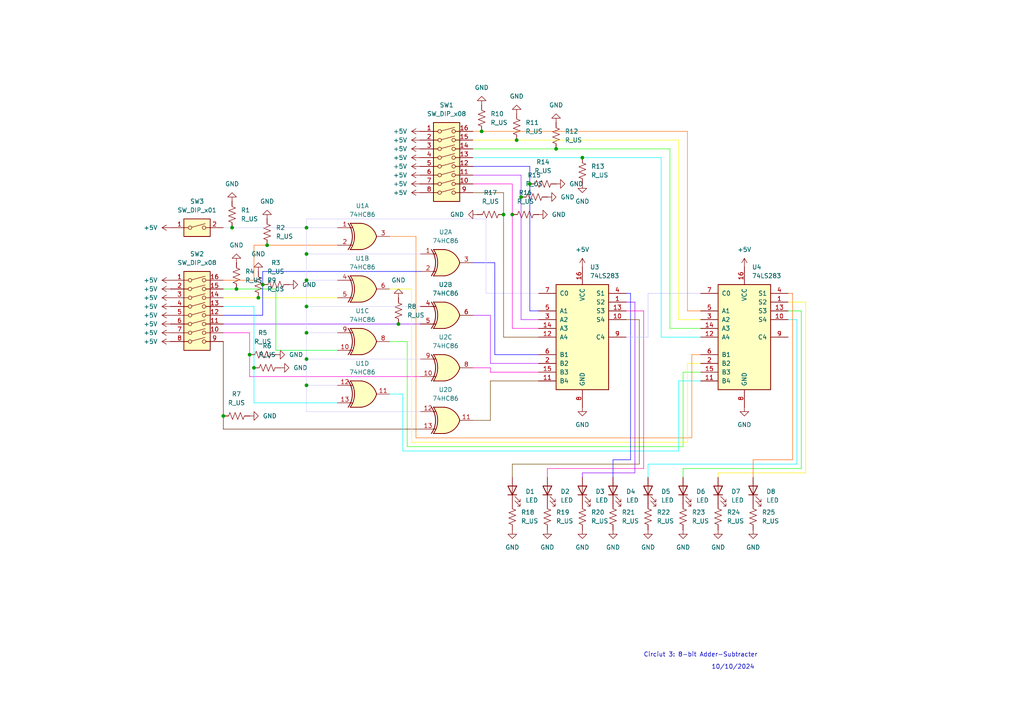
<source format=kicad_sch>
(kicad_sch
	(version 20231120)
	(generator "eeschema")
	(generator_version "8.0")
	(uuid "2785d466-3a27-4d99-9ef4-abcd028953b6")
	(paper "A4")
	(lib_symbols
		(symbol "74xx:74HC86"
			(pin_names
				(offset 1.016)
			)
			(exclude_from_sim no)
			(in_bom yes)
			(on_board yes)
			(property "Reference" "U"
				(at 0 1.27 0)
				(effects
					(font
						(size 1.27 1.27)
					)
				)
			)
			(property "Value" "74HC86"
				(at 0 -1.27 0)
				(effects
					(font
						(size 1.27 1.27)
					)
				)
			)
			(property "Footprint" ""
				(at 0 0 0)
				(effects
					(font
						(size 1.27 1.27)
					)
					(hide yes)
				)
			)
			(property "Datasheet" "http://www.ti.com/lit/gpn/sn74HC86"
				(at 0 0 0)
				(effects
					(font
						(size 1.27 1.27)
					)
					(hide yes)
				)
			)
			(property "Description" "Quad 2-input XOR"
				(at 0 0 0)
				(effects
					(font
						(size 1.27 1.27)
					)
					(hide yes)
				)
			)
			(property "ki_locked" ""
				(at 0 0 0)
				(effects
					(font
						(size 1.27 1.27)
					)
				)
			)
			(property "ki_keywords" "TTL XOR2"
				(at 0 0 0)
				(effects
					(font
						(size 1.27 1.27)
					)
					(hide yes)
				)
			)
			(property "ki_fp_filters" "DIP*W7.62mm*"
				(at 0 0 0)
				(effects
					(font
						(size 1.27 1.27)
					)
					(hide yes)
				)
			)
			(symbol "74HC86_1_0"
				(arc
					(start -4.4196 -3.81)
					(mid -3.2033 0)
					(end -4.4196 3.81)
					(stroke
						(width 0.254)
						(type default)
					)
					(fill
						(type none)
					)
				)
				(arc
					(start -3.81 -3.81)
					(mid -2.589 0)
					(end -3.81 3.81)
					(stroke
						(width 0.254)
						(type default)
					)
					(fill
						(type none)
					)
				)
				(arc
					(start -0.6096 -3.81)
					(mid 2.1842 -2.5851)
					(end 3.81 0)
					(stroke
						(width 0.254)
						(type default)
					)
					(fill
						(type background)
					)
				)
				(polyline
					(pts
						(xy -3.81 -3.81) (xy -0.635 -3.81)
					)
					(stroke
						(width 0.254)
						(type default)
					)
					(fill
						(type background)
					)
				)
				(polyline
					(pts
						(xy -3.81 3.81) (xy -0.635 3.81)
					)
					(stroke
						(width 0.254)
						(type default)
					)
					(fill
						(type background)
					)
				)
				(polyline
					(pts
						(xy -0.635 3.81) (xy -3.81 3.81) (xy -3.81 3.81) (xy -3.556 3.4036) (xy -3.0226 2.2606) (xy -2.6924 1.0414)
						(xy -2.6162 -0.254) (xy -2.7686 -1.4986) (xy -3.175 -2.7178) (xy -3.81 -3.81) (xy -3.81 -3.81)
						(xy -0.635 -3.81)
					)
					(stroke
						(width -25.4)
						(type default)
					)
					(fill
						(type background)
					)
				)
				(arc
					(start 3.81 0)
					(mid 2.1915 2.5936)
					(end -0.6096 3.81)
					(stroke
						(width 0.254)
						(type default)
					)
					(fill
						(type background)
					)
				)
				(pin input line
					(at -7.62 2.54 0)
					(length 4.445)
					(name "~"
						(effects
							(font
								(size 1.27 1.27)
							)
						)
					)
					(number "1"
						(effects
							(font
								(size 1.27 1.27)
							)
						)
					)
				)
				(pin input line
					(at -7.62 -2.54 0)
					(length 4.445)
					(name "~"
						(effects
							(font
								(size 1.27 1.27)
							)
						)
					)
					(number "2"
						(effects
							(font
								(size 1.27 1.27)
							)
						)
					)
				)
				(pin output line
					(at 7.62 0 180)
					(length 3.81)
					(name "~"
						(effects
							(font
								(size 1.27 1.27)
							)
						)
					)
					(number "3"
						(effects
							(font
								(size 1.27 1.27)
							)
						)
					)
				)
			)
			(symbol "74HC86_1_1"
				(polyline
					(pts
						(xy -3.81 -2.54) (xy -3.175 -2.54)
					)
					(stroke
						(width 0.1524)
						(type default)
					)
					(fill
						(type none)
					)
				)
				(polyline
					(pts
						(xy -3.81 2.54) (xy -3.175 2.54)
					)
					(stroke
						(width 0.1524)
						(type default)
					)
					(fill
						(type none)
					)
				)
			)
			(symbol "74HC86_2_0"
				(arc
					(start -4.4196 -3.81)
					(mid -3.2033 0)
					(end -4.4196 3.81)
					(stroke
						(width 0.254)
						(type default)
					)
					(fill
						(type none)
					)
				)
				(arc
					(start -3.81 -3.81)
					(mid -2.589 0)
					(end -3.81 3.81)
					(stroke
						(width 0.254)
						(type default)
					)
					(fill
						(type none)
					)
				)
				(arc
					(start -0.6096 -3.81)
					(mid 2.1842 -2.5851)
					(end 3.81 0)
					(stroke
						(width 0.254)
						(type default)
					)
					(fill
						(type background)
					)
				)
				(polyline
					(pts
						(xy -3.81 -3.81) (xy -0.635 -3.81)
					)
					(stroke
						(width 0.254)
						(type default)
					)
					(fill
						(type background)
					)
				)
				(polyline
					(pts
						(xy -3.81 3.81) (xy -0.635 3.81)
					)
					(stroke
						(width 0.254)
						(type default)
					)
					(fill
						(type background)
					)
				)
				(polyline
					(pts
						(xy -0.635 3.81) (xy -3.81 3.81) (xy -3.81 3.81) (xy -3.556 3.4036) (xy -3.0226 2.2606) (xy -2.6924 1.0414)
						(xy -2.6162 -0.254) (xy -2.7686 -1.4986) (xy -3.175 -2.7178) (xy -3.81 -3.81) (xy -3.81 -3.81)
						(xy -0.635 -3.81)
					)
					(stroke
						(width -25.4)
						(type default)
					)
					(fill
						(type background)
					)
				)
				(arc
					(start 3.81 0)
					(mid 2.1915 2.5936)
					(end -0.6096 3.81)
					(stroke
						(width 0.254)
						(type default)
					)
					(fill
						(type background)
					)
				)
				(pin input line
					(at -7.62 2.54 0)
					(length 4.445)
					(name "~"
						(effects
							(font
								(size 1.27 1.27)
							)
						)
					)
					(number "4"
						(effects
							(font
								(size 1.27 1.27)
							)
						)
					)
				)
				(pin input line
					(at -7.62 -2.54 0)
					(length 4.445)
					(name "~"
						(effects
							(font
								(size 1.27 1.27)
							)
						)
					)
					(number "5"
						(effects
							(font
								(size 1.27 1.27)
							)
						)
					)
				)
				(pin output line
					(at 7.62 0 180)
					(length 3.81)
					(name "~"
						(effects
							(font
								(size 1.27 1.27)
							)
						)
					)
					(number "6"
						(effects
							(font
								(size 1.27 1.27)
							)
						)
					)
				)
			)
			(symbol "74HC86_2_1"
				(polyline
					(pts
						(xy -3.81 -2.54) (xy -3.175 -2.54)
					)
					(stroke
						(width 0.1524)
						(type default)
					)
					(fill
						(type none)
					)
				)
				(polyline
					(pts
						(xy -3.81 2.54) (xy -3.175 2.54)
					)
					(stroke
						(width 0.1524)
						(type default)
					)
					(fill
						(type none)
					)
				)
			)
			(symbol "74HC86_3_0"
				(arc
					(start -4.4196 -3.81)
					(mid -3.2033 0)
					(end -4.4196 3.81)
					(stroke
						(width 0.254)
						(type default)
					)
					(fill
						(type none)
					)
				)
				(arc
					(start -3.81 -3.81)
					(mid -2.589 0)
					(end -3.81 3.81)
					(stroke
						(width 0.254)
						(type default)
					)
					(fill
						(type none)
					)
				)
				(arc
					(start -0.6096 -3.81)
					(mid 2.1842 -2.5851)
					(end 3.81 0)
					(stroke
						(width 0.254)
						(type default)
					)
					(fill
						(type background)
					)
				)
				(polyline
					(pts
						(xy -3.81 -3.81) (xy -0.635 -3.81)
					)
					(stroke
						(width 0.254)
						(type default)
					)
					(fill
						(type background)
					)
				)
				(polyline
					(pts
						(xy -3.81 3.81) (xy -0.635 3.81)
					)
					(stroke
						(width 0.254)
						(type default)
					)
					(fill
						(type background)
					)
				)
				(polyline
					(pts
						(xy -0.635 3.81) (xy -3.81 3.81) (xy -3.81 3.81) (xy -3.556 3.4036) (xy -3.0226 2.2606) (xy -2.6924 1.0414)
						(xy -2.6162 -0.254) (xy -2.7686 -1.4986) (xy -3.175 -2.7178) (xy -3.81 -3.81) (xy -3.81 -3.81)
						(xy -0.635 -3.81)
					)
					(stroke
						(width -25.4)
						(type default)
					)
					(fill
						(type background)
					)
				)
				(arc
					(start 3.81 0)
					(mid 2.1915 2.5936)
					(end -0.6096 3.81)
					(stroke
						(width 0.254)
						(type default)
					)
					(fill
						(type background)
					)
				)
				(pin input line
					(at -7.62 -2.54 0)
					(length 4.445)
					(name "~"
						(effects
							(font
								(size 1.27 1.27)
							)
						)
					)
					(number "10"
						(effects
							(font
								(size 1.27 1.27)
							)
						)
					)
				)
				(pin output line
					(at 7.62 0 180)
					(length 3.81)
					(name "~"
						(effects
							(font
								(size 1.27 1.27)
							)
						)
					)
					(number "8"
						(effects
							(font
								(size 1.27 1.27)
							)
						)
					)
				)
				(pin input line
					(at -7.62 2.54 0)
					(length 4.445)
					(name "~"
						(effects
							(font
								(size 1.27 1.27)
							)
						)
					)
					(number "9"
						(effects
							(font
								(size 1.27 1.27)
							)
						)
					)
				)
			)
			(symbol "74HC86_3_1"
				(polyline
					(pts
						(xy -3.81 -2.54) (xy -3.175 -2.54)
					)
					(stroke
						(width 0.1524)
						(type default)
					)
					(fill
						(type none)
					)
				)
				(polyline
					(pts
						(xy -3.81 2.54) (xy -3.175 2.54)
					)
					(stroke
						(width 0.1524)
						(type default)
					)
					(fill
						(type none)
					)
				)
			)
			(symbol "74HC86_4_0"
				(arc
					(start -4.4196 -3.81)
					(mid -3.2033 0)
					(end -4.4196 3.81)
					(stroke
						(width 0.254)
						(type default)
					)
					(fill
						(type none)
					)
				)
				(arc
					(start -3.81 -3.81)
					(mid -2.589 0)
					(end -3.81 3.81)
					(stroke
						(width 0.254)
						(type default)
					)
					(fill
						(type none)
					)
				)
				(arc
					(start -0.6096 -3.81)
					(mid 2.1842 -2.5851)
					(end 3.81 0)
					(stroke
						(width 0.254)
						(type default)
					)
					(fill
						(type background)
					)
				)
				(polyline
					(pts
						(xy -3.81 -3.81) (xy -0.635 -3.81)
					)
					(stroke
						(width 0.254)
						(type default)
					)
					(fill
						(type background)
					)
				)
				(polyline
					(pts
						(xy -3.81 3.81) (xy -0.635 3.81)
					)
					(stroke
						(width 0.254)
						(type default)
					)
					(fill
						(type background)
					)
				)
				(polyline
					(pts
						(xy -0.635 3.81) (xy -3.81 3.81) (xy -3.81 3.81) (xy -3.556 3.4036) (xy -3.0226 2.2606) (xy -2.6924 1.0414)
						(xy -2.6162 -0.254) (xy -2.7686 -1.4986) (xy -3.175 -2.7178) (xy -3.81 -3.81) (xy -3.81 -3.81)
						(xy -0.635 -3.81)
					)
					(stroke
						(width -25.4)
						(type default)
					)
					(fill
						(type background)
					)
				)
				(arc
					(start 3.81 0)
					(mid 2.1915 2.5936)
					(end -0.6096 3.81)
					(stroke
						(width 0.254)
						(type default)
					)
					(fill
						(type background)
					)
				)
				(pin output line
					(at 7.62 0 180)
					(length 3.81)
					(name "~"
						(effects
							(font
								(size 1.27 1.27)
							)
						)
					)
					(number "11"
						(effects
							(font
								(size 1.27 1.27)
							)
						)
					)
				)
				(pin input line
					(at -7.62 2.54 0)
					(length 4.445)
					(name "~"
						(effects
							(font
								(size 1.27 1.27)
							)
						)
					)
					(number "12"
						(effects
							(font
								(size 1.27 1.27)
							)
						)
					)
				)
				(pin input line
					(at -7.62 -2.54 0)
					(length 4.445)
					(name "~"
						(effects
							(font
								(size 1.27 1.27)
							)
						)
					)
					(number "13"
						(effects
							(font
								(size 1.27 1.27)
							)
						)
					)
				)
			)
			(symbol "74HC86_4_1"
				(polyline
					(pts
						(xy -3.81 -2.54) (xy -3.175 -2.54)
					)
					(stroke
						(width 0.1524)
						(type default)
					)
					(fill
						(type none)
					)
				)
				(polyline
					(pts
						(xy -3.81 2.54) (xy -3.175 2.54)
					)
					(stroke
						(width 0.1524)
						(type default)
					)
					(fill
						(type none)
					)
				)
			)
			(symbol "74HC86_5_0"
				(pin power_in line
					(at 0 12.7 270)
					(length 5.08)
					(name "VCC"
						(effects
							(font
								(size 1.27 1.27)
							)
						)
					)
					(number "14"
						(effects
							(font
								(size 1.27 1.27)
							)
						)
					)
				)
				(pin power_in line
					(at 0 -12.7 90)
					(length 5.08)
					(name "GND"
						(effects
							(font
								(size 1.27 1.27)
							)
						)
					)
					(number "7"
						(effects
							(font
								(size 1.27 1.27)
							)
						)
					)
				)
			)
			(symbol "74HC86_5_1"
				(rectangle
					(start -5.08 7.62)
					(end 5.08 -7.62)
					(stroke
						(width 0.254)
						(type default)
					)
					(fill
						(type background)
					)
				)
			)
		)
		(symbol "74xx:74LS283"
			(pin_names
				(offset 1.016)
			)
			(exclude_from_sim no)
			(in_bom yes)
			(on_board yes)
			(property "Reference" "U"
				(at -7.62 16.51 0)
				(effects
					(font
						(size 1.27 1.27)
					)
				)
			)
			(property "Value" "74LS283"
				(at -7.62 -16.51 0)
				(effects
					(font
						(size 1.27 1.27)
					)
				)
			)
			(property "Footprint" ""
				(at 0 0 0)
				(effects
					(font
						(size 1.27 1.27)
					)
					(hide yes)
				)
			)
			(property "Datasheet" "http://www.ti.com/lit/gpn/sn74LS283"
				(at 0 0 0)
				(effects
					(font
						(size 1.27 1.27)
					)
					(hide yes)
				)
			)
			(property "Description" "4-bit full Adder"
				(at 0 0 0)
				(effects
					(font
						(size 1.27 1.27)
					)
					(hide yes)
				)
			)
			(property "ki_locked" ""
				(at 0 0 0)
				(effects
					(font
						(size 1.27 1.27)
					)
				)
			)
			(property "ki_keywords" "TTL ADD Arith ALU"
				(at 0 0 0)
				(effects
					(font
						(size 1.27 1.27)
					)
					(hide yes)
				)
			)
			(property "ki_fp_filters" "DIP?16*"
				(at 0 0 0)
				(effects
					(font
						(size 1.27 1.27)
					)
					(hide yes)
				)
			)
			(symbol "74LS283_1_0"
				(pin output line
					(at 12.7 10.16 180)
					(length 5.08)
					(name "S2"
						(effects
							(font
								(size 1.27 1.27)
							)
						)
					)
					(number "1"
						(effects
							(font
								(size 1.27 1.27)
							)
						)
					)
				)
				(pin output line
					(at 12.7 5.08 180)
					(length 5.08)
					(name "S4"
						(effects
							(font
								(size 1.27 1.27)
							)
						)
					)
					(number "10"
						(effects
							(font
								(size 1.27 1.27)
							)
						)
					)
				)
				(pin input line
					(at -12.7 -12.7 0)
					(length 5.08)
					(name "B4"
						(effects
							(font
								(size 1.27 1.27)
							)
						)
					)
					(number "11"
						(effects
							(font
								(size 1.27 1.27)
							)
						)
					)
				)
				(pin input line
					(at -12.7 0 0)
					(length 5.08)
					(name "A4"
						(effects
							(font
								(size 1.27 1.27)
							)
						)
					)
					(number "12"
						(effects
							(font
								(size 1.27 1.27)
							)
						)
					)
				)
				(pin output line
					(at 12.7 7.62 180)
					(length 5.08)
					(name "S3"
						(effects
							(font
								(size 1.27 1.27)
							)
						)
					)
					(number "13"
						(effects
							(font
								(size 1.27 1.27)
							)
						)
					)
				)
				(pin input line
					(at -12.7 2.54 0)
					(length 5.08)
					(name "A3"
						(effects
							(font
								(size 1.27 1.27)
							)
						)
					)
					(number "14"
						(effects
							(font
								(size 1.27 1.27)
							)
						)
					)
				)
				(pin input line
					(at -12.7 -10.16 0)
					(length 5.08)
					(name "B3"
						(effects
							(font
								(size 1.27 1.27)
							)
						)
					)
					(number "15"
						(effects
							(font
								(size 1.27 1.27)
							)
						)
					)
				)
				(pin power_in line
					(at 0 20.32 270)
					(length 5.08)
					(name "VCC"
						(effects
							(font
								(size 1.27 1.27)
							)
						)
					)
					(number "16"
						(effects
							(font
								(size 1.27 1.27)
							)
						)
					)
				)
				(pin input line
					(at -12.7 -7.62 0)
					(length 5.08)
					(name "B2"
						(effects
							(font
								(size 1.27 1.27)
							)
						)
					)
					(number "2"
						(effects
							(font
								(size 1.27 1.27)
							)
						)
					)
				)
				(pin input line
					(at -12.7 5.08 0)
					(length 5.08)
					(name "A2"
						(effects
							(font
								(size 1.27 1.27)
							)
						)
					)
					(number "3"
						(effects
							(font
								(size 1.27 1.27)
							)
						)
					)
				)
				(pin output line
					(at 12.7 12.7 180)
					(length 5.08)
					(name "S1"
						(effects
							(font
								(size 1.27 1.27)
							)
						)
					)
					(number "4"
						(effects
							(font
								(size 1.27 1.27)
							)
						)
					)
				)
				(pin input line
					(at -12.7 7.62 0)
					(length 5.08)
					(name "A1"
						(effects
							(font
								(size 1.27 1.27)
							)
						)
					)
					(number "5"
						(effects
							(font
								(size 1.27 1.27)
							)
						)
					)
				)
				(pin input line
					(at -12.7 -5.08 0)
					(length 5.08)
					(name "B1"
						(effects
							(font
								(size 1.27 1.27)
							)
						)
					)
					(number "6"
						(effects
							(font
								(size 1.27 1.27)
							)
						)
					)
				)
				(pin input line
					(at -12.7 12.7 0)
					(length 5.08)
					(name "C0"
						(effects
							(font
								(size 1.27 1.27)
							)
						)
					)
					(number "7"
						(effects
							(font
								(size 1.27 1.27)
							)
						)
					)
				)
				(pin power_in line
					(at 0 -20.32 90)
					(length 5.08)
					(name "GND"
						(effects
							(font
								(size 1.27 1.27)
							)
						)
					)
					(number "8"
						(effects
							(font
								(size 1.27 1.27)
							)
						)
					)
				)
				(pin output line
					(at 12.7 0 180)
					(length 5.08)
					(name "C4"
						(effects
							(font
								(size 1.27 1.27)
							)
						)
					)
					(number "9"
						(effects
							(font
								(size 1.27 1.27)
							)
						)
					)
				)
			)
			(symbol "74LS283_1_1"
				(rectangle
					(start -7.62 15.24)
					(end 7.62 -15.24)
					(stroke
						(width 0.254)
						(type default)
					)
					(fill
						(type background)
					)
				)
			)
		)
		(symbol "Device:LED"
			(pin_numbers hide)
			(pin_names
				(offset 1.016) hide)
			(exclude_from_sim no)
			(in_bom yes)
			(on_board yes)
			(property "Reference" "D"
				(at 0 2.54 0)
				(effects
					(font
						(size 1.27 1.27)
					)
				)
			)
			(property "Value" "LED"
				(at 0 -2.54 0)
				(effects
					(font
						(size 1.27 1.27)
					)
				)
			)
			(property "Footprint" ""
				(at 0 0 0)
				(effects
					(font
						(size 1.27 1.27)
					)
					(hide yes)
				)
			)
			(property "Datasheet" "~"
				(at 0 0 0)
				(effects
					(font
						(size 1.27 1.27)
					)
					(hide yes)
				)
			)
			(property "Description" "Light emitting diode"
				(at 0 0 0)
				(effects
					(font
						(size 1.27 1.27)
					)
					(hide yes)
				)
			)
			(property "ki_keywords" "LED diode"
				(at 0 0 0)
				(effects
					(font
						(size 1.27 1.27)
					)
					(hide yes)
				)
			)
			(property "ki_fp_filters" "LED* LED_SMD:* LED_THT:*"
				(at 0 0 0)
				(effects
					(font
						(size 1.27 1.27)
					)
					(hide yes)
				)
			)
			(symbol "LED_0_1"
				(polyline
					(pts
						(xy -1.27 -1.27) (xy -1.27 1.27)
					)
					(stroke
						(width 0.254)
						(type default)
					)
					(fill
						(type none)
					)
				)
				(polyline
					(pts
						(xy -1.27 0) (xy 1.27 0)
					)
					(stroke
						(width 0)
						(type default)
					)
					(fill
						(type none)
					)
				)
				(polyline
					(pts
						(xy 1.27 -1.27) (xy 1.27 1.27) (xy -1.27 0) (xy 1.27 -1.27)
					)
					(stroke
						(width 0.254)
						(type default)
					)
					(fill
						(type none)
					)
				)
				(polyline
					(pts
						(xy -3.048 -0.762) (xy -4.572 -2.286) (xy -3.81 -2.286) (xy -4.572 -2.286) (xy -4.572 -1.524)
					)
					(stroke
						(width 0)
						(type default)
					)
					(fill
						(type none)
					)
				)
				(polyline
					(pts
						(xy -1.778 -0.762) (xy -3.302 -2.286) (xy -2.54 -2.286) (xy -3.302 -2.286) (xy -3.302 -1.524)
					)
					(stroke
						(width 0)
						(type default)
					)
					(fill
						(type none)
					)
				)
			)
			(symbol "LED_1_1"
				(pin passive line
					(at -3.81 0 0)
					(length 2.54)
					(name "K"
						(effects
							(font
								(size 1.27 1.27)
							)
						)
					)
					(number "1"
						(effects
							(font
								(size 1.27 1.27)
							)
						)
					)
				)
				(pin passive line
					(at 3.81 0 180)
					(length 2.54)
					(name "A"
						(effects
							(font
								(size 1.27 1.27)
							)
						)
					)
					(number "2"
						(effects
							(font
								(size 1.27 1.27)
							)
						)
					)
				)
			)
		)
		(symbol "Device:R_US"
			(pin_numbers hide)
			(pin_names
				(offset 0)
			)
			(exclude_from_sim no)
			(in_bom yes)
			(on_board yes)
			(property "Reference" "R"
				(at 2.54 0 90)
				(effects
					(font
						(size 1.27 1.27)
					)
				)
			)
			(property "Value" "R_US"
				(at -2.54 0 90)
				(effects
					(font
						(size 1.27 1.27)
					)
				)
			)
			(property "Footprint" ""
				(at 1.016 -0.254 90)
				(effects
					(font
						(size 1.27 1.27)
					)
					(hide yes)
				)
			)
			(property "Datasheet" "~"
				(at 0 0 0)
				(effects
					(font
						(size 1.27 1.27)
					)
					(hide yes)
				)
			)
			(property "Description" "Resistor, US symbol"
				(at 0 0 0)
				(effects
					(font
						(size 1.27 1.27)
					)
					(hide yes)
				)
			)
			(property "ki_keywords" "R res resistor"
				(at 0 0 0)
				(effects
					(font
						(size 1.27 1.27)
					)
					(hide yes)
				)
			)
			(property "ki_fp_filters" "R_*"
				(at 0 0 0)
				(effects
					(font
						(size 1.27 1.27)
					)
					(hide yes)
				)
			)
			(symbol "R_US_0_1"
				(polyline
					(pts
						(xy 0 -2.286) (xy 0 -2.54)
					)
					(stroke
						(width 0)
						(type default)
					)
					(fill
						(type none)
					)
				)
				(polyline
					(pts
						(xy 0 2.286) (xy 0 2.54)
					)
					(stroke
						(width 0)
						(type default)
					)
					(fill
						(type none)
					)
				)
				(polyline
					(pts
						(xy 0 -0.762) (xy 1.016 -1.143) (xy 0 -1.524) (xy -1.016 -1.905) (xy 0 -2.286)
					)
					(stroke
						(width 0)
						(type default)
					)
					(fill
						(type none)
					)
				)
				(polyline
					(pts
						(xy 0 0.762) (xy 1.016 0.381) (xy 0 0) (xy -1.016 -0.381) (xy 0 -0.762)
					)
					(stroke
						(width 0)
						(type default)
					)
					(fill
						(type none)
					)
				)
				(polyline
					(pts
						(xy 0 2.286) (xy 1.016 1.905) (xy 0 1.524) (xy -1.016 1.143) (xy 0 0.762)
					)
					(stroke
						(width 0)
						(type default)
					)
					(fill
						(type none)
					)
				)
			)
			(symbol "R_US_1_1"
				(pin passive line
					(at 0 3.81 270)
					(length 1.27)
					(name "~"
						(effects
							(font
								(size 1.27 1.27)
							)
						)
					)
					(number "1"
						(effects
							(font
								(size 1.27 1.27)
							)
						)
					)
				)
				(pin passive line
					(at 0 -3.81 90)
					(length 1.27)
					(name "~"
						(effects
							(font
								(size 1.27 1.27)
							)
						)
					)
					(number "2"
						(effects
							(font
								(size 1.27 1.27)
							)
						)
					)
				)
			)
		)
		(symbol "Switch:SW_DIP_x01"
			(pin_names
				(offset 0) hide)
			(exclude_from_sim no)
			(in_bom yes)
			(on_board yes)
			(property "Reference" "SW"
				(at 0 3.81 0)
				(effects
					(font
						(size 1.27 1.27)
					)
				)
			)
			(property "Value" "SW_DIP_x01"
				(at 0 -3.81 0)
				(effects
					(font
						(size 1.27 1.27)
					)
				)
			)
			(property "Footprint" ""
				(at 0 0 0)
				(effects
					(font
						(size 1.27 1.27)
					)
					(hide yes)
				)
			)
			(property "Datasheet" "~"
				(at 0 0 0)
				(effects
					(font
						(size 1.27 1.27)
					)
					(hide yes)
				)
			)
			(property "Description" "1x DIP Switch, Single Pole Single Throw (SPST) switch, small symbol"
				(at 0 0 0)
				(effects
					(font
						(size 1.27 1.27)
					)
					(hide yes)
				)
			)
			(property "ki_keywords" "dip switch"
				(at 0 0 0)
				(effects
					(font
						(size 1.27 1.27)
					)
					(hide yes)
				)
			)
			(property "ki_fp_filters" "SW?DIP?x1*"
				(at 0 0 0)
				(effects
					(font
						(size 1.27 1.27)
					)
					(hide yes)
				)
			)
			(symbol "SW_DIP_x01_0_0"
				(circle
					(center -2.032 0)
					(radius 0.508)
					(stroke
						(width 0)
						(type default)
					)
					(fill
						(type none)
					)
				)
				(polyline
					(pts
						(xy -1.524 0.127) (xy 2.3622 1.1684)
					)
					(stroke
						(width 0)
						(type default)
					)
					(fill
						(type none)
					)
				)
				(circle
					(center 2.032 0)
					(radius 0.508)
					(stroke
						(width 0)
						(type default)
					)
					(fill
						(type none)
					)
				)
			)
			(symbol "SW_DIP_x01_0_1"
				(rectangle
					(start -3.81 2.54)
					(end 3.81 -2.54)
					(stroke
						(width 0.254)
						(type default)
					)
					(fill
						(type background)
					)
				)
			)
			(symbol "SW_DIP_x01_1_1"
				(pin passive line
					(at -7.62 0 0)
					(length 5.08)
					(name "~"
						(effects
							(font
								(size 1.27 1.27)
							)
						)
					)
					(number "1"
						(effects
							(font
								(size 1.27 1.27)
							)
						)
					)
				)
				(pin passive line
					(at 7.62 0 180)
					(length 5.08)
					(name "~"
						(effects
							(font
								(size 1.27 1.27)
							)
						)
					)
					(number "2"
						(effects
							(font
								(size 1.27 1.27)
							)
						)
					)
				)
			)
		)
		(symbol "Switch:SW_DIP_x08"
			(pin_names
				(offset 0) hide)
			(exclude_from_sim no)
			(in_bom yes)
			(on_board yes)
			(property "Reference" "SW"
				(at 0 13.97 0)
				(effects
					(font
						(size 1.27 1.27)
					)
				)
			)
			(property "Value" "SW_DIP_x08"
				(at 0 -11.43 0)
				(effects
					(font
						(size 1.27 1.27)
					)
				)
			)
			(property "Footprint" ""
				(at 0 0 0)
				(effects
					(font
						(size 1.27 1.27)
					)
					(hide yes)
				)
			)
			(property "Datasheet" "~"
				(at 0 0 0)
				(effects
					(font
						(size 1.27 1.27)
					)
					(hide yes)
				)
			)
			(property "Description" "8x DIP Switch, Single Pole Single Throw (SPST) switch, small symbol"
				(at 0 0 0)
				(effects
					(font
						(size 1.27 1.27)
					)
					(hide yes)
				)
			)
			(property "ki_keywords" "dip switch"
				(at 0 0 0)
				(effects
					(font
						(size 1.27 1.27)
					)
					(hide yes)
				)
			)
			(property "ki_fp_filters" "SW?DIP?x8*"
				(at 0 0 0)
				(effects
					(font
						(size 1.27 1.27)
					)
					(hide yes)
				)
			)
			(symbol "SW_DIP_x08_0_0"
				(circle
					(center -2.032 -7.62)
					(radius 0.508)
					(stroke
						(width 0)
						(type default)
					)
					(fill
						(type none)
					)
				)
				(circle
					(center -2.032 -5.08)
					(radius 0.508)
					(stroke
						(width 0)
						(type default)
					)
					(fill
						(type none)
					)
				)
				(circle
					(center -2.032 -2.54)
					(radius 0.508)
					(stroke
						(width 0)
						(type default)
					)
					(fill
						(type none)
					)
				)
				(circle
					(center -2.032 0)
					(radius 0.508)
					(stroke
						(width 0)
						(type default)
					)
					(fill
						(type none)
					)
				)
				(circle
					(center -2.032 2.54)
					(radius 0.508)
					(stroke
						(width 0)
						(type default)
					)
					(fill
						(type none)
					)
				)
				(circle
					(center -2.032 5.08)
					(radius 0.508)
					(stroke
						(width 0)
						(type default)
					)
					(fill
						(type none)
					)
				)
				(circle
					(center -2.032 7.62)
					(radius 0.508)
					(stroke
						(width 0)
						(type default)
					)
					(fill
						(type none)
					)
				)
				(circle
					(center -2.032 10.16)
					(radius 0.508)
					(stroke
						(width 0)
						(type default)
					)
					(fill
						(type none)
					)
				)
				(polyline
					(pts
						(xy -1.524 -7.4676) (xy 2.3622 -6.4262)
					)
					(stroke
						(width 0)
						(type default)
					)
					(fill
						(type none)
					)
				)
				(polyline
					(pts
						(xy -1.524 -4.9276) (xy 2.3622 -3.8862)
					)
					(stroke
						(width 0)
						(type default)
					)
					(fill
						(type none)
					)
				)
				(polyline
					(pts
						(xy -1.524 -2.3876) (xy 2.3622 -1.3462)
					)
					(stroke
						(width 0)
						(type default)
					)
					(fill
						(type none)
					)
				)
				(polyline
					(pts
						(xy -1.524 0.127) (xy 2.3622 1.1684)
					)
					(stroke
						(width 0)
						(type default)
					)
					(fill
						(type none)
					)
				)
				(polyline
					(pts
						(xy -1.524 2.667) (xy 2.3622 3.7084)
					)
					(stroke
						(width 0)
						(type default)
					)
					(fill
						(type none)
					)
				)
				(polyline
					(pts
						(xy -1.524 5.207) (xy 2.3622 6.2484)
					)
					(stroke
						(width 0)
						(type default)
					)
					(fill
						(type none)
					)
				)
				(polyline
					(pts
						(xy -1.524 7.747) (xy 2.3622 8.7884)
					)
					(stroke
						(width 0)
						(type default)
					)
					(fill
						(type none)
					)
				)
				(polyline
					(pts
						(xy -1.524 10.287) (xy 2.3622 11.3284)
					)
					(stroke
						(width 0)
						(type default)
					)
					(fill
						(type none)
					)
				)
				(circle
					(center 2.032 -7.62)
					(radius 0.508)
					(stroke
						(width 0)
						(type default)
					)
					(fill
						(type none)
					)
				)
				(circle
					(center 2.032 -5.08)
					(radius 0.508)
					(stroke
						(width 0)
						(type default)
					)
					(fill
						(type none)
					)
				)
				(circle
					(center 2.032 -2.54)
					(radius 0.508)
					(stroke
						(width 0)
						(type default)
					)
					(fill
						(type none)
					)
				)
				(circle
					(center 2.032 0)
					(radius 0.508)
					(stroke
						(width 0)
						(type default)
					)
					(fill
						(type none)
					)
				)
				(circle
					(center 2.032 2.54)
					(radius 0.508)
					(stroke
						(width 0)
						(type default)
					)
					(fill
						(type none)
					)
				)
				(circle
					(center 2.032 5.08)
					(radius 0.508)
					(stroke
						(width 0)
						(type default)
					)
					(fill
						(type none)
					)
				)
				(circle
					(center 2.032 7.62)
					(radius 0.508)
					(stroke
						(width 0)
						(type default)
					)
					(fill
						(type none)
					)
				)
				(circle
					(center 2.032 10.16)
					(radius 0.508)
					(stroke
						(width 0)
						(type default)
					)
					(fill
						(type none)
					)
				)
			)
			(symbol "SW_DIP_x08_0_1"
				(rectangle
					(start -3.81 12.7)
					(end 3.81 -10.16)
					(stroke
						(width 0.254)
						(type default)
					)
					(fill
						(type background)
					)
				)
			)
			(symbol "SW_DIP_x08_1_1"
				(pin passive line
					(at -7.62 10.16 0)
					(length 5.08)
					(name "~"
						(effects
							(font
								(size 1.27 1.27)
							)
						)
					)
					(number "1"
						(effects
							(font
								(size 1.27 1.27)
							)
						)
					)
				)
				(pin passive line
					(at 7.62 -5.08 180)
					(length 5.08)
					(name "~"
						(effects
							(font
								(size 1.27 1.27)
							)
						)
					)
					(number "10"
						(effects
							(font
								(size 1.27 1.27)
							)
						)
					)
				)
				(pin passive line
					(at 7.62 -2.54 180)
					(length 5.08)
					(name "~"
						(effects
							(font
								(size 1.27 1.27)
							)
						)
					)
					(number "11"
						(effects
							(font
								(size 1.27 1.27)
							)
						)
					)
				)
				(pin passive line
					(at 7.62 0 180)
					(length 5.08)
					(name "~"
						(effects
							(font
								(size 1.27 1.27)
							)
						)
					)
					(number "12"
						(effects
							(font
								(size 1.27 1.27)
							)
						)
					)
				)
				(pin passive line
					(at 7.62 2.54 180)
					(length 5.08)
					(name "~"
						(effects
							(font
								(size 1.27 1.27)
							)
						)
					)
					(number "13"
						(effects
							(font
								(size 1.27 1.27)
							)
						)
					)
				)
				(pin passive line
					(at 7.62 5.08 180)
					(length 5.08)
					(name "~"
						(effects
							(font
								(size 1.27 1.27)
							)
						)
					)
					(number "14"
						(effects
							(font
								(size 1.27 1.27)
							)
						)
					)
				)
				(pin passive line
					(at 7.62 7.62 180)
					(length 5.08)
					(name "~"
						(effects
							(font
								(size 1.27 1.27)
							)
						)
					)
					(number "15"
						(effects
							(font
								(size 1.27 1.27)
							)
						)
					)
				)
				(pin passive line
					(at 7.62 10.16 180)
					(length 5.08)
					(name "~"
						(effects
							(font
								(size 1.27 1.27)
							)
						)
					)
					(number "16"
						(effects
							(font
								(size 1.27 1.27)
							)
						)
					)
				)
				(pin passive line
					(at -7.62 7.62 0)
					(length 5.08)
					(name "~"
						(effects
							(font
								(size 1.27 1.27)
							)
						)
					)
					(number "2"
						(effects
							(font
								(size 1.27 1.27)
							)
						)
					)
				)
				(pin passive line
					(at -7.62 5.08 0)
					(length 5.08)
					(name "~"
						(effects
							(font
								(size 1.27 1.27)
							)
						)
					)
					(number "3"
						(effects
							(font
								(size 1.27 1.27)
							)
						)
					)
				)
				(pin passive line
					(at -7.62 2.54 0)
					(length 5.08)
					(name "~"
						(effects
							(font
								(size 1.27 1.27)
							)
						)
					)
					(number "4"
						(effects
							(font
								(size 1.27 1.27)
							)
						)
					)
				)
				(pin passive line
					(at -7.62 0 0)
					(length 5.08)
					(name "~"
						(effects
							(font
								(size 1.27 1.27)
							)
						)
					)
					(number "5"
						(effects
							(font
								(size 1.27 1.27)
							)
						)
					)
				)
				(pin passive line
					(at -7.62 -2.54 0)
					(length 5.08)
					(name "~"
						(effects
							(font
								(size 1.27 1.27)
							)
						)
					)
					(number "6"
						(effects
							(font
								(size 1.27 1.27)
							)
						)
					)
				)
				(pin passive line
					(at -7.62 -5.08 0)
					(length 5.08)
					(name "~"
						(effects
							(font
								(size 1.27 1.27)
							)
						)
					)
					(number "7"
						(effects
							(font
								(size 1.27 1.27)
							)
						)
					)
				)
				(pin passive line
					(at -7.62 -7.62 0)
					(length 5.08)
					(name "~"
						(effects
							(font
								(size 1.27 1.27)
							)
						)
					)
					(number "8"
						(effects
							(font
								(size 1.27 1.27)
							)
						)
					)
				)
				(pin passive line
					(at 7.62 -7.62 180)
					(length 5.08)
					(name "~"
						(effects
							(font
								(size 1.27 1.27)
							)
						)
					)
					(number "9"
						(effects
							(font
								(size 1.27 1.27)
							)
						)
					)
				)
			)
		)
		(symbol "power:+5V"
			(power)
			(pin_numbers hide)
			(pin_names
				(offset 0) hide)
			(exclude_from_sim no)
			(in_bom yes)
			(on_board yes)
			(property "Reference" "#PWR"
				(at 0 -3.81 0)
				(effects
					(font
						(size 1.27 1.27)
					)
					(hide yes)
				)
			)
			(property "Value" "+5V"
				(at 0 3.556 0)
				(effects
					(font
						(size 1.27 1.27)
					)
				)
			)
			(property "Footprint" ""
				(at 0 0 0)
				(effects
					(font
						(size 1.27 1.27)
					)
					(hide yes)
				)
			)
			(property "Datasheet" ""
				(at 0 0 0)
				(effects
					(font
						(size 1.27 1.27)
					)
					(hide yes)
				)
			)
			(property "Description" "Power symbol creates a global label with name \"+5V\""
				(at 0 0 0)
				(effects
					(font
						(size 1.27 1.27)
					)
					(hide yes)
				)
			)
			(property "ki_keywords" "global power"
				(at 0 0 0)
				(effects
					(font
						(size 1.27 1.27)
					)
					(hide yes)
				)
			)
			(symbol "+5V_0_1"
				(polyline
					(pts
						(xy -0.762 1.27) (xy 0 2.54)
					)
					(stroke
						(width 0)
						(type default)
					)
					(fill
						(type none)
					)
				)
				(polyline
					(pts
						(xy 0 0) (xy 0 2.54)
					)
					(stroke
						(width 0)
						(type default)
					)
					(fill
						(type none)
					)
				)
				(polyline
					(pts
						(xy 0 2.54) (xy 0.762 1.27)
					)
					(stroke
						(width 0)
						(type default)
					)
					(fill
						(type none)
					)
				)
			)
			(symbol "+5V_1_1"
				(pin power_in line
					(at 0 0 90)
					(length 0)
					(name "~"
						(effects
							(font
								(size 1.27 1.27)
							)
						)
					)
					(number "1"
						(effects
							(font
								(size 1.27 1.27)
							)
						)
					)
				)
			)
		)
		(symbol "power:GND"
			(power)
			(pin_numbers hide)
			(pin_names
				(offset 0) hide)
			(exclude_from_sim no)
			(in_bom yes)
			(on_board yes)
			(property "Reference" "#PWR"
				(at 0 -6.35 0)
				(effects
					(font
						(size 1.27 1.27)
					)
					(hide yes)
				)
			)
			(property "Value" "GND"
				(at 0 -3.81 0)
				(effects
					(font
						(size 1.27 1.27)
					)
				)
			)
			(property "Footprint" ""
				(at 0 0 0)
				(effects
					(font
						(size 1.27 1.27)
					)
					(hide yes)
				)
			)
			(property "Datasheet" ""
				(at 0 0 0)
				(effects
					(font
						(size 1.27 1.27)
					)
					(hide yes)
				)
			)
			(property "Description" "Power symbol creates a global label with name \"GND\" , ground"
				(at 0 0 0)
				(effects
					(font
						(size 1.27 1.27)
					)
					(hide yes)
				)
			)
			(property "ki_keywords" "global power"
				(at 0 0 0)
				(effects
					(font
						(size 1.27 1.27)
					)
					(hide yes)
				)
			)
			(symbol "GND_0_1"
				(polyline
					(pts
						(xy 0 0) (xy 0 -1.27) (xy 1.27 -1.27) (xy 0 -2.54) (xy -1.27 -1.27) (xy 0 -1.27)
					)
					(stroke
						(width 0)
						(type default)
					)
					(fill
						(type none)
					)
				)
			)
			(symbol "GND_1_1"
				(pin power_in line
					(at 0 0 270)
					(length 0)
					(name "~"
						(effects
							(font
								(size 1.27 1.27)
							)
						)
					)
					(number "1"
						(effects
							(font
								(size 1.27 1.27)
							)
						)
					)
				)
			)
		)
	)
	(junction
		(at 115.57 93.98)
		(diameter 0)
		(color 0 0 0 0)
		(uuid "0f11c885-8290-42ec-8023-88c7c7507d94")
	)
	(junction
		(at 77.47 71.12)
		(diameter 0)
		(color 0 0 0 0)
		(uuid "1dc35329-93ae-4e97-8a13-5c9f47637514")
	)
	(junction
		(at 88.9 104.14)
		(diameter 0)
		(color 0 0 0 0)
		(uuid "2e48e2c5-9688-4c7e-b654-9f2340bbecec")
	)
	(junction
		(at 74.93 86.36)
		(diameter 0)
		(color 0 0 0 0)
		(uuid "304dbea9-3d12-4b4b-8e3e-df5342b1a610")
	)
	(junction
		(at 72.39 102.87)
		(diameter 0)
		(color 0 0 0 0)
		(uuid "32c7b55f-12b1-48f6-a9f4-da362299fa05")
	)
	(junction
		(at 68.58 83.82)
		(diameter 0)
		(color 0 0 0 0)
		(uuid "3c106887-56d8-45f5-a1ee-df805830398b")
	)
	(junction
		(at 153.67 53.34)
		(diameter 0)
		(color 0 0 0 0)
		(uuid "4c7968b2-88c5-4c23-b594-e4a1b062762c")
	)
	(junction
		(at 88.9 96.52)
		(diameter 0)
		(color 0 0 0 0)
		(uuid "5b39d82f-e2e8-4565-8b2c-f691cd9290c5")
	)
	(junction
		(at 88.9 81.28)
		(diameter 0)
		(color 0 0 0 0)
		(uuid "6efc22bf-2f14-4b48-a115-227b0aa0b321")
	)
	(junction
		(at 67.31 66.04)
		(diameter 0)
		(color 0 0 0 0)
		(uuid "7c57c04b-f6e9-4cd2-87bb-242d3146aa95")
	)
	(junction
		(at 88.9 66.04)
		(diameter 0)
		(color 0 0 0 0)
		(uuid "95795e48-b499-4b68-bbd0-a6d0681257df")
	)
	(junction
		(at 149.86 40.64)
		(diameter 0)
		(color 0 0 0 0)
		(uuid "9e2ecbea-e782-4a1b-8445-854d0d9166bf")
	)
	(junction
		(at 88.9 88.9)
		(diameter 0)
		(color 0 0 0 0)
		(uuid "a0ee6d30-ed00-46a7-a9a9-a078b7092447")
	)
	(junction
		(at 88.9 73.66)
		(diameter 0)
		(color 0 0 0 0)
		(uuid "a39f605f-9243-413e-8ab9-bb9e6b0852be")
	)
	(junction
		(at 73.66 106.68)
		(diameter 0)
		(color 0 0 0 0)
		(uuid "bf135543-48cc-4aaf-948c-eb016834848f")
	)
	(junction
		(at 64.77 120.65)
		(diameter 0)
		(color 0 0 0 0)
		(uuid "c3bf1acb-0816-4fe1-ac85-ebbf091c2ce4")
	)
	(junction
		(at 161.29 43.18)
		(diameter 0)
		(color 0 0 0 0)
		(uuid "c66e0287-5c6d-495e-ac8e-380b8eb3478d")
	)
	(junction
		(at 146.05 62.23)
		(diameter 0)
		(color 0 0 0 0)
		(uuid "c6c03635-cce3-4cb7-9883-b3274b176431")
	)
	(junction
		(at 151.13 57.15)
		(diameter 0)
		(color 0 0 0 0)
		(uuid "cd44ef8b-b3d5-4fa8-b12c-e49ec8a3abf7")
	)
	(junction
		(at 88.9 111.76)
		(diameter 0)
		(color 0 0 0 0)
		(uuid "cf4cfe50-8e14-4185-84d6-7b417b679f3f")
	)
	(junction
		(at 168.91 45.72)
		(diameter 0)
		(color 0 0 0 0)
		(uuid "d929f01c-0101-47ae-9c91-cbf73892dcfe")
	)
	(junction
		(at 139.7 38.1)
		(diameter 0)
		(color 0 0 0 0)
		(uuid "e42fbea4-2dbb-412d-ac58-a55344887a30")
	)
	(junction
		(at 76.2 82.55)
		(diameter 0)
		(color 0 0 0 0)
		(uuid "ead56c0f-6bb3-4784-9ae8-3dfbbc320b68")
	)
	(junction
		(at 148.59 62.23)
		(diameter 0)
		(color 0 0 0 0)
		(uuid "f0f6d93c-6726-4c61-ada3-ab8e7cd1b1b2")
	)
	(wire
		(pts
			(xy 182.88 133.35) (xy 177.8 133.35)
		)
		(stroke
			(width 0)
			(type default)
			(color 6 7 255 1)
		)
		(uuid "01e353e8-aaab-48ab-8737-9ebcd4bff89a")
	)
	(wire
		(pts
			(xy 88.9 66.04) (xy 88.9 63.5)
		)
		(stroke
			(width 0)
			(type default)
			(color 212 204 255 1)
		)
		(uuid "02e8d030-2d69-4d06-83da-4469d209fe83")
	)
	(wire
		(pts
			(xy 73.66 106.68) (xy 73.66 116.84)
		)
		(stroke
			(width 0)
			(type default)
			(color 0 251 255 1)
		)
		(uuid "03dce6aa-ea57-476d-988d-c41d2e893662")
	)
	(wire
		(pts
			(xy 203.2 110.49) (xy 196.85 110.49)
		)
		(stroke
			(width 0)
			(type default)
			(color 0 247 255 1)
		)
		(uuid "075ac62f-b678-46d0-b75e-c16747ed37f6")
	)
	(wire
		(pts
			(xy 73.66 81.28) (xy 73.66 71.12)
		)
		(stroke
			(width 0)
			(type default)
			(color 255 101 0 1)
		)
		(uuid "09960c82-59cd-4ac5-9279-5fc0f57b7675")
	)
	(wire
		(pts
			(xy 88.9 66.04) (xy 88.9 73.66)
		)
		(stroke
			(width 0)
			(type default)
			(color 212 204 255 1)
		)
		(uuid "0bc2ee9b-e159-4877-890f-3758317dc7b3")
	)
	(wire
		(pts
			(xy 151.13 50.8) (xy 151.13 57.15)
		)
		(stroke
			(width 0)
			(type default)
			(color 174 8 255 1)
		)
		(uuid "10b10ec4-8cd2-429b-825a-6075ed3f1d2d")
	)
	(wire
		(pts
			(xy 148.59 134.62) (xy 148.59 138.43)
		)
		(stroke
			(width 0)
			(type default)
			(color 116 72 0 1)
		)
		(uuid "13045ebe-633e-4580-ab79-31a0d83ea670")
	)
	(wire
		(pts
			(xy 153.67 90.17) (xy 156.21 90.17)
		)
		(stroke
			(width 0)
			(type default)
			(color 19 0 255 1)
		)
		(uuid "168431d1-5e8a-4296-a0c2-7efb9c43e799")
	)
	(wire
		(pts
			(xy 116.84 130.81) (xy 116.84 114.3)
		)
		(stroke
			(width 0)
			(type default)
			(color 0 247 255 1)
		)
		(uuid "17d02507-36de-4eb0-bb7d-a3316a6ce15e")
	)
	(wire
		(pts
			(xy 198.12 129.54) (xy 198.12 107.95)
		)
		(stroke
			(width 0)
			(type default)
			(color 39 255 10 1)
		)
		(uuid "18b7d845-5ddf-47cf-bfbb-b413d0ce2448")
	)
	(wire
		(pts
			(xy 158.75 135.89) (xy 158.75 138.43)
		)
		(stroke
			(width 0)
			(type default)
			(color 255 0 172 1)
		)
		(uuid "195eb06f-5daa-44d1-aab0-a0c6fa8226f3")
	)
	(wire
		(pts
			(xy 137.16 76.2) (xy 143.51 76.2)
		)
		(stroke
			(width 0)
			(type default)
			(color 19 0 255 1)
		)
		(uuid "1ce83768-7cec-4c5b-869f-9986f6ddfd4a")
	)
	(wire
		(pts
			(xy 119.38 83.82) (xy 119.38 128.27)
		)
		(stroke
			(width 0)
			(type default)
			(color 255 251 0 1)
		)
		(uuid "1d148e0b-c2a5-4b84-b196-36cc7fe0cbff")
	)
	(wire
		(pts
			(xy 116.84 114.3) (xy 113.03 114.3)
		)
		(stroke
			(width 0)
			(type default)
			(color 0 247 255 1)
		)
		(uuid "1d4d17dc-1127-4771-9f59-b0efffde68d6")
	)
	(wire
		(pts
			(xy 196.85 92.71) (xy 203.2 92.71)
		)
		(stroke
			(width 0)
			(type default)
			(color 255 251 0 1)
		)
		(uuid "1d4fc1cb-623b-4ed1-9344-1bb7bf60c618")
	)
	(wire
		(pts
			(xy 186.69 90.17) (xy 186.69 135.89)
		)
		(stroke
			(width 0)
			(type default)
			(color 255 0 172 1)
		)
		(uuid "1d7748c6-4d3e-4719-9373-13ff4444ec0b")
	)
	(wire
		(pts
			(xy 182.88 85.09) (xy 182.88 133.35)
		)
		(stroke
			(width 0)
			(type default)
			(color 6 7 255 1)
		)
		(uuid "1f6997ab-f1ee-4e3f-a304-b8ca2377f133")
	)
	(wire
		(pts
			(xy 76.2 78.74) (xy 76.2 82.55)
		)
		(stroke
			(width 0)
			(type default)
			(color 0 3 255 1)
		)
		(uuid "2343203b-bf47-4b56-88ef-b1ff14cdea86")
	)
	(wire
		(pts
			(xy 168.91 137.16) (xy 184.15 137.16)
		)
		(stroke
			(width 0)
			(type default)
			(color 143 0 255 1)
		)
		(uuid "27225b52-af15-48f4-a67a-80420feb61b8")
	)
	(wire
		(pts
			(xy 137.16 50.8) (xy 151.13 50.8)
		)
		(stroke
			(width 0)
			(type default)
			(color 174 8 255 1)
		)
		(uuid "29ed2b04-0b1f-482d-bc53-21a06a1f7a38")
	)
	(wire
		(pts
			(xy 153.67 53.34) (xy 153.67 90.17)
		)
		(stroke
			(width 0)
			(type default)
			(color 19 0 255 1)
		)
		(uuid "2aa4e599-beed-4cc6-95a4-3fbe552d5113")
	)
	(wire
		(pts
			(xy 73.66 88.9) (xy 73.66 106.68)
		)
		(stroke
			(width 0)
			(type default)
			(color 0 251 255 1)
		)
		(uuid "2b5a1560-6f41-4ef5-9219-debf42434dbe")
	)
	(wire
		(pts
			(xy 153.67 48.26) (xy 153.67 53.34)
		)
		(stroke
			(width 0)
			(type default)
			(color 19 0 255 1)
		)
		(uuid "2d2f4fca-905a-43b4-b6ad-dbbf07d3c0f6")
	)
	(wire
		(pts
			(xy 187.96 97.79) (xy 187.96 85.09)
		)
		(stroke
			(width 0)
			(type default)
			(color 195 195 255 1)
		)
		(uuid "3137a7ef-4a71-43ef-bb10-47070d487357")
	)
	(wire
		(pts
			(xy 140.97 85.09) (xy 156.21 85.09)
		)
		(stroke
			(width 0)
			(type default)
			(color 212 204 255 1)
		)
		(uuid "33b9589a-0e8e-4c29-82cc-4aa772191af7")
	)
	(wire
		(pts
			(xy 233.68 87.63) (xy 233.68 137.16)
		)
		(stroke
			(width 0)
			(type default)
			(color 255 237 0 1)
		)
		(uuid "33ebe90a-ebc1-4a34-bed9-78048a888ff9")
	)
	(wire
		(pts
			(xy 137.16 121.92) (xy 142.24 121.92)
		)
		(stroke
			(width 0)
			(type default)
			(color 120 61 0 1)
		)
		(uuid "367956cf-3ac5-4bf3-a5e9-384e2d0eccb4")
	)
	(wire
		(pts
			(xy 196.85 130.81) (xy 116.84 130.81)
		)
		(stroke
			(width 0)
			(type default)
			(color 0 247 255 1)
		)
		(uuid "367a1eaf-681a-408e-9abc-f59b6f2c7219")
	)
	(wire
		(pts
			(xy 120.65 68.58) (xy 120.65 127)
		)
		(stroke
			(width 0)
			(type default)
			(color 255 114 7 1)
		)
		(uuid "37a6438c-0b44-4bd0-9570-c1bab13b6879")
	)
	(wire
		(pts
			(xy 121.92 88.9) (xy 88.9 88.9)
		)
		(stroke
			(width 0)
			(type default)
			(color 212 204 255 1)
		)
		(uuid "39948fe4-0d03-414b-9ce6-1c43b9530bb0")
	)
	(wire
		(pts
			(xy 88.9 111.76) (xy 97.79 111.76)
		)
		(stroke
			(width 0)
			(type default)
			(color 212 204 255 1)
		)
		(uuid "39a124d6-6f7a-4539-8eb1-9f64da61bec6")
	)
	(wire
		(pts
			(xy 228.6 85.09) (xy 229.87 85.09)
		)
		(stroke
			(width 0)
			(type default)
			(color 255 99 0 1)
		)
		(uuid "3be270d2-af77-4ed7-a8a1-d842f19dc571")
	)
	(wire
		(pts
			(xy 146.05 62.23) (xy 146.05 97.79)
		)
		(stroke
			(width 0)
			(type default)
			(color 120 61 0 1)
		)
		(uuid "3db9df0c-e4b1-458d-a1ad-4567a5342770")
	)
	(wire
		(pts
			(xy 231.14 134.62) (xy 187.96 134.62)
		)
		(stroke
			(width 0)
			(type default)
			(color 0 236 255 1)
		)
		(uuid "3dc4f305-26f0-4808-99a4-cc17244818cd")
	)
	(wire
		(pts
			(xy 64.77 96.52) (xy 72.39 96.52)
		)
		(stroke
			(width 0)
			(type default)
			(color 255 0 216 1)
		)
		(uuid "40285237-7be7-4769-8bba-6dcb29b6d74c")
	)
	(wire
		(pts
			(xy 184.15 87.63) (xy 181.61 87.63)
		)
		(stroke
			(width 0)
			(type default)
			(color 143 0 255 1)
		)
		(uuid "407cfeae-e701-4498-9c82-d3484c8cce3f")
	)
	(wire
		(pts
			(xy 142.24 121.92) (xy 142.24 110.49)
		)
		(stroke
			(width 0)
			(type default)
			(color 120 61 0 1)
		)
		(uuid "49505d73-ad7e-45d0-8103-778bc57a23cc")
	)
	(wire
		(pts
			(xy 196.85 40.64) (xy 196.85 92.71)
		)
		(stroke
			(width 0)
			(type default)
			(color 255 251 0 1)
		)
		(uuid "49859f03-e38d-4b0f-9093-db0e0d2eb5a3")
	)
	(wire
		(pts
			(xy 137.16 48.26) (xy 153.67 48.26)
		)
		(stroke
			(width 0)
			(type default)
			(color 19 0 255 1)
		)
		(uuid "4b44c922-8c00-4274-8423-a7c585f48692")
	)
	(wire
		(pts
			(xy 199.39 128.27) (xy 199.39 105.41)
		)
		(stroke
			(width 0)
			(type default)
			(color 255 251 0 1)
		)
		(uuid "4b4efaa1-af72-494d-8e56-df1f85ef1e90")
	)
	(wire
		(pts
			(xy 64.77 86.36) (xy 74.93 86.36)
		)
		(stroke
			(width 0)
			(type default)
			(color 255 251 0 1)
		)
		(uuid "4b8d0b0b-6c3f-4756-8861-acf0c750567e")
	)
	(wire
		(pts
			(xy 200.66 102.87) (xy 203.2 102.87)
		)
		(stroke
			(width 0)
			(type default)
			(color 255 114 7 1)
		)
		(uuid "4bc1303b-cf57-4aba-86c9-d8fe6458ff7a")
	)
	(wire
		(pts
			(xy 200.66 127) (xy 200.66 102.87)
		)
		(stroke
			(width 0)
			(type default)
			(color 255 114 7 1)
		)
		(uuid "4c558206-d247-4196-a99b-2ece9e3d9c62")
	)
	(wire
		(pts
			(xy 88.9 119.38) (xy 88.9 111.76)
		)
		(stroke
			(width 0)
			(type default)
			(color 212 204 255 1)
		)
		(uuid "4d110be3-a061-4fa4-93ca-dc6a04e80c02")
	)
	(wire
		(pts
			(xy 137.16 45.72) (xy 168.91 45.72)
		)
		(stroke
			(width 0)
			(type default)
			(color 0 247 255 1)
		)
		(uuid "4e3af693-df97-45f7-b2ee-931cbef66095")
	)
	(wire
		(pts
			(xy 77.47 71.12) (xy 97.79 71.12)
		)
		(stroke
			(width 0)
			(type default)
			(color 255 101 0 1)
		)
		(uuid "4f592257-522d-4ac6-9ca3-9b11b7099147")
	)
	(wire
		(pts
			(xy 64.77 88.9) (xy 73.66 88.9)
		)
		(stroke
			(width 0)
			(type default)
			(color 0 251 255 1)
		)
		(uuid "55e5c68a-4f6b-44df-afb4-f95fbe82d7d8")
	)
	(wire
		(pts
			(xy 146.05 55.88) (xy 146.05 62.23)
		)
		(stroke
			(width 0)
			(type default)
			(color 120 61 0 1)
		)
		(uuid "56a4c529-ea1e-4242-bcc7-1421849d947c")
	)
	(wire
		(pts
			(xy 88.9 96.52) (xy 88.9 104.14)
		)
		(stroke
			(width 0)
			(type default)
			(color 212 204 255 1)
		)
		(uuid "575463ff-8a09-41d1-9efa-a28ae5690ff9")
	)
	(wire
		(pts
			(xy 148.59 62.23) (xy 148.59 95.25)
		)
		(stroke
			(width 0)
			(type default)
			(color 255 0 210 1)
		)
		(uuid "57c9f6ed-0bf9-4933-b578-453b9545e843")
	)
	(wire
		(pts
			(xy 88.9 88.9) (xy 88.9 96.52)
		)
		(stroke
			(width 0)
			(type default)
			(color 212 204 255 1)
		)
		(uuid "5e3a8f35-5fb3-456e-b2f1-9fd290c2f700")
	)
	(wire
		(pts
			(xy 67.31 66.04) (xy 88.9 66.04)
		)
		(stroke
			(width 0)
			(type default)
			(color 212 204 255 1)
		)
		(uuid "6307b733-96ce-4019-8f29-322bd395bae1")
	)
	(wire
		(pts
			(xy 149.86 40.64) (xy 196.85 40.64)
		)
		(stroke
			(width 0)
			(type default)
			(color 255 251 0 1)
		)
		(uuid "642a1d5a-088d-4a92-b6db-c8c26dd5f34e")
	)
	(wire
		(pts
			(xy 181.61 90.17) (xy 186.69 90.17)
		)
		(stroke
			(width 0)
			(type default)
			(color 255 0 172 1)
		)
		(uuid "667b455b-34d9-4cfe-9231-a4a38f027a70")
	)
	(wire
		(pts
			(xy 121.92 119.38) (xy 88.9 119.38)
		)
		(stroke
			(width 0)
			(type default)
			(color 212 204 255 1)
		)
		(uuid "67f548fd-1715-47d3-8f24-efd76a5f180f")
	)
	(wire
		(pts
			(xy 228.6 92.71) (xy 231.14 92.71)
		)
		(stroke
			(width 0)
			(type default)
			(color 0 236 255 1)
		)
		(uuid "686127bb-122a-4ff9-b31f-bb33bca17d6a")
	)
	(wire
		(pts
			(xy 232.41 135.89) (xy 198.12 135.89)
		)
		(stroke
			(width 0)
			(type default)
			(color 0 255 10 1)
		)
		(uuid "6908e0e3-bb09-4c65-a772-9944361df371")
	)
	(wire
		(pts
			(xy 113.03 99.06) (xy 118.11 99.06)
		)
		(stroke
			(width 0)
			(type default)
			(color 39 255 10 1)
		)
		(uuid "69ce3613-30ca-45bf-bae3-c27beb53b547")
	)
	(wire
		(pts
			(xy 142.24 110.49) (xy 156.21 110.49)
		)
		(stroke
			(width 0)
			(type default)
			(color 120 61 0 1)
		)
		(uuid "6c2f5ab6-23ee-4f07-a1db-dbc1a4e34fb5")
	)
	(wire
		(pts
			(xy 76.2 82.55) (xy 76.2 91.44)
		)
		(stroke
			(width 0)
			(type default)
			(color 0 3 255 1)
		)
		(uuid "6d2026b1-2e00-4093-a47c-4bec1e200cac")
	)
	(wire
		(pts
			(xy 73.66 116.84) (xy 97.79 116.84)
		)
		(stroke
			(width 0)
			(type default)
			(color 0 251 255 1)
		)
		(uuid "6d84e106-a395-4a98-bdd2-9c8bccbb7522")
	)
	(wire
		(pts
			(xy 194.31 95.25) (xy 203.2 95.25)
		)
		(stroke
			(width 0)
			(type default)
			(color 39 255 10 1)
		)
		(uuid "6fbf06f9-d8d2-4c28-ba51-d87ff40f4afa")
	)
	(wire
		(pts
			(xy 80.01 83.82) (xy 80.01 101.6)
		)
		(stroke
			(width 0)
			(type default)
			(color 15 255 0 1)
		)
		(uuid "74c10659-2465-400a-b976-c2f944043a44")
	)
	(wire
		(pts
			(xy 137.16 43.18) (xy 161.29 43.18)
		)
		(stroke
			(width 0)
			(type default)
			(color 39 255 10 1)
		)
		(uuid "7645e7a0-dc0e-4914-8fcd-dc2f6c97df71")
	)
	(wire
		(pts
			(xy 88.9 96.52) (xy 97.79 96.52)
		)
		(stroke
			(width 0)
			(type default)
			(color 212 204 255 1)
		)
		(uuid "76569905-0c30-4246-bc89-8d2a6f97788c")
	)
	(wire
		(pts
			(xy 118.11 129.54) (xy 198.12 129.54)
		)
		(stroke
			(width 0)
			(type default)
			(color 39 255 10 1)
		)
		(uuid "77b58d00-5142-4da2-98af-48c5a470af69")
	)
	(wire
		(pts
			(xy 148.59 95.25) (xy 156.21 95.25)
		)
		(stroke
			(width 0)
			(type default)
			(color 255 0 210 1)
		)
		(uuid "78023972-def1-47c0-a5c2-e6dda2f6f5c9")
	)
	(wire
		(pts
			(xy 187.96 134.62) (xy 187.96 138.43)
		)
		(stroke
			(width 0)
			(type default)
			(color 0 255 255 1)
		)
		(uuid "7a551600-5105-4372-bbfb-90f9761f7682")
	)
	(wire
		(pts
			(xy 142.24 91.44) (xy 142.24 105.41)
		)
		(stroke
			(width 0)
			(type default)
			(color 174 8 255 1)
		)
		(uuid "7be9adc7-37ca-4b85-90fa-e53ad2a665c8")
	)
	(wire
		(pts
			(xy 142.24 106.68) (xy 142.24 107.95)
		)
		(stroke
			(width 0)
			(type default)
			(color 255 0 210 1)
		)
		(uuid "7d7428a8-cea7-4844-9e60-3d3532c17871")
	)
	(wire
		(pts
			(xy 88.9 81.28) (xy 88.9 88.9)
		)
		(stroke
			(width 0)
			(type default)
			(color 212 204 255 1)
		)
		(uuid "7fe45f3c-ff8d-4818-aa92-62ff42bdae79")
	)
	(wire
		(pts
			(xy 88.9 104.14) (xy 121.92 104.14)
		)
		(stroke
			(width 0)
			(type default)
			(color 212 204 255 1)
		)
		(uuid "7fecd281-9a0a-4570-be85-f506d88b6a65")
	)
	(wire
		(pts
			(xy 64.77 83.82) (xy 68.58 83.82)
		)
		(stroke
			(width 0)
			(type default)
			(color 15 255 0 1)
		)
		(uuid "82234f92-52f7-4ce7-9fc5-c0f365b58675")
	)
	(wire
		(pts
			(xy 118.11 99.06) (xy 118.11 129.54)
		)
		(stroke
			(width 0)
			(type default)
			(color 39 255 10 1)
		)
		(uuid "833f530c-03c6-4c8c-bcfb-bff4bc0e20b2")
	)
	(wire
		(pts
			(xy 64.77 124.46) (xy 121.92 124.46)
		)
		(stroke
			(width 0)
			(type default)
			(color 104 36 2 1)
		)
		(uuid "86100957-5ebe-4d9a-bace-927be90cea74")
	)
	(wire
		(pts
			(xy 142.24 105.41) (xy 156.21 105.41)
		)
		(stroke
			(width 0)
			(type default)
			(color 174 8 255 1)
		)
		(uuid "8667e648-205e-4771-ad94-a79482e35dc4")
	)
	(wire
		(pts
			(xy 88.9 73.66) (xy 121.92 73.66)
		)
		(stroke
			(width 0)
			(type default)
			(color 212 204 255 1)
		)
		(uuid "86f1660a-a453-4c2e-8026-4de773690622")
	)
	(wire
		(pts
			(xy 184.15 137.16) (xy 184.15 87.63)
		)
		(stroke
			(width 0)
			(type default)
			(color 143 0 255 1)
		)
		(uuid "89964280-8bf9-4f4d-bfa3-e06f1558b278")
	)
	(wire
		(pts
			(xy 113.03 83.82) (xy 119.38 83.82)
		)
		(stroke
			(width 0)
			(type default)
			(color 255 251 0 1)
		)
		(uuid "8a0e45ec-58e8-4cf6-82e8-144f46c10cdb")
	)
	(wire
		(pts
			(xy 140.97 63.5) (xy 140.97 85.09)
		)
		(stroke
			(width 0)
			(type default)
			(color 212 204 255 1)
		)
		(uuid "8a6909b3-76fa-48fa-8832-861924319670")
	)
	(wire
		(pts
			(xy 64.77 93.98) (xy 115.57 93.98)
		)
		(stroke
			(width 0)
			(type default)
			(color 134 2 255 1)
		)
		(uuid "8b232b17-83a7-4e84-9aed-16178920061e")
	)
	(wire
		(pts
			(xy 115.57 93.98) (xy 121.92 93.98)
		)
		(stroke
			(width 0)
			(type default)
			(color 134 2 255 1)
		)
		(uuid "8d30bbf4-e818-401a-ace8-b4c53a8c4dee")
	)
	(wire
		(pts
			(xy 88.9 81.28) (xy 97.79 81.28)
		)
		(stroke
			(width 0)
			(type default)
			(color 212 204 255 1)
		)
		(uuid "8e9a826b-fa74-4ee5-80c5-6751fadeaf86")
	)
	(wire
		(pts
			(xy 168.91 138.43) (xy 168.91 137.16)
		)
		(stroke
			(width 0)
			(type default)
			(color 143 0 255 1)
		)
		(uuid "90a1ddc6-2610-4b99-a755-a7b6c24740a7")
	)
	(wire
		(pts
			(xy 73.66 81.28) (xy 64.77 81.28)
		)
		(stroke
			(width 0)
			(type default)
			(color 255 101 0 1)
		)
		(uuid "9664a05a-eacb-4d74-82a8-cd7b70b5ea54")
	)
	(wire
		(pts
			(xy 208.28 137.16) (xy 208.28 138.43)
		)
		(stroke
			(width 0)
			(type default)
			(color 255 237 0 1)
		)
		(uuid "974f8e7e-eff4-4cea-8a41-b357625742f7")
	)
	(wire
		(pts
			(xy 191.77 45.72) (xy 191.77 97.79)
		)
		(stroke
			(width 0)
			(type default)
			(color 0 247 255 1)
		)
		(uuid "9d0430ed-d860-468b-ba06-af6ae55f905e")
	)
	(wire
		(pts
			(xy 88.9 104.14) (xy 88.9 111.76)
		)
		(stroke
			(width 0)
			(type default)
			(color 212 204 255 1)
		)
		(uuid "9ddf423b-c75f-4a40-95b4-472c7a1857c8")
	)
	(wire
		(pts
			(xy 198.12 135.89) (xy 198.12 138.43)
		)
		(stroke
			(width 0)
			(type default)
			(color 0 255 10 1)
		)
		(uuid "9f302168-9ff7-408e-a6d1-46a920f6ddbb")
	)
	(wire
		(pts
			(xy 185.42 134.62) (xy 148.59 134.62)
		)
		(stroke
			(width 0)
			(type default)
			(color 116 72 0 1)
		)
		(uuid "9fc473c1-8b3a-492f-8413-6e5b8411ac08")
	)
	(wire
		(pts
			(xy 185.42 92.71) (xy 185.42 134.62)
		)
		(stroke
			(width 0)
			(type default)
			(color 116 72 0 1)
		)
		(uuid "a2d4e2db-878c-4dc5-b38d-705adbe4d1c2")
	)
	(wire
		(pts
			(xy 143.51 76.2) (xy 143.51 102.87)
		)
		(stroke
			(width 0)
			(type default)
			(color 19 0 255 1)
		)
		(uuid "a75a6911-fb32-4b81-b2fc-82aeb4758d79")
	)
	(wire
		(pts
			(xy 198.12 107.95) (xy 203.2 107.95)
		)
		(stroke
			(width 0)
			(type default)
			(color 39 255 10 1)
		)
		(uuid "a79c1a58-f0f1-4059-8117-bfcb85e3db64")
	)
	(wire
		(pts
			(xy 137.16 38.1) (xy 139.7 38.1)
		)
		(stroke
			(width 0)
			(type default)
			(color 255 114 7 1)
		)
		(uuid "a838fc76-4ed3-4071-9577-a24c275b858a")
	)
	(wire
		(pts
			(xy 177.8 133.35) (xy 177.8 138.43)
		)
		(stroke
			(width 0)
			(type default)
			(color 6 7 255 1)
		)
		(uuid "aa47c8b6-97d8-4c90-b5d7-01acae4d042a")
	)
	(wire
		(pts
			(xy 72.39 96.52) (xy 72.39 102.87)
		)
		(stroke
			(width 0)
			(type default)
			(color 255 0 216 1)
		)
		(uuid "abbfdaa1-857c-43ec-856f-cae3060dab1d")
	)
	(wire
		(pts
			(xy 137.16 91.44) (xy 142.24 91.44)
		)
		(stroke
			(width 0)
			(type default)
			(color 174 8 255 1)
		)
		(uuid "ac3f19c6-cabc-4bf2-b966-18f6b59b353a")
	)
	(wire
		(pts
			(xy 74.93 86.36) (xy 97.79 86.36)
		)
		(stroke
			(width 0)
			(type default)
			(color 255 251 0 1)
		)
		(uuid "aebf97a4-cd2c-4ce9-92ee-91caa7d75eb9")
	)
	(wire
		(pts
			(xy 113.03 68.58) (xy 120.65 68.58)
		)
		(stroke
			(width 0)
			(type default)
			(color 255 114 7 1)
		)
		(uuid "b02d4f7f-a43b-4c62-9f2e-b7f6efb63f4d")
	)
	(wire
		(pts
			(xy 199.39 38.1) (xy 199.39 90.17)
		)
		(stroke
			(width 0)
			(type default)
			(color 255 114 7 1)
		)
		(uuid "b12768ee-3d82-43ba-be4e-a6cf062f7a6e")
	)
	(wire
		(pts
			(xy 120.65 127) (xy 200.66 127)
		)
		(stroke
			(width 0)
			(type default)
			(color 255 114 7 1)
		)
		(uuid "b2f4d3f0-cf35-4b42-b228-a71928b7a2f8")
	)
	(wire
		(pts
			(xy 231.14 92.71) (xy 231.14 134.62)
		)
		(stroke
			(width 0)
			(type default)
			(color 0 236 255 1)
		)
		(uuid "b34f3d2a-0a70-4dab-95fe-8fa605d8b601")
	)
	(wire
		(pts
			(xy 181.61 97.79) (xy 187.96 97.79)
		)
		(stroke
			(width 0)
			(type default)
			(color 195 195 255 1)
		)
		(uuid "b566d171-6ed8-452a-a0be-438c06d7d886")
	)
	(wire
		(pts
			(xy 218.44 133.35) (xy 218.44 138.43)
		)
		(stroke
			(width 0)
			(type default)
			(color 255 99 0 1)
		)
		(uuid "b59b139a-cb6f-46ce-adf0-5736b634618b")
	)
	(wire
		(pts
			(xy 137.16 53.34) (xy 148.59 53.34)
		)
		(stroke
			(width 0)
			(type default)
			(color 255 0 210 1)
		)
		(uuid "b5c03f16-87c1-481e-88fd-248258279799")
	)
	(wire
		(pts
			(xy 228.6 87.63) (xy 233.68 87.63)
		)
		(stroke
			(width 0)
			(type default)
			(color 255 237 0 1)
		)
		(uuid "b701a901-1db0-491f-aa43-dba35cc84bdd")
	)
	(wire
		(pts
			(xy 64.77 99.06) (xy 64.77 120.65)
		)
		(stroke
			(width 0)
			(type default)
			(color 104 36 2 1)
		)
		(uuid "bc01198e-3108-493e-86c4-a2f79b348b68")
	)
	(wire
		(pts
			(xy 137.16 40.64) (xy 149.86 40.64)
		)
		(stroke
			(width 0)
			(type default)
			(color 255 251 0 1)
		)
		(uuid "bd30069f-bf0e-490a-8565-d7512e42c946")
	)
	(wire
		(pts
			(xy 199.39 90.17) (xy 203.2 90.17)
		)
		(stroke
			(width 0)
			(type default)
			(color 255 114 7 1)
		)
		(uuid "bf2de007-a241-483a-9dba-6f2c09ff4d03")
	)
	(wire
		(pts
			(xy 72.39 109.22) (xy 121.92 109.22)
		)
		(stroke
			(width 0)
			(type default)
			(color 255 0 216 1)
		)
		(uuid "c1acf4fd-7e05-4609-903e-087ed454f46a")
	)
	(wire
		(pts
			(xy 137.16 106.68) (xy 142.24 106.68)
		)
		(stroke
			(width 0)
			(type default)
			(color 255 0 210 1)
		)
		(uuid "c6cdfeec-84ad-4be4-82a5-1759927648cc")
	)
	(wire
		(pts
			(xy 146.05 97.79) (xy 156.21 97.79)
		)
		(stroke
			(width 0)
			(type default)
			(color 120 61 0 1)
		)
		(uuid "c98abf85-f030-4796-bbb8-30d566315af0")
	)
	(wire
		(pts
			(xy 187.96 85.09) (xy 203.2 85.09)
		)
		(stroke
			(width 0)
			(type default)
			(color 195 195 255 1)
		)
		(uuid "c9b9c7e6-30b9-4484-b051-b8143a9eddcd")
	)
	(wire
		(pts
			(xy 181.61 92.71) (xy 185.42 92.71)
		)
		(stroke
			(width 0)
			(type default)
			(color 116 72 0 1)
		)
		(uuid "ca3548c8-53a7-4525-84e4-0d865658369f")
	)
	(wire
		(pts
			(xy 194.31 43.18) (xy 194.31 95.25)
		)
		(stroke
			(width 0)
			(type default)
			(color 39 255 10 1)
		)
		(uuid "cc0881ad-3b68-40e9-b622-16c8a95b5615")
	)
	(wire
		(pts
			(xy 72.39 102.87) (xy 72.39 109.22)
		)
		(stroke
			(width 0)
			(type default)
			(color 255 0 216 1)
		)
		(uuid "cedda917-492e-4485-9e04-441d6dac8746")
	)
	(wire
		(pts
			(xy 119.38 128.27) (xy 199.39 128.27)
		)
		(stroke
			(width 0)
			(type default)
			(color 255 251 0 1)
		)
		(uuid "cefae0a5-e8ed-4d68-8532-482c25395199")
	)
	(wire
		(pts
			(xy 191.77 97.79) (xy 203.2 97.79)
		)
		(stroke
			(width 0)
			(type default)
			(color 0 247 255 1)
		)
		(uuid "d24acd55-e0c6-46b0-ae12-d2a5ff5aa837")
	)
	(wire
		(pts
			(xy 229.87 133.35) (xy 218.44 133.35)
		)
		(stroke
			(width 0)
			(type default)
			(color 255 99 0 1)
		)
		(uuid "d259806c-8292-4cce-9992-f4d0c8fce574")
	)
	(wire
		(pts
			(xy 199.39 105.41) (xy 203.2 105.41)
		)
		(stroke
			(width 0)
			(type default)
			(color 255 251 0 1)
		)
		(uuid "d3228bdf-0b6e-49d7-a21b-fa4519e8b240")
	)
	(wire
		(pts
			(xy 151.13 57.15) (xy 151.13 92.71)
		)
		(stroke
			(width 0)
			(type default)
			(color 174 8 255 1)
		)
		(uuid "d384dd4a-7ad2-4584-9a0f-6dde89ebfa05")
	)
	(wire
		(pts
			(xy 88.9 73.66) (xy 88.9 81.28)
		)
		(stroke
			(width 0)
			(type default)
			(color 212 204 255 1)
		)
		(uuid "d5d88191-aa4f-4ffe-b191-1d936615173f")
	)
	(wire
		(pts
			(xy 142.24 107.95) (xy 156.21 107.95)
		)
		(stroke
			(width 0)
			(type default)
			(color 255 0 210 1)
		)
		(uuid "d658c9d9-aa7f-4e8d-b29b-8b66ac9e75a7")
	)
	(wire
		(pts
			(xy 232.41 90.17) (xy 232.41 135.89)
		)
		(stroke
			(width 0)
			(type default)
			(color 0 255 10 1)
		)
		(uuid "d8a6c8ab-ae34-47a9-bc5c-ddb248e03c9c")
	)
	(wire
		(pts
			(xy 196.85 110.49) (xy 196.85 130.81)
		)
		(stroke
			(width 0)
			(type default)
			(color 0 247 255 1)
		)
		(uuid "d9f67e82-bc4c-4c1e-a30b-44749d124e2a")
	)
	(wire
		(pts
			(xy 228.6 90.17) (xy 232.41 90.17)
		)
		(stroke
			(width 0)
			(type default)
			(color 0 255 10 1)
		)
		(uuid "da855145-8dbe-4207-8f29-a4d231b9fc2d")
	)
	(wire
		(pts
			(xy 97.79 101.6) (xy 80.01 101.6)
		)
		(stroke
			(width 0)
			(type default)
			(color 0 255 44 1)
		)
		(uuid "dcbb8042-ac3f-40c4-9cd9-e99e1d72b4f7")
	)
	(wire
		(pts
			(xy 151.13 92.71) (xy 156.21 92.71)
		)
		(stroke
			(width 0)
			(type default)
			(color 174 8 255 1)
		)
		(uuid "ddebbcd4-26a6-43a8-92f7-28f02c380409")
	)
	(wire
		(pts
			(xy 64.77 91.44) (xy 76.2 91.44)
		)
		(stroke
			(width 0)
			(type default)
			(color 0 3 255 1)
		)
		(uuid "de1fcb0f-493d-48b4-ae27-0169aeb51290")
	)
	(wire
		(pts
			(xy 139.7 38.1) (xy 199.39 38.1)
		)
		(stroke
			(width 0)
			(type default)
			(color 255 114 7 1)
		)
		(uuid "e11c9ecc-1175-4f65-85f8-c21c1f7814dc")
	)
	(wire
		(pts
			(xy 233.68 137.16) (xy 208.28 137.16)
		)
		(stroke
			(width 0)
			(type default)
			(color 255 237 0 1)
		)
		(uuid "e28d15f1-2ce8-4a7e-8ef0-00a880bc4969")
	)
	(wire
		(pts
			(xy 137.16 55.88) (xy 146.05 55.88)
		)
		(stroke
			(width 0)
			(type default)
			(color 120 61 0 1)
		)
		(uuid "e347e0ef-4114-4f4d-ab8f-2c18fe8cfa41")
	)
	(wire
		(pts
			(xy 76.2 78.74) (xy 121.92 78.74)
		)
		(stroke
			(width 0)
			(type default)
			(color 0 3 255 1)
		)
		(uuid "e533e736-2d09-4ba4-b9a4-68de3b5d7886")
	)
	(wire
		(pts
			(xy 64.77 66.04) (xy 67.31 66.04)
		)
		(stroke
			(width 0)
			(type default)
			(color 212 204 255 1)
		)
		(uuid "e7e38920-f6b7-4a39-bc6d-3cf4d60b1732")
	)
	(wire
		(pts
			(xy 168.91 45.72) (xy 191.77 45.72)
		)
		(stroke
			(width 0)
			(type default)
			(color 0 247 255 1)
		)
		(uuid "e95e3a2d-86b1-4ab2-abd6-9910e0b33692")
	)
	(wire
		(pts
			(xy 186.69 135.89) (xy 158.75 135.89)
		)
		(stroke
			(width 0)
			(type default)
			(color 255 0 172 1)
		)
		(uuid "eb7c35bb-5abb-4d13-99c2-02357e1ce6e8")
	)
	(wire
		(pts
			(xy 229.87 85.09) (xy 229.87 133.35)
		)
		(stroke
			(width 0)
			(type default)
			(color 255 99 0 1)
		)
		(uuid "eeb56fb6-fd98-4616-b634-93c92cfe47e9")
	)
	(wire
		(pts
			(xy 64.77 120.65) (xy 64.77 124.46)
		)
		(stroke
			(width 0)
			(type default)
			(color 104 36 2 1)
		)
		(uuid "ef88ca46-8277-4bc0-94b1-0b5cf32800e2")
	)
	(wire
		(pts
			(xy 161.29 43.18) (xy 194.31 43.18)
		)
		(stroke
			(width 0)
			(type default)
			(color 39 255 10 1)
		)
		(uuid "f1cd69b5-edf6-44e6-be98-e7a6c8fea125")
	)
	(wire
		(pts
			(xy 68.58 83.82) (xy 80.01 83.82)
		)
		(stroke
			(width 0)
			(type default)
			(color 15 255 0 1)
		)
		(uuid "f4235bda-f940-4d56-8975-05a73a69634b")
	)
	(wire
		(pts
			(xy 88.9 63.5) (xy 140.97 63.5)
		)
		(stroke
			(width 0)
			(type default)
			(color 212 204 255 1)
		)
		(uuid "f5b17f37-2b41-4284-be32-118cb28f9bf4")
	)
	(wire
		(pts
			(xy 148.59 53.34) (xy 148.59 62.23)
		)
		(stroke
			(width 0)
			(type default)
			(color 255 0 210 1)
		)
		(uuid "f5de0bfc-5f0b-4c3c-ad2c-d4162a2b16a6")
	)
	(wire
		(pts
			(xy 88.9 66.04) (xy 97.79 66.04)
		)
		(stroke
			(width 0)
			(type default)
			(color 212 204 255 1)
		)
		(uuid "f7f3a398-526c-463f-9a45-1f0bdbf7e90f")
	)
	(wire
		(pts
			(xy 143.51 102.87) (xy 156.21 102.87)
		)
		(stroke
			(width 0)
			(type default)
			(color 19 0 255 1)
		)
		(uuid "f83158ec-c166-4396-9d07-7749fc789509")
	)
	(wire
		(pts
			(xy 181.61 85.09) (xy 182.88 85.09)
		)
		(stroke
			(width 0)
			(type default)
			(color 6 7 255 1)
		)
		(uuid "fac4df88-c879-4de9-91d6-d10a7ee55f9e")
	)
	(wire
		(pts
			(xy 73.66 71.12) (xy 77.47 71.12)
		)
		(stroke
			(width 0)
			(type default)
			(color 255 101 0 1)
		)
		(uuid "fcde735b-b8ea-43fe-93e8-548612e25cdf")
	)
	(text "10/10/2024"
		(exclude_from_sim no)
		(at 212.598 193.548 0)
		(effects
			(font
				(size 1.27 1.27)
			)
		)
		(uuid "5a4f02c2-2a3c-4d54-a30c-533a4f960dcc")
	)
	(text "Circiut 3: 8-bit Adder-Subtracter"
		(exclude_from_sim no)
		(at 203.2 189.992 0)
		(effects
			(font
				(size 1.27 1.27)
			)
		)
		(uuid "98876cb7-1b28-4758-b2b0-0990d9388d82")
	)
	(symbol
		(lib_id "power:+5V")
		(at 121.92 48.26 90)
		(unit 1)
		(exclude_from_sim no)
		(in_bom yes)
		(on_board yes)
		(dnp no)
		(fields_autoplaced yes)
		(uuid "01a5c359-8cc2-4656-9297-24b3093a4e3a")
		(property "Reference" "#PWR05"
			(at 125.73 48.26 0)
			(effects
				(font
					(size 1.27 1.27)
				)
				(hide yes)
			)
		)
		(property "Value" "+5V"
			(at 118.11 48.2599 90)
			(effects
				(font
					(size 1.27 1.27)
				)
				(justify left)
			)
		)
		(property "Footprint" ""
			(at 121.92 48.26 0)
			(effects
				(font
					(size 1.27 1.27)
				)
				(hide yes)
			)
		)
		(property "Datasheet" ""
			(at 121.92 48.26 0)
			(effects
				(font
					(size 1.27 1.27)
				)
				(hide yes)
			)
		)
		(property "Description" "Power symbol creates a global label with name \"+5V\""
			(at 121.92 48.26 0)
			(effects
				(font
					(size 1.27 1.27)
				)
				(hide yes)
			)
		)
		(pin "1"
			(uuid "a6442b60-96f6-41b1-b7e0-c62e64074f56")
		)
		(instances
			(project "Circuit 3"
				(path "/2785d466-3a27-4d99-9ef4-abcd028953b6"
					(reference "#PWR05")
					(unit 1)
				)
			)
		)
	)
	(symbol
		(lib_id "power:+5V")
		(at 49.53 83.82 90)
		(unit 1)
		(exclude_from_sim no)
		(in_bom yes)
		(on_board yes)
		(dnp no)
		(fields_autoplaced yes)
		(uuid "04b9ef17-6b9a-4551-a303-b22375874a3f")
		(property "Reference" "#PWR011"
			(at 53.34 83.82 0)
			(effects
				(font
					(size 1.27 1.27)
				)
				(hide yes)
			)
		)
		(property "Value" "+5V"
			(at 45.72 83.8199 90)
			(effects
				(font
					(size 1.27 1.27)
				)
				(justify left)
			)
		)
		(property "Footprint" ""
			(at 49.53 83.82 0)
			(effects
				(font
					(size 1.27 1.27)
				)
				(hide yes)
			)
		)
		(property "Datasheet" ""
			(at 49.53 83.82 0)
			(effects
				(font
					(size 1.27 1.27)
				)
				(hide yes)
			)
		)
		(property "Description" "Power symbol creates a global label with name \"+5V\""
			(at 49.53 83.82 0)
			(effects
				(font
					(size 1.27 1.27)
				)
				(hide yes)
			)
		)
		(pin "1"
			(uuid "10b81c10-8b80-4ff4-a098-831f41e7c064")
		)
		(instances
			(project "Circuit 3"
				(path "/2785d466-3a27-4d99-9ef4-abcd028953b6"
					(reference "#PWR011")
					(unit 1)
				)
			)
		)
	)
	(symbol
		(lib_id "power:GND")
		(at 168.91 53.34 0)
		(unit 1)
		(exclude_from_sim no)
		(in_bom yes)
		(on_board yes)
		(dnp no)
		(fields_autoplaced yes)
		(uuid "0ab320a6-1efd-4b07-bffe-ee907e591543")
		(property "Reference" "#PWR034"
			(at 168.91 59.69 0)
			(effects
				(font
					(size 1.27 1.27)
				)
				(hide yes)
			)
		)
		(property "Value" "GND"
			(at 168.91 58.42 0)
			(effects
				(font
					(size 1.27 1.27)
				)
			)
		)
		(property "Footprint" ""
			(at 168.91 53.34 0)
			(effects
				(font
					(size 1.27 1.27)
				)
				(hide yes)
			)
		)
		(property "Datasheet" ""
			(at 168.91 53.34 0)
			(effects
				(font
					(size 1.27 1.27)
				)
				(hide yes)
			)
		)
		(property "Description" "Power symbol creates a global label with name \"GND\" , ground"
			(at 168.91 53.34 0)
			(effects
				(font
					(size 1.27 1.27)
				)
				(hide yes)
			)
		)
		(pin "1"
			(uuid "574834c6-0b77-4e60-8988-ea7f0ba6b0b6")
		)
		(instances
			(project "Circuit 3"
				(path "/2785d466-3a27-4d99-9ef4-abcd028953b6"
					(reference "#PWR034")
					(unit 1)
				)
			)
		)
	)
	(symbol
		(lib_id "power:GND")
		(at 208.28 153.67 0)
		(unit 1)
		(exclude_from_sim no)
		(in_bom yes)
		(on_board yes)
		(dnp no)
		(fields_autoplaced yes)
		(uuid "0b751281-e05b-49fc-8740-bfb1e75ace2f")
		(property "Reference" "#PWR045"
			(at 208.28 160.02 0)
			(effects
				(font
					(size 1.27 1.27)
				)
				(hide yes)
			)
		)
		(property "Value" "GND"
			(at 208.28 158.75 0)
			(effects
				(font
					(size 1.27 1.27)
				)
			)
		)
		(property "Footprint" ""
			(at 208.28 153.67 0)
			(effects
				(font
					(size 1.27 1.27)
				)
				(hide yes)
			)
		)
		(property "Datasheet" ""
			(at 208.28 153.67 0)
			(effects
				(font
					(size 1.27 1.27)
				)
				(hide yes)
			)
		)
		(property "Description" "Power symbol creates a global label with name \"GND\" , ground"
			(at 208.28 153.67 0)
			(effects
				(font
					(size 1.27 1.27)
				)
				(hide yes)
			)
		)
		(pin "1"
			(uuid "3314ea31-b89a-4ed5-bdbe-763108db5d49")
		)
		(instances
			(project "Circuit 3"
				(path "/2785d466-3a27-4d99-9ef4-abcd028953b6"
					(reference "#PWR045")
					(unit 1)
				)
			)
		)
	)
	(symbol
		(lib_id "Device:R_US")
		(at 142.24 62.23 270)
		(unit 1)
		(exclude_from_sim no)
		(in_bom yes)
		(on_board yes)
		(dnp no)
		(fields_autoplaced yes)
		(uuid "0ee9c48e-3f4c-4a82-aed9-c34b51a42071")
		(property "Reference" "R17"
			(at 142.24 55.88 90)
			(effects
				(font
					(size 1.27 1.27)
				)
			)
		)
		(property "Value" "R_US"
			(at 142.24 58.42 90)
			(effects
				(font
					(size 1.27 1.27)
				)
			)
		)
		(property "Footprint" ""
			(at 141.986 63.246 90)
			(effects
				(font
					(size 1.27 1.27)
				)
				(hide yes)
			)
		)
		(property "Datasheet" "~"
			(at 142.24 62.23 0)
			(effects
				(font
					(size 1.27 1.27)
				)
				(hide yes)
			)
		)
		(property "Description" "Resistor, US symbol"
			(at 142.24 62.23 0)
			(effects
				(font
					(size 1.27 1.27)
				)
				(hide yes)
			)
		)
		(pin "1"
			(uuid "cda2f7d8-62cc-4d6b-8c7c-3e3355d9be73")
		)
		(pin "2"
			(uuid "1b463834-51bb-4602-a4c2-adcc57e601c0")
		)
		(instances
			(project "Circuit 3"
				(path "/2785d466-3a27-4d99-9ef4-abcd028953b6"
					(reference "R17")
					(unit 1)
				)
			)
		)
	)
	(symbol
		(lib_id "power:+5V")
		(at 49.53 66.04 90)
		(unit 1)
		(exclude_from_sim no)
		(in_bom yes)
		(on_board yes)
		(dnp no)
		(fields_autoplaced yes)
		(uuid "11bb51c2-e8b5-4a3f-a0de-a887f5a31d19")
		(property "Reference" "#PWR09"
			(at 53.34 66.04 0)
			(effects
				(font
					(size 1.27 1.27)
				)
				(hide yes)
			)
		)
		(property "Value" "+5V"
			(at 45.72 66.0399 90)
			(effects
				(font
					(size 1.27 1.27)
				)
				(justify left)
			)
		)
		(property "Footprint" ""
			(at 49.53 66.04 0)
			(effects
				(font
					(size 1.27 1.27)
				)
				(hide yes)
			)
		)
		(property "Datasheet" ""
			(at 49.53 66.04 0)
			(effects
				(font
					(size 1.27 1.27)
				)
				(hide yes)
			)
		)
		(property "Description" "Power symbol creates a global label with name \"+5V\""
			(at 49.53 66.04 0)
			(effects
				(font
					(size 1.27 1.27)
				)
				(hide yes)
			)
		)
		(pin "1"
			(uuid "d6c3112d-d341-4e8b-862a-ce948c031c21")
		)
		(instances
			(project "Circuit 3"
				(path "/2785d466-3a27-4d99-9ef4-abcd028953b6"
					(reference "#PWR09")
					(unit 1)
				)
			)
		)
	)
	(symbol
		(lib_id "power:GND")
		(at 77.47 63.5 180)
		(unit 1)
		(exclude_from_sim no)
		(in_bom yes)
		(on_board yes)
		(dnp no)
		(fields_autoplaced yes)
		(uuid "132215f1-21d6-4874-af8b-871250284b16")
		(property "Reference" "#PWR027"
			(at 77.47 57.15 0)
			(effects
				(font
					(size 1.27 1.27)
				)
				(hide yes)
			)
		)
		(property "Value" "GND"
			(at 77.47 58.42 0)
			(effects
				(font
					(size 1.27 1.27)
				)
			)
		)
		(property "Footprint" ""
			(at 77.47 63.5 0)
			(effects
				(font
					(size 1.27 1.27)
				)
				(hide yes)
			)
		)
		(property "Datasheet" ""
			(at 77.47 63.5 0)
			(effects
				(font
					(size 1.27 1.27)
				)
				(hide yes)
			)
		)
		(property "Description" "Power symbol creates a global label with name \"GND\" , ground"
			(at 77.47 63.5 0)
			(effects
				(font
					(size 1.27 1.27)
				)
				(hide yes)
			)
		)
		(pin "1"
			(uuid "b129163f-2634-45a8-b3e6-9c3a5e8a4e98")
		)
		(instances
			(project "Circuit 3"
				(path "/2785d466-3a27-4d99-9ef4-abcd028953b6"
					(reference "#PWR027")
					(unit 1)
				)
			)
		)
	)
	(symbol
		(lib_id "Device:R_US")
		(at 198.12 149.86 0)
		(unit 1)
		(exclude_from_sim no)
		(in_bom yes)
		(on_board yes)
		(dnp no)
		(fields_autoplaced yes)
		(uuid "1693b90d-707a-4613-ba26-c50ae3e1310c")
		(property "Reference" "R23"
			(at 200.66 148.5899 0)
			(effects
				(font
					(size 1.27 1.27)
				)
				(justify left)
			)
		)
		(property "Value" "R_US"
			(at 200.66 151.1299 0)
			(effects
				(font
					(size 1.27 1.27)
				)
				(justify left)
			)
		)
		(property "Footprint" ""
			(at 199.136 150.114 90)
			(effects
				(font
					(size 1.27 1.27)
				)
				(hide yes)
			)
		)
		(property "Datasheet" "~"
			(at 198.12 149.86 0)
			(effects
				(font
					(size 1.27 1.27)
				)
				(hide yes)
			)
		)
		(property "Description" "Resistor, US symbol"
			(at 198.12 149.86 0)
			(effects
				(font
					(size 1.27 1.27)
				)
				(hide yes)
			)
		)
		(pin "2"
			(uuid "5404cb42-83e8-43ba-b41e-18ad61840c9d")
		)
		(pin "1"
			(uuid "5e73ec85-ac19-4585-9045-f0037b967063")
		)
		(instances
			(project "Circuit 3"
				(path "/2785d466-3a27-4d99-9ef4-abcd028953b6"
					(reference "R23")
					(unit 1)
				)
			)
		)
	)
	(symbol
		(lib_id "Device:R_US")
		(at 152.4 62.23 90)
		(unit 1)
		(exclude_from_sim no)
		(in_bom yes)
		(on_board yes)
		(dnp no)
		(fields_autoplaced yes)
		(uuid "1e2b9baf-2906-410d-9f01-a15b0412f4bc")
		(property "Reference" "R16"
			(at 152.4 55.88 90)
			(effects
				(font
					(size 1.27 1.27)
				)
			)
		)
		(property "Value" "R_US"
			(at 152.4 58.42 90)
			(effects
				(font
					(size 1.27 1.27)
				)
			)
		)
		(property "Footprint" ""
			(at 152.654 61.214 90)
			(effects
				(font
					(size 1.27 1.27)
				)
				(hide yes)
			)
		)
		(property "Datasheet" "~"
			(at 152.4 62.23 0)
			(effects
				(font
					(size 1.27 1.27)
				)
				(hide yes)
			)
		)
		(property "Description" "Resistor, US symbol"
			(at 152.4 62.23 0)
			(effects
				(font
					(size 1.27 1.27)
				)
				(hide yes)
			)
		)
		(pin "1"
			(uuid "0283b14d-4536-432b-b4d8-a44e4cd13d09")
		)
		(pin "2"
			(uuid "e89d5306-b97f-45cc-9293-5f7fa78181b8")
		)
		(instances
			(project "Circuit 3"
				(path "/2785d466-3a27-4d99-9ef4-abcd028953b6"
					(reference "R16")
					(unit 1)
				)
			)
		)
	)
	(symbol
		(lib_id "74xx:74LS283")
		(at 215.9 97.79 0)
		(unit 1)
		(exclude_from_sim no)
		(in_bom yes)
		(on_board yes)
		(dnp no)
		(fields_autoplaced yes)
		(uuid "1eff03ab-030f-4505-9914-17debc382e0b")
		(property "Reference" "U4"
			(at 218.0941 77.47 0)
			(effects
				(font
					(size 1.27 1.27)
				)
				(justify left)
			)
		)
		(property "Value" "74LS283"
			(at 218.0941 80.01 0)
			(effects
				(font
					(size 1.27 1.27)
				)
				(justify left)
			)
		)
		(property "Footprint" ""
			(at 215.9 97.79 0)
			(effects
				(font
					(size 1.27 1.27)
				)
				(hide yes)
			)
		)
		(property "Datasheet" "http://www.ti.com/lit/gpn/sn74LS283"
			(at 215.9 97.79 0)
			(effects
				(font
					(size 1.27 1.27)
				)
				(hide yes)
			)
		)
		(property "Description" "4-bit full Adder"
			(at 215.9 97.79 0)
			(effects
				(font
					(size 1.27 1.27)
				)
				(hide yes)
			)
		)
		(pin "13"
			(uuid "d14da663-7127-49a1-9349-b107ada87792")
		)
		(pin "12"
			(uuid "9a67cd93-a337-4e55-9cf8-85db5e594072")
		)
		(pin "9"
			(uuid "5db14fb4-a731-4905-b62d-695e48f5ab1a")
		)
		(pin "2"
			(uuid "ff72388c-2b8f-4564-bc3d-1357fd9e59fe")
		)
		(pin "1"
			(uuid "b6e70d7d-967d-499a-891d-098f0f989672")
		)
		(pin "16"
			(uuid "349d1f29-71e6-4dd4-bb3a-86cb90ab8cc2")
		)
		(pin "4"
			(uuid "fc092517-8e15-4a19-916b-7261ef0364bb")
		)
		(pin "15"
			(uuid "d08bf185-9940-449a-9076-cda4b8cf61bf")
		)
		(pin "8"
			(uuid "49facc2e-a1c9-477b-8bf1-578d2ed1a8cf")
		)
		(pin "10"
			(uuid "e8bd0a88-086c-4dd9-88bf-67021836c06c")
		)
		(pin "7"
			(uuid "896c620a-1382-4071-9745-181c832be4a6")
		)
		(pin "3"
			(uuid "c55264c6-853e-4b17-803c-0e2cba58e359")
		)
		(pin "6"
			(uuid "8512db79-d6dc-49de-917e-563f983d70d8")
		)
		(pin "5"
			(uuid "c193b59a-7c2a-4895-abfb-c2415ef052c3")
		)
		(pin "11"
			(uuid "eeaff57c-1fc6-4c9f-bc48-235459ea69bd")
		)
		(pin "14"
			(uuid "098a3acf-50d0-421c-b692-09690957f68c")
		)
		(instances
			(project "Circuit 3"
				(path "/2785d466-3a27-4d99-9ef4-abcd028953b6"
					(reference "U4")
					(unit 1)
				)
			)
		)
	)
	(symbol
		(lib_id "power:GND")
		(at 74.93 78.74 180)
		(unit 1)
		(exclude_from_sim no)
		(in_bom yes)
		(on_board yes)
		(dnp no)
		(fields_autoplaced yes)
		(uuid "258f22a2-7a93-4e44-90c1-4c5225129271")
		(property "Reference" "#PWR029"
			(at 74.93 72.39 0)
			(effects
				(font
					(size 1.27 1.27)
				)
				(hide yes)
			)
		)
		(property "Value" "GND"
			(at 74.93 73.66 0)
			(effects
				(font
					(size 1.27 1.27)
				)
			)
		)
		(property "Footprint" ""
			(at 74.93 78.74 0)
			(effects
				(font
					(size 1.27 1.27)
				)
				(hide yes)
			)
		)
		(property "Datasheet" ""
			(at 74.93 78.74 0)
			(effects
				(font
					(size 1.27 1.27)
				)
				(hide yes)
			)
		)
		(property "Description" "Power symbol creates a global label with name \"GND\" , ground"
			(at 74.93 78.74 0)
			(effects
				(font
					(size 1.27 1.27)
				)
				(hide yes)
			)
		)
		(pin "1"
			(uuid "3c226e45-14e5-45e0-a139-fd7673540984")
		)
		(instances
			(project "Circuit 3"
				(path "/2785d466-3a27-4d99-9ef4-abcd028953b6"
					(reference "#PWR029")
					(unit 1)
				)
			)
		)
	)
	(symbol
		(lib_id "Device:R_US")
		(at 76.2 102.87 90)
		(unit 1)
		(exclude_from_sim no)
		(in_bom yes)
		(on_board yes)
		(dnp no)
		(fields_autoplaced yes)
		(uuid "263c71d0-e75b-4fb0-989c-c509da5e0dc5")
		(property "Reference" "R5"
			(at 76.2 96.52 90)
			(effects
				(font
					(size 1.27 1.27)
				)
			)
		)
		(property "Value" "R_US"
			(at 76.2 99.06 90)
			(effects
				(font
					(size 1.27 1.27)
				)
			)
		)
		(property "Footprint" ""
			(at 76.454 101.854 90)
			(effects
				(font
					(size 1.27 1.27)
				)
				(hide yes)
			)
		)
		(property "Datasheet" "~"
			(at 76.2 102.87 0)
			(effects
				(font
					(size 1.27 1.27)
				)
				(hide yes)
			)
		)
		(property "Description" "Resistor, US symbol"
			(at 76.2 102.87 0)
			(effects
				(font
					(size 1.27 1.27)
				)
				(hide yes)
			)
		)
		(pin "1"
			(uuid "29ef81e8-8a0d-4735-8fcd-e32a68e95ef7")
		)
		(pin "2"
			(uuid "73411076-410d-403e-9cf7-e2145b7ef39b")
		)
		(instances
			(project "Circuit 3"
				(path "/2785d466-3a27-4d99-9ef4-abcd028953b6"
					(reference "R5")
					(unit 1)
				)
			)
		)
	)
	(symbol
		(lib_id "power:+5V")
		(at 49.53 91.44 90)
		(unit 1)
		(exclude_from_sim no)
		(in_bom yes)
		(on_board yes)
		(dnp no)
		(fields_autoplaced yes)
		(uuid "2cc02ebe-e07a-4c59-9b18-504dc9b790ff")
		(property "Reference" "#PWR014"
			(at 53.34 91.44 0)
			(effects
				(font
					(size 1.27 1.27)
				)
				(hide yes)
			)
		)
		(property "Value" "+5V"
			(at 45.72 91.4399 90)
			(effects
				(font
					(size 1.27 1.27)
				)
				(justify left)
			)
		)
		(property "Footprint" ""
			(at 49.53 91.44 0)
			(effects
				(font
					(size 1.27 1.27)
				)
				(hide yes)
			)
		)
		(property "Datasheet" ""
			(at 49.53 91.44 0)
			(effects
				(font
					(size 1.27 1.27)
				)
				(hide yes)
			)
		)
		(property "Description" "Power symbol creates a global label with name \"+5V\""
			(at 49.53 91.44 0)
			(effects
				(font
					(size 1.27 1.27)
				)
				(hide yes)
			)
		)
		(pin "1"
			(uuid "719264e5-70b7-483e-a327-55380b555f96")
		)
		(instances
			(project "Circuit 3"
				(path "/2785d466-3a27-4d99-9ef4-abcd028953b6"
					(reference "#PWR014")
					(unit 1)
				)
			)
		)
	)
	(symbol
		(lib_id "Device:R_US")
		(at 77.47 67.31 0)
		(unit 1)
		(exclude_from_sim no)
		(in_bom yes)
		(on_board yes)
		(dnp no)
		(fields_autoplaced yes)
		(uuid "2dee5b27-d149-46f8-9797-b1076a694e5e")
		(property "Reference" "R2"
			(at 80.01 66.0399 0)
			(effects
				(font
					(size 1.27 1.27)
				)
				(justify left)
			)
		)
		(property "Value" "R_US"
			(at 80.01 68.5799 0)
			(effects
				(font
					(size 1.27 1.27)
				)
				(justify left)
			)
		)
		(property "Footprint" ""
			(at 78.486 67.564 90)
			(effects
				(font
					(size 1.27 1.27)
				)
				(hide yes)
			)
		)
		(property "Datasheet" "~"
			(at 77.47 67.31 0)
			(effects
				(font
					(size 1.27 1.27)
				)
				(hide yes)
			)
		)
		(property "Description" "Resistor, US symbol"
			(at 77.47 67.31 0)
			(effects
				(font
					(size 1.27 1.27)
				)
				(hide yes)
			)
		)
		(pin "2"
			(uuid "a3cc1b38-0ad5-43f4-8f98-95890c79f0c2")
		)
		(pin "1"
			(uuid "8fbe4253-d89b-403a-bd1b-04a2105622a7")
		)
		(instances
			(project "Circuit 3"
				(path "/2785d466-3a27-4d99-9ef4-abcd028953b6"
					(reference "R2")
					(unit 1)
				)
			)
		)
	)
	(symbol
		(lib_id "Device:R_US")
		(at 158.75 149.86 0)
		(unit 1)
		(exclude_from_sim no)
		(in_bom yes)
		(on_board yes)
		(dnp no)
		(fields_autoplaced yes)
		(uuid "2fed8d54-ad1c-4d91-b9b3-c1c29c72b494")
		(property "Reference" "R19"
			(at 161.29 148.5899 0)
			(effects
				(font
					(size 1.27 1.27)
				)
				(justify left)
			)
		)
		(property "Value" "R_US"
			(at 161.29 151.1299 0)
			(effects
				(font
					(size 1.27 1.27)
				)
				(justify left)
			)
		)
		(property "Footprint" ""
			(at 159.766 150.114 90)
			(effects
				(font
					(size 1.27 1.27)
				)
				(hide yes)
			)
		)
		(property "Datasheet" "~"
			(at 158.75 149.86 0)
			(effects
				(font
					(size 1.27 1.27)
				)
				(hide yes)
			)
		)
		(property "Description" "Resistor, US symbol"
			(at 158.75 149.86 0)
			(effects
				(font
					(size 1.27 1.27)
				)
				(hide yes)
			)
		)
		(pin "2"
			(uuid "5a9bab79-7787-4e1b-8739-2d8cb6daf282")
		)
		(pin "1"
			(uuid "7ac6f20b-14c8-4935-83c4-17dc19b1591d")
		)
		(instances
			(project "Circuit 3"
				(path "/2785d466-3a27-4d99-9ef4-abcd028953b6"
					(reference "R19")
					(unit 1)
				)
			)
		)
	)
	(symbol
		(lib_id "74xx:74HC86")
		(at 129.54 91.44 0)
		(unit 2)
		(exclude_from_sim no)
		(in_bom yes)
		(on_board yes)
		(dnp no)
		(fields_autoplaced yes)
		(uuid "30524b2d-20f4-406d-9118-db7a53477c90")
		(property "Reference" "U2"
			(at 129.2352 82.55 0)
			(effects
				(font
					(size 1.27 1.27)
				)
			)
		)
		(property "Value" "74HC86"
			(at 129.2352 85.09 0)
			(effects
				(font
					(size 1.27 1.27)
				)
			)
		)
		(property "Footprint" ""
			(at 129.54 91.44 0)
			(effects
				(font
					(size 1.27 1.27)
				)
				(hide yes)
			)
		)
		(property "Datasheet" "http://www.ti.com/lit/gpn/sn74HC86"
			(at 129.54 91.44 0)
			(effects
				(font
					(size 1.27 1.27)
				)
				(hide yes)
			)
		)
		(property "Description" "Quad 2-input XOR"
			(at 129.54 91.44 0)
			(effects
				(font
					(size 1.27 1.27)
				)
				(hide yes)
			)
		)
		(pin "6"
			(uuid "c5e7538d-2e18-45af-acff-6013457404e9")
		)
		(pin "4"
			(uuid "583c1a83-6063-4756-8254-2b37cd84d877")
		)
		(pin "11"
			(uuid "7eb93da4-fb23-48c9-8905-602cd073fb74")
		)
		(pin "13"
			(uuid "3f105a6d-7c57-41c1-af1a-67b636746e4f")
		)
		(pin "1"
			(uuid "87c38859-1f47-46fb-9df0-d49773917a76")
		)
		(pin "12"
			(uuid "59ca32d3-1d93-4c39-b1bd-80b707114cca")
		)
		(pin "10"
			(uuid "59422ae0-8606-4a77-a67b-7fc709faa171")
		)
		(pin "7"
			(uuid "af4ff489-391b-450a-9a13-6d63f9de378c")
		)
		(pin "9"
			(uuid "86ebebbe-6234-4210-bd15-15e69eac5776")
		)
		(pin "2"
			(uuid "a57f91b2-558c-4a8a-bba7-ee9bae812382")
		)
		(pin "3"
			(uuid "fc84d964-8032-4ef8-8514-5261da0d5ec2")
		)
		(pin "8"
			(uuid "1fdbc879-5df3-47e2-adf1-63bd4a298ead")
		)
		(pin "14"
			(uuid "7e680ef6-95de-4cb3-b06f-42cdbeb1ac75")
		)
		(pin "5"
			(uuid "56bd10cb-3df2-4711-afa4-af97cd816398")
		)
		(instances
			(project ""
				(path "/2785d466-3a27-4d99-9ef4-abcd028953b6"
					(reference "U2")
					(unit 2)
				)
			)
		)
	)
	(symbol
		(lib_id "power:GND")
		(at 218.44 153.67 0)
		(unit 1)
		(exclude_from_sim no)
		(in_bom yes)
		(on_board yes)
		(dnp no)
		(fields_autoplaced yes)
		(uuid "34083eb5-bea1-49f7-89ac-2a316cf5dc2e")
		(property "Reference" "#PWR046"
			(at 218.44 160.02 0)
			(effects
				(font
					(size 1.27 1.27)
				)
				(hide yes)
			)
		)
		(property "Value" "GND"
			(at 218.44 158.75 0)
			(effects
				(font
					(size 1.27 1.27)
				)
			)
		)
		(property "Footprint" ""
			(at 218.44 153.67 0)
			(effects
				(font
					(size 1.27 1.27)
				)
				(hide yes)
			)
		)
		(property "Datasheet" ""
			(at 218.44 153.67 0)
			(effects
				(font
					(size 1.27 1.27)
				)
				(hide yes)
			)
		)
		(property "Description" "Power symbol creates a global label with name \"GND\" , ground"
			(at 218.44 153.67 0)
			(effects
				(font
					(size 1.27 1.27)
				)
				(hide yes)
			)
		)
		(pin "1"
			(uuid "1163614c-c333-4d0a-91de-2e14f056bdfd")
		)
		(instances
			(project "Circuit 3"
				(path "/2785d466-3a27-4d99-9ef4-abcd028953b6"
					(reference "#PWR046")
					(unit 1)
				)
			)
		)
	)
	(symbol
		(lib_id "power:GND")
		(at 80.01 102.87 90)
		(unit 1)
		(exclude_from_sim no)
		(in_bom yes)
		(on_board yes)
		(dnp no)
		(fields_autoplaced yes)
		(uuid "38c8b462-b801-4a9c-b4d1-faea08211818")
		(property "Reference" "#PWR024"
			(at 86.36 102.87 0)
			(effects
				(font
					(size 1.27 1.27)
				)
				(hide yes)
			)
		)
		(property "Value" "GND"
			(at 83.82 102.8699 90)
			(effects
				(font
					(size 1.27 1.27)
				)
				(justify right)
			)
		)
		(property "Footprint" ""
			(at 80.01 102.87 0)
			(effects
				(font
					(size 1.27 1.27)
				)
				(hide yes)
			)
		)
		(property "Datasheet" ""
			(at 80.01 102.87 0)
			(effects
				(font
					(size 1.27 1.27)
				)
				(hide yes)
			)
		)
		(property "Description" "Power symbol creates a global label with name \"GND\" , ground"
			(at 80.01 102.87 0)
			(effects
				(font
					(size 1.27 1.27)
				)
				(hide yes)
			)
		)
		(pin "1"
			(uuid "3d7fff37-0fa6-49a6-8f47-bb9b57f4506f")
		)
		(instances
			(project "Circuit 3"
				(path "/2785d466-3a27-4d99-9ef4-abcd028953b6"
					(reference "#PWR024")
					(unit 1)
				)
			)
		)
	)
	(symbol
		(lib_id "Device:R_US")
		(at 68.58 120.65 90)
		(unit 1)
		(exclude_from_sim no)
		(in_bom yes)
		(on_board yes)
		(dnp no)
		(fields_autoplaced yes)
		(uuid "39799e41-4d55-4f99-bce3-0f5ea151ecd5")
		(property "Reference" "R7"
			(at 68.58 114.3 90)
			(effects
				(font
					(size 1.27 1.27)
				)
			)
		)
		(property "Value" "R_US"
			(at 68.58 116.84 90)
			(effects
				(font
					(size 1.27 1.27)
				)
			)
		)
		(property "Footprint" ""
			(at 68.834 119.634 90)
			(effects
				(font
					(size 1.27 1.27)
				)
				(hide yes)
			)
		)
		(property "Datasheet" "~"
			(at 68.58 120.65 0)
			(effects
				(font
					(size 1.27 1.27)
				)
				(hide yes)
			)
		)
		(property "Description" "Resistor, US symbol"
			(at 68.58 120.65 0)
			(effects
				(font
					(size 1.27 1.27)
				)
				(hide yes)
			)
		)
		(pin "1"
			(uuid "e84e7ef4-a394-4ee3-ad18-9ea54622d921")
		)
		(pin "2"
			(uuid "540d80f6-f539-4af7-a4e3-ea5d98e1291c")
		)
		(instances
			(project "Circuit 3"
				(path "/2785d466-3a27-4d99-9ef4-abcd028953b6"
					(reference "R7")
					(unit 1)
				)
			)
		)
	)
	(symbol
		(lib_id "power:+5V")
		(at 121.92 43.18 90)
		(unit 1)
		(exclude_from_sim no)
		(in_bom yes)
		(on_board yes)
		(dnp no)
		(fields_autoplaced yes)
		(uuid "3b1674a8-8b8c-42c8-8cde-ed9424240cab")
		(property "Reference" "#PWR03"
			(at 125.73 43.18 0)
			(effects
				(font
					(size 1.27 1.27)
				)
				(hide yes)
			)
		)
		(property "Value" "+5V"
			(at 118.11 43.1799 90)
			(effects
				(font
					(size 1.27 1.27)
				)
				(justify left)
			)
		)
		(property "Footprint" ""
			(at 121.92 43.18 0)
			(effects
				(font
					(size 1.27 1.27)
				)
				(hide yes)
			)
		)
		(property "Datasheet" ""
			(at 121.92 43.18 0)
			(effects
				(font
					(size 1.27 1.27)
				)
				(hide yes)
			)
		)
		(property "Description" "Power symbol creates a global label with name \"+5V\""
			(at 121.92 43.18 0)
			(effects
				(font
					(size 1.27 1.27)
				)
				(hide yes)
			)
		)
		(pin "1"
			(uuid "ccfa9d42-2028-4e11-9e1c-d4d11db5a25c")
		)
		(instances
			(project "Circuit 3"
				(path "/2785d466-3a27-4d99-9ef4-abcd028953b6"
					(reference "#PWR03")
					(unit 1)
				)
			)
		)
	)
	(symbol
		(lib_id "power:GND")
		(at 187.96 153.67 0)
		(unit 1)
		(exclude_from_sim no)
		(in_bom yes)
		(on_board yes)
		(dnp no)
		(fields_autoplaced yes)
		(uuid "3d99dd4f-d4c2-4963-985a-644fc972200a")
		(property "Reference" "#PWR043"
			(at 187.96 160.02 0)
			(effects
				(font
					(size 1.27 1.27)
				)
				(hide yes)
			)
		)
		(property "Value" "GND"
			(at 187.96 158.75 0)
			(effects
				(font
					(size 1.27 1.27)
				)
			)
		)
		(property "Footprint" ""
			(at 187.96 153.67 0)
			(effects
				(font
					(size 1.27 1.27)
				)
				(hide yes)
			)
		)
		(property "Datasheet" ""
			(at 187.96 153.67 0)
			(effects
				(font
					(size 1.27 1.27)
				)
				(hide yes)
			)
		)
		(property "Description" "Power symbol creates a global label with name \"GND\" , ground"
			(at 187.96 153.67 0)
			(effects
				(font
					(size 1.27 1.27)
				)
				(hide yes)
			)
		)
		(pin "1"
			(uuid "5192c1d3-4ecb-4f27-9ace-899088e292ea")
		)
		(instances
			(project "Circuit 3"
				(path "/2785d466-3a27-4d99-9ef4-abcd028953b6"
					(reference "#PWR043")
					(unit 1)
				)
			)
		)
	)
	(symbol
		(lib_id "power:+5V")
		(at 49.53 93.98 90)
		(unit 1)
		(exclude_from_sim no)
		(in_bom yes)
		(on_board yes)
		(dnp no)
		(fields_autoplaced yes)
		(uuid "406e6d28-638b-49fa-ae4a-f51cbf70fedc")
		(property "Reference" "#PWR015"
			(at 53.34 93.98 0)
			(effects
				(font
					(size 1.27 1.27)
				)
				(hide yes)
			)
		)
		(property "Value" "+5V"
			(at 45.72 93.9799 90)
			(effects
				(font
					(size 1.27 1.27)
				)
				(justify left)
			)
		)
		(property "Footprint" ""
			(at 49.53 93.98 0)
			(effects
				(font
					(size 1.27 1.27)
				)
				(hide yes)
			)
		)
		(property "Datasheet" ""
			(at 49.53 93.98 0)
			(effects
				(font
					(size 1.27 1.27)
				)
				(hide yes)
			)
		)
		(property "Description" "Power symbol creates a global label with name \"+5V\""
			(at 49.53 93.98 0)
			(effects
				(font
					(size 1.27 1.27)
				)
				(hide yes)
			)
		)
		(pin "1"
			(uuid "39ba85e9-443a-48ee-ae9a-359d946d7226")
		)
		(instances
			(project "Circuit 3"
				(path "/2785d466-3a27-4d99-9ef4-abcd028953b6"
					(reference "#PWR015")
					(unit 1)
				)
			)
		)
	)
	(symbol
		(lib_id "Switch:SW_DIP_x08")
		(at 129.54 48.26 0)
		(unit 1)
		(exclude_from_sim no)
		(in_bom yes)
		(on_board yes)
		(dnp no)
		(fields_autoplaced yes)
		(uuid "42cadff6-96b1-456d-bc54-56fdb6a11365")
		(property "Reference" "SW1"
			(at 129.54 30.48 0)
			(effects
				(font
					(size 1.27 1.27)
				)
			)
		)
		(property "Value" "SW_DIP_x08"
			(at 129.54 33.02 0)
			(effects
				(font
					(size 1.27 1.27)
				)
			)
		)
		(property "Footprint" ""
			(at 129.54 48.26 0)
			(effects
				(font
					(size 1.27 1.27)
				)
				(hide yes)
			)
		)
		(property "Datasheet" "~"
			(at 129.54 48.26 0)
			(effects
				(font
					(size 1.27 1.27)
				)
				(hide yes)
			)
		)
		(property "Description" "8x DIP Switch, Single Pole Single Throw (SPST) switch, small symbol"
			(at 129.54 48.26 0)
			(effects
				(font
					(size 1.27 1.27)
				)
				(hide yes)
			)
		)
		(pin "15"
			(uuid "f395301e-1fc4-46a7-95c6-35c2d54f1690")
		)
		(pin "4"
			(uuid "f86529ba-b771-42ce-af1f-6d2964a6aff3")
		)
		(pin "9"
			(uuid "8c450382-c73b-452b-b720-9b58f0d65483")
		)
		(pin "12"
			(uuid "72bf7452-9b9d-4b0b-ba21-bb9410408e67")
		)
		(pin "11"
			(uuid "35e849a5-959e-4321-ae51-9a34bdf68136")
		)
		(pin "3"
			(uuid "36adf4da-635a-4841-a554-e75587a0c168")
		)
		(pin "14"
			(uuid "0f67f217-9bc5-4658-8226-a4b131ceab32")
		)
		(pin "6"
			(uuid "9aae4bde-0aa7-48b1-bd3d-9a7ba41487b0")
		)
		(pin "8"
			(uuid "2f0f23bf-6700-4af1-b464-e82f12ccd1b7")
		)
		(pin "2"
			(uuid "1535308d-2659-4a97-9267-cb3b8df5eeff")
		)
		(pin "16"
			(uuid "d2226ae7-e545-4dbf-ae88-cbd853b8e13d")
		)
		(pin "13"
			(uuid "fe33188c-8486-4a1e-90a7-43100832f938")
		)
		(pin "7"
			(uuid "c8c19418-a336-4d01-a873-e8c6f2244b00")
		)
		(pin "5"
			(uuid "19e4acd9-0981-405d-8870-33df31b3b1ac")
		)
		(pin "10"
			(uuid "ef138495-09f8-440a-af18-ca2d9b35bebe")
		)
		(pin "1"
			(uuid "10011d07-2c2a-4a14-ac55-de28f8e1cbd9")
		)
		(instances
			(project ""
				(path "/2785d466-3a27-4d99-9ef4-abcd028953b6"
					(reference "SW1")
					(unit 1)
				)
			)
		)
	)
	(symbol
		(lib_id "Device:R_US")
		(at 177.8 149.86 0)
		(unit 1)
		(exclude_from_sim no)
		(in_bom yes)
		(on_board yes)
		(dnp no)
		(fields_autoplaced yes)
		(uuid "448b2ef9-b590-42a4-ad32-162253b3658d")
		(property "Reference" "R21"
			(at 180.34 148.5899 0)
			(effects
				(font
					(size 1.27 1.27)
				)
				(justify left)
			)
		)
		(property "Value" "R_US"
			(at 180.34 151.1299 0)
			(effects
				(font
					(size 1.27 1.27)
				)
				(justify left)
			)
		)
		(property "Footprint" ""
			(at 178.816 150.114 90)
			(effects
				(font
					(size 1.27 1.27)
				)
				(hide yes)
			)
		)
		(property "Datasheet" "~"
			(at 177.8 149.86 0)
			(effects
				(font
					(size 1.27 1.27)
				)
				(hide yes)
			)
		)
		(property "Description" "Resistor, US symbol"
			(at 177.8 149.86 0)
			(effects
				(font
					(size 1.27 1.27)
				)
				(hide yes)
			)
		)
		(pin "2"
			(uuid "6d5930d1-401c-47a2-b933-e6a4b1cf1057")
		)
		(pin "1"
			(uuid "9cded94b-157c-4b5c-9787-a864bb3e8756")
		)
		(instances
			(project "Circuit 3"
				(path "/2785d466-3a27-4d99-9ef4-abcd028953b6"
					(reference "R21")
					(unit 1)
				)
			)
		)
	)
	(symbol
		(lib_id "74xx:74HC86")
		(at 105.41 114.3 0)
		(unit 4)
		(exclude_from_sim no)
		(in_bom yes)
		(on_board yes)
		(dnp no)
		(fields_autoplaced yes)
		(uuid "5313bb40-0883-483e-97dd-1b3ee9967085")
		(property "Reference" "U1"
			(at 105.1052 105.41 0)
			(effects
				(font
					(size 1.27 1.27)
				)
			)
		)
		(property "Value" "74HC86"
			(at 105.1052 107.95 0)
			(effects
				(font
					(size 1.27 1.27)
				)
			)
		)
		(property "Footprint" ""
			(at 105.41 114.3 0)
			(effects
				(font
					(size 1.27 1.27)
				)
				(hide yes)
			)
		)
		(property "Datasheet" "http://www.ti.com/lit/gpn/sn74HC86"
			(at 105.41 114.3 0)
			(effects
				(font
					(size 1.27 1.27)
				)
				(hide yes)
			)
		)
		(property "Description" "Quad 2-input XOR"
			(at 105.41 114.3 0)
			(effects
				(font
					(size 1.27 1.27)
				)
				(hide yes)
			)
		)
		(pin "10"
			(uuid "e585a566-2cfd-4c57-8ccd-b84348e2bdce")
		)
		(pin "5"
			(uuid "41d68480-8bcb-4169-a0dd-8a40aa8c4f1e")
		)
		(pin "13"
			(uuid "48d4b6ed-e8df-4ab0-ae16-21748a77bcc3")
		)
		(pin "7"
			(uuid "9a6ce11d-8a6b-4127-abb3-8ec189fa52ac")
		)
		(pin "12"
			(uuid "8a652806-b030-457d-987c-c1372ebd19ed")
		)
		(pin "1"
			(uuid "13c3e922-024c-4aeb-af5e-0c6a90f05138")
		)
		(pin "4"
			(uuid "b5e8ce7d-3456-4196-9ee0-cf7400a77b4a")
		)
		(pin "9"
			(uuid "ac9b592e-5e3b-409e-98cb-ba8a833f6bda")
		)
		(pin "11"
			(uuid "72c52961-aae6-4323-9489-087105581d39")
		)
		(pin "2"
			(uuid "153d6416-fd38-4c73-bc15-8ce9f1e7445c")
		)
		(pin "3"
			(uuid "468bfb85-4b37-4083-a4b6-152eb0ee192d")
		)
		(pin "6"
			(uuid "8dfe9057-d07c-4c23-8dcf-8ee94235accb")
		)
		(pin "14"
			(uuid "a2cdefdf-22b7-44fa-98fe-b3ebaf2022f7")
		)
		(pin "8"
			(uuid "82e5c999-acd3-4da8-bbd8-a2bcc0e6410b")
		)
		(instances
			(project ""
				(path "/2785d466-3a27-4d99-9ef4-abcd028953b6"
					(reference "U1")
					(unit 4)
				)
			)
		)
	)
	(symbol
		(lib_id "Device:R_US")
		(at 74.93 82.55 180)
		(unit 1)
		(exclude_from_sim no)
		(in_bom yes)
		(on_board yes)
		(dnp no)
		(fields_autoplaced yes)
		(uuid "54d13018-38ef-480c-8104-f34aac849973")
		(property "Reference" "R9"
			(at 77.47 81.2799 0)
			(effects
				(font
					(size 1.27 1.27)
				)
				(justify right)
			)
		)
		(property "Value" "R_US"
			(at 77.47 83.8199 0)
			(effects
				(font
					(size 1.27 1.27)
				)
				(justify right)
			)
		)
		(property "Footprint" ""
			(at 73.914 82.296 90)
			(effects
				(font
					(size 1.27 1.27)
				)
				(hide yes)
			)
		)
		(property "Datasheet" "~"
			(at 74.93 82.55 0)
			(effects
				(font
					(size 1.27 1.27)
				)
				(hide yes)
			)
		)
		(property "Description" "Resistor, US symbol"
			(at 74.93 82.55 0)
			(effects
				(font
					(size 1.27 1.27)
				)
				(hide yes)
			)
		)
		(pin "1"
			(uuid "edaf90b8-842f-485d-915a-ea72fe182a82")
		)
		(pin "2"
			(uuid "e15ef017-1099-4bd0-a41a-8aed96ec2fbc")
		)
		(instances
			(project "Circuit 3"
				(path "/2785d466-3a27-4d99-9ef4-abcd028953b6"
					(reference "R9")
					(unit 1)
				)
			)
		)
	)
	(symbol
		(lib_id "power:+5V")
		(at 121.92 45.72 90)
		(unit 1)
		(exclude_from_sim no)
		(in_bom yes)
		(on_board yes)
		(dnp no)
		(fields_autoplaced yes)
		(uuid "55680d5e-bd12-405f-b844-976b27baca0b")
		(property "Reference" "#PWR04"
			(at 125.73 45.72 0)
			(effects
				(font
					(size 1.27 1.27)
				)
				(hide yes)
			)
		)
		(property "Value" "+5V"
			(at 118.11 45.7199 90)
			(effects
				(font
					(size 1.27 1.27)
				)
				(justify left)
			)
		)
		(property "Footprint" ""
			(at 121.92 45.72 0)
			(effects
				(font
					(size 1.27 1.27)
				)
				(hide yes)
			)
		)
		(property "Datasheet" ""
			(at 121.92 45.72 0)
			(effects
				(font
					(size 1.27 1.27)
				)
				(hide yes)
			)
		)
		(property "Description" "Power symbol creates a global label with name \"+5V\""
			(at 121.92 45.72 0)
			(effects
				(font
					(size 1.27 1.27)
				)
				(hide yes)
			)
		)
		(pin "1"
			(uuid "f89c632c-32ce-4312-be0b-862a3911b64e")
		)
		(instances
			(project "Circuit 3"
				(path "/2785d466-3a27-4d99-9ef4-abcd028953b6"
					(reference "#PWR04")
					(unit 1)
				)
			)
		)
	)
	(symbol
		(lib_id "power:GND")
		(at 198.12 153.67 0)
		(unit 1)
		(exclude_from_sim no)
		(in_bom yes)
		(on_board yes)
		(dnp no)
		(fields_autoplaced yes)
		(uuid "59bed044-cbd5-4008-8f3e-afe310a6e7ad")
		(property "Reference" "#PWR044"
			(at 198.12 160.02 0)
			(effects
				(font
					(size 1.27 1.27)
				)
				(hide yes)
			)
		)
		(property "Value" "GND"
			(at 198.12 158.75 0)
			(effects
				(font
					(size 1.27 1.27)
				)
			)
		)
		(property "Footprint" ""
			(at 198.12 153.67 0)
			(effects
				(font
					(size 1.27 1.27)
				)
				(hide yes)
			)
		)
		(property "Datasheet" ""
			(at 198.12 153.67 0)
			(effects
				(font
					(size 1.27 1.27)
				)
				(hide yes)
			)
		)
		(property "Description" "Power symbol creates a global label with name \"GND\" , ground"
			(at 198.12 153.67 0)
			(effects
				(font
					(size 1.27 1.27)
				)
				(hide yes)
			)
		)
		(pin "1"
			(uuid "8d3d7bae-8a56-40a7-be2d-3f81e21e7766")
		)
		(instances
			(project "Circuit 3"
				(path "/2785d466-3a27-4d99-9ef4-abcd028953b6"
					(reference "#PWR044")
					(unit 1)
				)
			)
		)
	)
	(symbol
		(lib_id "power:GND")
		(at 168.91 118.11 0)
		(unit 1)
		(exclude_from_sim no)
		(in_bom yes)
		(on_board yes)
		(dnp no)
		(fields_autoplaced yes)
		(uuid "5d55f700-aa05-49bb-8d97-503a5a890196")
		(property "Reference" "#PWR018"
			(at 168.91 124.46 0)
			(effects
				(font
					(size 1.27 1.27)
				)
				(hide yes)
			)
		)
		(property "Value" "GND"
			(at 168.91 123.19 0)
			(effects
				(font
					(size 1.27 1.27)
				)
			)
		)
		(property "Footprint" ""
			(at 168.91 118.11 0)
			(effects
				(font
					(size 1.27 1.27)
				)
				(hide yes)
			)
		)
		(property "Datasheet" ""
			(at 168.91 118.11 0)
			(effects
				(font
					(size 1.27 1.27)
				)
				(hide yes)
			)
		)
		(property "Description" "Power symbol creates a global label with name \"GND\" , ground"
			(at 168.91 118.11 0)
			(effects
				(font
					(size 1.27 1.27)
				)
				(hide yes)
			)
		)
		(pin "1"
			(uuid "096f0240-5d49-4b37-9aed-9ec4c3ac5616")
		)
		(instances
			(project ""
				(path "/2785d466-3a27-4d99-9ef4-abcd028953b6"
					(reference "#PWR018")
					(unit 1)
				)
			)
		)
	)
	(symbol
		(lib_id "power:GND")
		(at 72.39 120.65 90)
		(unit 1)
		(exclude_from_sim no)
		(in_bom yes)
		(on_board yes)
		(dnp no)
		(fields_autoplaced yes)
		(uuid "5e0a2899-5e31-43d1-8135-ccb809a50860")
		(property "Reference" "#PWR022"
			(at 78.74 120.65 0)
			(effects
				(font
					(size 1.27 1.27)
				)
				(hide yes)
			)
		)
		(property "Value" "GND"
			(at 76.2 120.6499 90)
			(effects
				(font
					(size 1.27 1.27)
				)
				(justify right)
			)
		)
		(property "Footprint" ""
			(at 72.39 120.65 0)
			(effects
				(font
					(size 1.27 1.27)
				)
				(hide yes)
			)
		)
		(property "Datasheet" ""
			(at 72.39 120.65 0)
			(effects
				(font
					(size 1.27 1.27)
				)
				(hide yes)
			)
		)
		(property "Description" "Power symbol creates a global label with name \"GND\" , ground"
			(at 72.39 120.65 0)
			(effects
				(font
					(size 1.27 1.27)
				)
				(hide yes)
			)
		)
		(pin "1"
			(uuid "d54856da-a84a-49bb-9316-4e15fd250036")
		)
		(instances
			(project ""
				(path "/2785d466-3a27-4d99-9ef4-abcd028953b6"
					(reference "#PWR022")
					(unit 1)
				)
			)
		)
	)
	(symbol
		(lib_id "power:+5V")
		(at 215.9 77.47 0)
		(unit 1)
		(exclude_from_sim no)
		(in_bom yes)
		(on_board yes)
		(dnp no)
		(fields_autoplaced yes)
		(uuid "5eac8572-0daa-4b0d-a880-2ad3c9c3bd52")
		(property "Reference" "#PWR020"
			(at 215.9 81.28 0)
			(effects
				(font
					(size 1.27 1.27)
				)
				(hide yes)
			)
		)
		(property "Value" "+5V"
			(at 215.9 72.39 0)
			(effects
				(font
					(size 1.27 1.27)
				)
			)
		)
		(property "Footprint" ""
			(at 215.9 77.47 0)
			(effects
				(font
					(size 1.27 1.27)
				)
				(hide yes)
			)
		)
		(property "Datasheet" ""
			(at 215.9 77.47 0)
			(effects
				(font
					(size 1.27 1.27)
				)
				(hide yes)
			)
		)
		(property "Description" "Power symbol creates a global label with name \"+5V\""
			(at 215.9 77.47 0)
			(effects
				(font
					(size 1.27 1.27)
				)
				(hide yes)
			)
		)
		(pin "1"
			(uuid "24be22cf-5f60-4396-9f8c-0beee8f3209c")
		)
		(instances
			(project "Circuit 3"
				(path "/2785d466-3a27-4d99-9ef4-abcd028953b6"
					(reference "#PWR020")
					(unit 1)
				)
			)
		)
	)
	(symbol
		(lib_id "Device:R_US")
		(at 218.44 149.86 0)
		(unit 1)
		(exclude_from_sim no)
		(in_bom yes)
		(on_board yes)
		(dnp no)
		(fields_autoplaced yes)
		(uuid "5f2e23f0-6e24-4303-ad66-80d30c31ed7f")
		(property "Reference" "R25"
			(at 220.98 148.5899 0)
			(effects
				(font
					(size 1.27 1.27)
				)
				(justify left)
			)
		)
		(property "Value" "R_US"
			(at 220.98 151.1299 0)
			(effects
				(font
					(size 1.27 1.27)
				)
				(justify left)
			)
		)
		(property "Footprint" ""
			(at 219.456 150.114 90)
			(effects
				(font
					(size 1.27 1.27)
				)
				(hide yes)
			)
		)
		(property "Datasheet" "~"
			(at 218.44 149.86 0)
			(effects
				(font
					(size 1.27 1.27)
				)
				(hide yes)
			)
		)
		(property "Description" "Resistor, US symbol"
			(at 218.44 149.86 0)
			(effects
				(font
					(size 1.27 1.27)
				)
				(hide yes)
			)
		)
		(pin "2"
			(uuid "661c8ece-6245-4c68-9761-6a78151744b4")
		)
		(pin "1"
			(uuid "a6eb3552-4c27-4a6c-bace-d97203709315")
		)
		(instances
			(project "Circuit 3"
				(path "/2785d466-3a27-4d99-9ef4-abcd028953b6"
					(reference "R25")
					(unit 1)
				)
			)
		)
	)
	(symbol
		(lib_id "Device:R_US")
		(at 68.58 80.01 0)
		(unit 1)
		(exclude_from_sim no)
		(in_bom yes)
		(on_board yes)
		(dnp no)
		(fields_autoplaced yes)
		(uuid "6631ef51-ad5f-423c-8e2d-33c60faf9a01")
		(property "Reference" "R4"
			(at 71.12 78.7399 0)
			(effects
				(font
					(size 1.27 1.27)
				)
				(justify left)
			)
		)
		(property "Value" "R_US"
			(at 71.12 81.2799 0)
			(effects
				(font
					(size 1.27 1.27)
				)
				(justify left)
			)
		)
		(property "Footprint" ""
			(at 69.596 80.264 90)
			(effects
				(font
					(size 1.27 1.27)
				)
				(hide yes)
			)
		)
		(property "Datasheet" "~"
			(at 68.58 80.01 0)
			(effects
				(font
					(size 1.27 1.27)
				)
				(hide yes)
			)
		)
		(property "Description" "Resistor, US symbol"
			(at 68.58 80.01 0)
			(effects
				(font
					(size 1.27 1.27)
				)
				(hide yes)
			)
		)
		(pin "2"
			(uuid "df950b37-94ee-4072-9113-d653ac80ef65")
		)
		(pin "1"
			(uuid "3fa889d1-27cb-4e7e-b43f-56c9b130bfbb")
		)
		(instances
			(project "Circuit 3"
				(path "/2785d466-3a27-4d99-9ef4-abcd028953b6"
					(reference "R4")
					(unit 1)
				)
			)
		)
	)
	(symbol
		(lib_id "power:GND")
		(at 139.7 30.48 180)
		(unit 1)
		(exclude_from_sim no)
		(in_bom yes)
		(on_board yes)
		(dnp no)
		(fields_autoplaced yes)
		(uuid "674918df-ea08-42c1-8780-645439c936ec")
		(property "Reference" "#PWR032"
			(at 139.7 24.13 0)
			(effects
				(font
					(size 1.27 1.27)
				)
				(hide yes)
			)
		)
		(property "Value" "GND"
			(at 139.7 25.4 0)
			(effects
				(font
					(size 1.27 1.27)
				)
			)
		)
		(property "Footprint" ""
			(at 139.7 30.48 0)
			(effects
				(font
					(size 1.27 1.27)
				)
				(hide yes)
			)
		)
		(property "Datasheet" ""
			(at 139.7 30.48 0)
			(effects
				(font
					(size 1.27 1.27)
				)
				(hide yes)
			)
		)
		(property "Description" "Power symbol creates a global label with name \"GND\" , ground"
			(at 139.7 30.48 0)
			(effects
				(font
					(size 1.27 1.27)
				)
				(hide yes)
			)
		)
		(pin "1"
			(uuid "322cbb5b-f587-463d-abb1-0591f5a48e57")
		)
		(instances
			(project "Circuit 3"
				(path "/2785d466-3a27-4d99-9ef4-abcd028953b6"
					(reference "#PWR032")
					(unit 1)
				)
			)
		)
	)
	(symbol
		(lib_id "74xx:74HC86")
		(at 129.54 76.2 0)
		(unit 1)
		(exclude_from_sim no)
		(in_bom yes)
		(on_board yes)
		(dnp no)
		(fields_autoplaced yes)
		(uuid "67b8cc6b-250f-4eda-9609-94f0857f1f1b")
		(property "Reference" "U2"
			(at 129.2352 67.31 0)
			(effects
				(font
					(size 1.27 1.27)
				)
			)
		)
		(property "Value" "74HC86"
			(at 129.2352 69.85 0)
			(effects
				(font
					(size 1.27 1.27)
				)
			)
		)
		(property "Footprint" ""
			(at 129.54 76.2 0)
			(effects
				(font
					(size 1.27 1.27)
				)
				(hide yes)
			)
		)
		(property "Datasheet" "http://www.ti.com/lit/gpn/sn74HC86"
			(at 129.54 76.2 0)
			(effects
				(font
					(size 1.27 1.27)
				)
				(hide yes)
			)
		)
		(property "Description" "Quad 2-input XOR"
			(at 129.54 76.2 0)
			(effects
				(font
					(size 1.27 1.27)
				)
				(hide yes)
			)
		)
		(pin "6"
			(uuid "c5e7538d-2e18-45af-acff-6013457404ea")
		)
		(pin "4"
			(uuid "583c1a83-6063-4756-8254-2b37cd84d878")
		)
		(pin "11"
			(uuid "7eb93da4-fb23-48c9-8905-602cd073fb75")
		)
		(pin "13"
			(uuid "3f105a6d-7c57-41c1-af1a-67b636746e50")
		)
		(pin "1"
			(uuid "87c38859-1f47-46fb-9df0-d49773917a77")
		)
		(pin "12"
			(uuid "59ca32d3-1d93-4c39-b1bd-80b707114ccb")
		)
		(pin "10"
			(uuid "59422ae0-8606-4a77-a67b-7fc709faa172")
		)
		(pin "7"
			(uuid "af4ff489-391b-450a-9a13-6d63f9de378d")
		)
		(pin "9"
			(uuid "86ebebbe-6234-4210-bd15-15e69eac5777")
		)
		(pin "2"
			(uuid "a57f91b2-558c-4a8a-bba7-ee9bae812383")
		)
		(pin "3"
			(uuid "fc84d964-8032-4ef8-8514-5261da0d5ec3")
		)
		(pin "8"
			(uuid "1fdbc879-5df3-47e2-adf1-63bd4a298eae")
		)
		(pin "14"
			(uuid "7e680ef6-95de-4cb3-b06f-42cdbeb1ac76")
		)
		(pin "5"
			(uuid "56bd10cb-3df2-4711-afa4-af97cd816399")
		)
		(instances
			(project ""
				(path "/2785d466-3a27-4d99-9ef4-abcd028953b6"
					(reference "U2")
					(unit 1)
				)
			)
		)
	)
	(symbol
		(lib_id "Device:R_US")
		(at 77.47 106.68 90)
		(unit 1)
		(exclude_from_sim no)
		(in_bom yes)
		(on_board yes)
		(dnp no)
		(fields_autoplaced yes)
		(uuid "6da162d8-7054-4171-8523-7106f5157187")
		(property "Reference" "R6"
			(at 77.47 100.33 90)
			(effects
				(font
					(size 1.27 1.27)
				)
			)
		)
		(property "Value" "R_US"
			(at 77.47 102.87 90)
			(effects
				(font
					(size 1.27 1.27)
				)
			)
		)
		(property "Footprint" ""
			(at 77.724 105.664 90)
			(effects
				(font
					(size 1.27 1.27)
				)
				(hide yes)
			)
		)
		(property "Datasheet" "~"
			(at 77.47 106.68 0)
			(effects
				(font
					(size 1.27 1.27)
				)
				(hide yes)
			)
		)
		(property "Description" "Resistor, US symbol"
			(at 77.47 106.68 0)
			(effects
				(font
					(size 1.27 1.27)
				)
				(hide yes)
			)
		)
		(pin "2"
			(uuid "2b4ede7b-8e86-4e64-ad2b-b1dc78614fec")
		)
		(pin "1"
			(uuid "d74df714-84c5-40c0-9639-f37962c6916a")
		)
		(instances
			(project "Circuit 3"
				(path "/2785d466-3a27-4d99-9ef4-abcd028953b6"
					(reference "R6")
					(unit 1)
				)
			)
		)
	)
	(symbol
		(lib_id "Device:LED")
		(at 198.12 142.24 90)
		(unit 1)
		(exclude_from_sim no)
		(in_bom yes)
		(on_board yes)
		(dnp no)
		(fields_autoplaced yes)
		(uuid "7160877a-e35f-415f-b766-eff204e44afe")
		(property "Reference" "D6"
			(at 201.93 142.5574 90)
			(effects
				(font
					(size 1.27 1.27)
				)
				(justify right)
			)
		)
		(property "Value" "LED"
			(at 201.93 145.0974 90)
			(effects
				(font
					(size 1.27 1.27)
				)
				(justify right)
			)
		)
		(property "Footprint" ""
			(at 198.12 142.24 0)
			(effects
				(font
					(size 1.27 1.27)
				)
				(hide yes)
			)
		)
		(property "Datasheet" "~"
			(at 198.12 142.24 0)
			(effects
				(font
					(size 1.27 1.27)
				)
				(hide yes)
			)
		)
		(property "Description" "Light emitting diode"
			(at 198.12 142.24 0)
			(effects
				(font
					(size 1.27 1.27)
				)
				(hide yes)
			)
		)
		(pin "2"
			(uuid "03c0f804-7e14-4b59-a537-6470a358be1c")
		)
		(pin "1"
			(uuid "ef509716-8f1b-4401-ac2e-46a8431eff59")
		)
		(instances
			(project "Circuit 3"
				(path "/2785d466-3a27-4d99-9ef4-abcd028953b6"
					(reference "D6")
					(unit 1)
				)
			)
		)
	)
	(symbol
		(lib_id "Switch:SW_DIP_x01")
		(at 57.15 66.04 0)
		(unit 1)
		(exclude_from_sim no)
		(in_bom yes)
		(on_board yes)
		(dnp no)
		(fields_autoplaced yes)
		(uuid "7204bca8-04d9-4ec7-a5e6-a55096b35778")
		(property "Reference" "SW3"
			(at 57.15 58.42 0)
			(effects
				(font
					(size 1.27 1.27)
				)
			)
		)
		(property "Value" "SW_DIP_x01"
			(at 57.15 60.96 0)
			(effects
				(font
					(size 1.27 1.27)
				)
			)
		)
		(property "Footprint" ""
			(at 57.15 66.04 0)
			(effects
				(font
					(size 1.27 1.27)
				)
				(hide yes)
			)
		)
		(property "Datasheet" "~"
			(at 57.15 66.04 0)
			(effects
				(font
					(size 1.27 1.27)
				)
				(hide yes)
			)
		)
		(property "Description" "1x DIP Switch, Single Pole Single Throw (SPST) switch, small symbol"
			(at 57.15 66.04 0)
			(effects
				(font
					(size 1.27 1.27)
				)
				(hide yes)
			)
		)
		(pin "2"
			(uuid "37c2286e-0a5c-4846-a0b2-6b5359a5d951")
		)
		(pin "1"
			(uuid "8f6ac300-8105-44a4-840a-7866c4916172")
		)
		(instances
			(project ""
				(path "/2785d466-3a27-4d99-9ef4-abcd028953b6"
					(reference "SW3")
					(unit 1)
				)
			)
		)
	)
	(symbol
		(lib_id "Device:LED")
		(at 158.75 142.24 90)
		(unit 1)
		(exclude_from_sim no)
		(in_bom yes)
		(on_board yes)
		(dnp no)
		(fields_autoplaced yes)
		(uuid "724e29c3-565b-4e8a-a465-bc85005e7c5b")
		(property "Reference" "D2"
			(at 162.56 142.5574 90)
			(effects
				(font
					(size 1.27 1.27)
				)
				(justify right)
			)
		)
		(property "Value" "LED"
			(at 162.56 145.0974 90)
			(effects
				(font
					(size 1.27 1.27)
				)
				(justify right)
			)
		)
		(property "Footprint" ""
			(at 158.75 142.24 0)
			(effects
				(font
					(size 1.27 1.27)
				)
				(hide yes)
			)
		)
		(property "Datasheet" "~"
			(at 158.75 142.24 0)
			(effects
				(font
					(size 1.27 1.27)
				)
				(hide yes)
			)
		)
		(property "Description" "Light emitting diode"
			(at 158.75 142.24 0)
			(effects
				(font
					(size 1.27 1.27)
				)
				(hide yes)
			)
		)
		(pin "2"
			(uuid "cac1eac6-89a3-4ddc-a5aa-2cae63fe4cbe")
		)
		(pin "1"
			(uuid "033d8d82-f5d4-4403-b095-8fab4db40081")
		)
		(instances
			(project "Circuit 3"
				(path "/2785d466-3a27-4d99-9ef4-abcd028953b6"
					(reference "D2")
					(unit 1)
				)
			)
		)
	)
	(symbol
		(lib_id "Device:R_US")
		(at 154.94 57.15 90)
		(unit 1)
		(exclude_from_sim no)
		(in_bom yes)
		(on_board yes)
		(dnp no)
		(fields_autoplaced yes)
		(uuid "74dc0e89-3583-4a83-ac12-2690472206fc")
		(property "Reference" "R15"
			(at 154.94 50.8 90)
			(effects
				(font
					(size 1.27 1.27)
				)
			)
		)
		(property "Value" "R_US"
			(at 154.94 53.34 90)
			(effects
				(font
					(size 1.27 1.27)
				)
			)
		)
		(property "Footprint" ""
			(at 155.194 56.134 90)
			(effects
				(font
					(size 1.27 1.27)
				)
				(hide yes)
			)
		)
		(property "Datasheet" "~"
			(at 154.94 57.15 0)
			(effects
				(font
					(size 1.27 1.27)
				)
				(hide yes)
			)
		)
		(property "Description" "Resistor, US symbol"
			(at 154.94 57.15 0)
			(effects
				(font
					(size 1.27 1.27)
				)
				(hide yes)
			)
		)
		(pin "1"
			(uuid "87fa4645-0fa2-4004-9f88-35b81bbb70a4")
		)
		(pin "2"
			(uuid "7b0ba9b6-62f3-40c1-a5a3-51b6a4b4f59b")
		)
		(instances
			(project "Circuit 3"
				(path "/2785d466-3a27-4d99-9ef4-abcd028953b6"
					(reference "R15")
					(unit 1)
				)
			)
		)
	)
	(symbol
		(lib_id "Device:R_US")
		(at 80.01 82.55 90)
		(unit 1)
		(exclude_from_sim no)
		(in_bom yes)
		(on_board yes)
		(dnp no)
		(fields_autoplaced yes)
		(uuid "778908d7-be44-4ab7-9b10-29eca7005837")
		(property "Reference" "R3"
			(at 80.01 76.2 90)
			(effects
				(font
					(size 1.27 1.27)
				)
			)
		)
		(property "Value" "R_US"
			(at 80.01 78.74 90)
			(effects
				(font
					(size 1.27 1.27)
				)
			)
		)
		(property "Footprint" ""
			(at 80.264 81.534 90)
			(effects
				(font
					(size 1.27 1.27)
				)
				(hide yes)
			)
		)
		(property "Datasheet" "~"
			(at 80.01 82.55 0)
			(effects
				(font
					(size 1.27 1.27)
				)
				(hide yes)
			)
		)
		(property "Description" "Resistor, US symbol"
			(at 80.01 82.55 0)
			(effects
				(font
					(size 1.27 1.27)
				)
				(hide yes)
			)
		)
		(pin "1"
			(uuid "7c8dee49-8897-4360-9fec-b8c369a9859d")
		)
		(pin "2"
			(uuid "55dc5df8-51c9-4835-8486-9e3ab5996362")
		)
		(instances
			(project ""
				(path "/2785d466-3a27-4d99-9ef4-abcd028953b6"
					(reference "R3")
					(unit 1)
				)
			)
		)
	)
	(symbol
		(lib_id "Switch:SW_DIP_x08")
		(at 57.15 91.44 0)
		(unit 1)
		(exclude_from_sim no)
		(in_bom yes)
		(on_board yes)
		(dnp no)
		(fields_autoplaced yes)
		(uuid "78b908e3-c081-499f-a707-6a3d427660f2")
		(property "Reference" "SW2"
			(at 57.15 73.66 0)
			(effects
				(font
					(size 1.27 1.27)
				)
			)
		)
		(property "Value" "SW_DIP_x08"
			(at 57.15 76.2 0)
			(effects
				(font
					(size 1.27 1.27)
				)
			)
		)
		(property "Footprint" ""
			(at 57.15 91.44 0)
			(effects
				(font
					(size 1.27 1.27)
				)
				(hide yes)
			)
		)
		(property "Datasheet" "~"
			(at 57.15 91.44 0)
			(effects
				(font
					(size 1.27 1.27)
				)
				(hide yes)
			)
		)
		(property "Description" "8x DIP Switch, Single Pole Single Throw (SPST) switch, small symbol"
			(at 57.15 91.44 0)
			(effects
				(font
					(size 1.27 1.27)
				)
				(hide yes)
			)
		)
		(pin "11"
			(uuid "c4ce2d8c-cbd6-470a-afac-a0146c60ac5e")
		)
		(pin "4"
			(uuid "8557815c-71c6-42ab-8418-c3f6f7943736")
		)
		(pin "8"
			(uuid "c66bd905-64fc-48ae-b0dc-9d5d9577627b")
		)
		(pin "12"
			(uuid "9cbbca03-8b93-471f-807b-b14635e35110")
		)
		(pin "2"
			(uuid "51f4545b-aea8-4848-87b8-6db83f0ef550")
		)
		(pin "6"
			(uuid "48e9b2ae-05e1-4d4f-8a60-14199aa53639")
		)
		(pin "13"
			(uuid "62e908a4-83b4-48de-b2d8-2682b3ab56c4")
		)
		(pin "10"
			(uuid "88900bae-8ba1-4aae-a067-721993b5abba")
		)
		(pin "3"
			(uuid "39c3411f-4ec2-4000-8ee4-5cb1d5fe7b8b")
		)
		(pin "7"
			(uuid "d0e9410f-5f0a-48f6-a2dc-235fe3ebb7f9")
		)
		(pin "1"
			(uuid "f27ca5ce-3a74-42ef-9e09-c4358fe76833")
		)
		(pin "14"
			(uuid "6a3fc276-1147-43ef-bc4d-8941f730c659")
		)
		(pin "16"
			(uuid "53e70517-283b-445e-8fe8-8f1b50da73f6")
		)
		(pin "5"
			(uuid "9b97c6ec-806d-4e1d-ad7d-0948951dc24a")
		)
		(pin "15"
			(uuid "13edb19c-5783-45f8-88e4-beb20e40ec52")
		)
		(pin "9"
			(uuid "f9024b46-cb67-4502-ad13-315da0945a0e")
		)
		(instances
			(project ""
				(path "/2785d466-3a27-4d99-9ef4-abcd028953b6"
					(reference "SW2")
					(unit 1)
				)
			)
		)
	)
	(symbol
		(lib_id "Device:R_US")
		(at 161.29 39.37 0)
		(unit 1)
		(exclude_from_sim no)
		(in_bom yes)
		(on_board yes)
		(dnp no)
		(fields_autoplaced yes)
		(uuid "79b1b27f-495b-422f-9cd2-5972a1aded72")
		(property "Reference" "R12"
			(at 163.83 38.0999 0)
			(effects
				(font
					(size 1.27 1.27)
				)
				(justify left)
			)
		)
		(property "Value" "R_US"
			(at 163.83 40.6399 0)
			(effects
				(font
					(size 1.27 1.27)
				)
				(justify left)
			)
		)
		(property "Footprint" ""
			(at 162.306 39.624 90)
			(effects
				(font
					(size 1.27 1.27)
				)
				(hide yes)
			)
		)
		(property "Datasheet" "~"
			(at 161.29 39.37 0)
			(effects
				(font
					(size 1.27 1.27)
				)
				(hide yes)
			)
		)
		(property "Description" "Resistor, US symbol"
			(at 161.29 39.37 0)
			(effects
				(font
					(size 1.27 1.27)
				)
				(hide yes)
			)
		)
		(pin "1"
			(uuid "90d7a4ae-e2b2-437a-a2a0-ae970c3340f4")
		)
		(pin "2"
			(uuid "08d6370e-6995-4cab-9e5b-5da9522ef3ed")
		)
		(instances
			(project "Circuit 3"
				(path "/2785d466-3a27-4d99-9ef4-abcd028953b6"
					(reference "R12")
					(unit 1)
				)
			)
		)
	)
	(symbol
		(lib_id "power:+5V")
		(at 121.92 50.8 90)
		(unit 1)
		(exclude_from_sim no)
		(in_bom yes)
		(on_board yes)
		(dnp no)
		(fields_autoplaced yes)
		(uuid "82d314c2-3e46-43f3-8a7f-57e4593a8298")
		(property "Reference" "#PWR06"
			(at 125.73 50.8 0)
			(effects
				(font
					(size 1.27 1.27)
				)
				(hide yes)
			)
		)
		(property "Value" "+5V"
			(at 118.11 50.7999 90)
			(effects
				(font
					(size 1.27 1.27)
				)
				(justify left)
			)
		)
		(property "Footprint" ""
			(at 121.92 50.8 0)
			(effects
				(font
					(size 1.27 1.27)
				)
				(hide yes)
			)
		)
		(property "Datasheet" ""
			(at 121.92 50.8 0)
			(effects
				(font
					(size 1.27 1.27)
				)
				(hide yes)
			)
		)
		(property "Description" "Power symbol creates a global label with name \"+5V\""
			(at 121.92 50.8 0)
			(effects
				(font
					(size 1.27 1.27)
				)
				(hide yes)
			)
		)
		(pin "1"
			(uuid "948d30ac-62b4-4dc7-95ce-7a38cd0fa450")
		)
		(instances
			(project "Circuit 3"
				(path "/2785d466-3a27-4d99-9ef4-abcd028953b6"
					(reference "#PWR06")
					(unit 1)
				)
			)
		)
	)
	(symbol
		(lib_id "74xx:74HC86")
		(at 105.41 99.06 0)
		(unit 3)
		(exclude_from_sim no)
		(in_bom yes)
		(on_board yes)
		(dnp no)
		(fields_autoplaced yes)
		(uuid "852e08c3-4b09-4af7-9711-c9ca00c627d9")
		(property "Reference" "U1"
			(at 105.1052 90.17 0)
			(effects
				(font
					(size 1.27 1.27)
				)
			)
		)
		(property "Value" "74HC86"
			(at 105.1052 92.71 0)
			(effects
				(font
					(size 1.27 1.27)
				)
			)
		)
		(property "Footprint" ""
			(at 105.41 99.06 0)
			(effects
				(font
					(size 1.27 1.27)
				)
				(hide yes)
			)
		)
		(property "Datasheet" "http://www.ti.com/lit/gpn/sn74HC86"
			(at 105.41 99.06 0)
			(effects
				(font
					(size 1.27 1.27)
				)
				(hide yes)
			)
		)
		(property "Description" "Quad 2-input XOR"
			(at 105.41 99.06 0)
			(effects
				(font
					(size 1.27 1.27)
				)
				(hide yes)
			)
		)
		(pin "10"
			(uuid "e585a566-2cfd-4c57-8ccd-b84348e2bdcf")
		)
		(pin "5"
			(uuid "41d68480-8bcb-4169-a0dd-8a40aa8c4f1f")
		)
		(pin "13"
			(uuid "48d4b6ed-e8df-4ab0-ae16-21748a77bcc4")
		)
		(pin "7"
			(uuid "9a6ce11d-8a6b-4127-abb3-8ec189fa52ad")
		)
		(pin "12"
			(uuid "8a652806-b030-457d-987c-c1372ebd19ee")
		)
		(pin "1"
			(uuid "13c3e922-024c-4aeb-af5e-0c6a90f05139")
		)
		(pin "4"
			(uuid "b5e8ce7d-3456-4196-9ee0-cf7400a77b4b")
		)
		(pin "9"
			(uuid "ac9b592e-5e3b-409e-98cb-ba8a833f6bdb")
		)
		(pin "11"
			(uuid "72c52961-aae6-4323-9489-087105581d3a")
		)
		(pin "2"
			(uuid "153d6416-fd38-4c73-bc15-8ce9f1e7445d")
		)
		(pin "3"
			(uuid "468bfb85-4b37-4083-a4b6-152eb0ee192e")
		)
		(pin "6"
			(uuid "8dfe9057-d07c-4c23-8dcf-8ee94235accc")
		)
		(pin "14"
			(uuid "a2cdefdf-22b7-44fa-98fe-b3ebaf2022f8")
		)
		(pin "8"
			(uuid "82e5c999-acd3-4da8-bbd8-a2bcc0e6410c")
		)
		(instances
			(project ""
				(path "/2785d466-3a27-4d99-9ef4-abcd028953b6"
					(reference "U1")
					(unit 3)
				)
			)
		)
	)
	(symbol
		(lib_id "power:GND")
		(at 83.82 82.55 90)
		(unit 1)
		(exclude_from_sim no)
		(in_bom yes)
		(on_board yes)
		(dnp no)
		(fields_autoplaced yes)
		(uuid "880573aa-d5bd-4f57-b55c-1bc0ca94de91")
		(property "Reference" "#PWR025"
			(at 90.17 82.55 0)
			(effects
				(font
					(size 1.27 1.27)
				)
				(hide yes)
			)
		)
		(property "Value" "GND"
			(at 87.63 82.5499 90)
			(effects
				(font
					(size 1.27 1.27)
				)
				(justify right)
			)
		)
		(property "Footprint" ""
			(at 83.82 82.55 0)
			(effects
				(font
					(size 1.27 1.27)
				)
				(hide yes)
			)
		)
		(property "Datasheet" ""
			(at 83.82 82.55 0)
			(effects
				(font
					(size 1.27 1.27)
				)
				(hide yes)
			)
		)
		(property "Description" "Power symbol creates a global label with name \"GND\" , ground"
			(at 83.82 82.55 0)
			(effects
				(font
					(size 1.27 1.27)
				)
				(hide yes)
			)
		)
		(pin "1"
			(uuid "5dc4939f-9abd-4aa8-88e8-e6424e404803")
		)
		(instances
			(project "Circuit 3"
				(path "/2785d466-3a27-4d99-9ef4-abcd028953b6"
					(reference "#PWR025")
					(unit 1)
				)
			)
		)
	)
	(symbol
		(lib_id "74xx:74HC86")
		(at 129.54 106.68 0)
		(unit 3)
		(exclude_from_sim no)
		(in_bom yes)
		(on_board yes)
		(dnp no)
		(fields_autoplaced yes)
		(uuid "89693356-c360-4e66-bb8e-6967d5a7ee53")
		(property "Reference" "U2"
			(at 129.2352 97.79 0)
			(effects
				(font
					(size 1.27 1.27)
				)
			)
		)
		(property "Value" "74HC86"
			(at 129.2352 100.33 0)
			(effects
				(font
					(size 1.27 1.27)
				)
			)
		)
		(property "Footprint" ""
			(at 129.54 106.68 0)
			(effects
				(font
					(size 1.27 1.27)
				)
				(hide yes)
			)
		)
		(property "Datasheet" "http://www.ti.com/lit/gpn/sn74HC86"
			(at 129.54 106.68 0)
			(effects
				(font
					(size 1.27 1.27)
				)
				(hide yes)
			)
		)
		(property "Description" "Quad 2-input XOR"
			(at 129.54 106.68 0)
			(effects
				(font
					(size 1.27 1.27)
				)
				(hide yes)
			)
		)
		(pin "6"
			(uuid "c5e7538d-2e18-45af-acff-6013457404eb")
		)
		(pin "4"
			(uuid "583c1a83-6063-4756-8254-2b37cd84d879")
		)
		(pin "11"
			(uuid "7eb93da4-fb23-48c9-8905-602cd073fb76")
		)
		(pin "13"
			(uuid "3f105a6d-7c57-41c1-af1a-67b636746e51")
		)
		(pin "1"
			(uuid "87c38859-1f47-46fb-9df0-d49773917a78")
		)
		(pin "12"
			(uuid "59ca32d3-1d93-4c39-b1bd-80b707114ccc")
		)
		(pin "10"
			(uuid "59422ae0-8606-4a77-a67b-7fc709faa173")
		)
		(pin "7"
			(uuid "af4ff489-391b-450a-9a13-6d63f9de378e")
		)
		(pin "9"
			(uuid "86ebebbe-6234-4210-bd15-15e69eac5778")
		)
		(pin "2"
			(uuid "a57f91b2-558c-4a8a-bba7-ee9bae812384")
		)
		(pin "3"
			(uuid "fc84d964-8032-4ef8-8514-5261da0d5ec4")
		)
		(pin "8"
			(uuid "1fdbc879-5df3-47e2-adf1-63bd4a298eaf")
		)
		(pin "14"
			(uuid "7e680ef6-95de-4cb3-b06f-42cdbeb1ac77")
		)
		(pin "5"
			(uuid "56bd10cb-3df2-4711-afa4-af97cd81639a")
		)
		(instances
			(project ""
				(path "/2785d466-3a27-4d99-9ef4-abcd028953b6"
					(reference "U2")
					(unit 3)
				)
			)
		)
	)
	(symbol
		(lib_id "power:+5V")
		(at 121.92 40.64 90)
		(unit 1)
		(exclude_from_sim no)
		(in_bom yes)
		(on_board yes)
		(dnp no)
		(fields_autoplaced yes)
		(uuid "89731d07-d4e2-4088-b773-769620a3cde0")
		(property "Reference" "#PWR02"
			(at 125.73 40.64 0)
			(effects
				(font
					(size 1.27 1.27)
				)
				(hide yes)
			)
		)
		(property "Value" "+5V"
			(at 118.11 40.6399 90)
			(effects
				(font
					(size 1.27 1.27)
				)
				(justify left)
			)
		)
		(property "Footprint" ""
			(at 121.92 40.64 0)
			(effects
				(font
					(size 1.27 1.27)
				)
				(hide yes)
			)
		)
		(property "Datasheet" ""
			(at 121.92 40.64 0)
			(effects
				(font
					(size 1.27 1.27)
				)
				(hide yes)
			)
		)
		(property "Description" "Power symbol creates a global label with name \"+5V\""
			(at 121.92 40.64 0)
			(effects
				(font
					(size 1.27 1.27)
				)
				(hide yes)
			)
		)
		(pin "1"
			(uuid "7d862248-017e-4e74-bb48-b89fd961cfbf")
		)
		(instances
			(project ""
				(path "/2785d466-3a27-4d99-9ef4-abcd028953b6"
					(reference "#PWR02")
					(unit 1)
				)
			)
		)
	)
	(symbol
		(lib_id "Device:LED")
		(at 148.59 142.24 90)
		(unit 1)
		(exclude_from_sim no)
		(in_bom yes)
		(on_board yes)
		(dnp no)
		(fields_autoplaced yes)
		(uuid "8e3fa36f-272c-47eb-becf-618ea2348d06")
		(property "Reference" "D1"
			(at 152.4 142.5574 90)
			(effects
				(font
					(size 1.27 1.27)
				)
				(justify right)
			)
		)
		(property "Value" "LED"
			(at 152.4 145.0974 90)
			(effects
				(font
					(size 1.27 1.27)
				)
				(justify right)
			)
		)
		(property "Footprint" ""
			(at 148.59 142.24 0)
			(effects
				(font
					(size 1.27 1.27)
				)
				(hide yes)
			)
		)
		(property "Datasheet" "~"
			(at 148.59 142.24 0)
			(effects
				(font
					(size 1.27 1.27)
				)
				(hide yes)
			)
		)
		(property "Description" "Light emitting diode"
			(at 148.59 142.24 0)
			(effects
				(font
					(size 1.27 1.27)
				)
				(hide yes)
			)
		)
		(pin "2"
			(uuid "d22db513-2d18-4761-99fd-91bbec6d41f1")
		)
		(pin "1"
			(uuid "d6db4ed6-8f5e-4fd4-b80f-658f2550e7f3")
		)
		(instances
			(project ""
				(path "/2785d466-3a27-4d99-9ef4-abcd028953b6"
					(reference "D1")
					(unit 1)
				)
			)
		)
	)
	(symbol
		(lib_id "Device:LED")
		(at 168.91 142.24 90)
		(unit 1)
		(exclude_from_sim no)
		(in_bom yes)
		(on_board yes)
		(dnp no)
		(fields_autoplaced yes)
		(uuid "90b51892-cafc-472f-98bb-440a417d82d6")
		(property "Reference" "D3"
			(at 172.72 142.5574 90)
			(effects
				(font
					(size 1.27 1.27)
				)
				(justify right)
			)
		)
		(property "Value" "LED"
			(at 172.72 145.0974 90)
			(effects
				(font
					(size 1.27 1.27)
				)
				(justify right)
			)
		)
		(property "Footprint" ""
			(at 168.91 142.24 0)
			(effects
				(font
					(size 1.27 1.27)
				)
				(hide yes)
			)
		)
		(property "Datasheet" "~"
			(at 168.91 142.24 0)
			(effects
				(font
					(size 1.27 1.27)
				)
				(hide yes)
			)
		)
		(property "Description" "Light emitting diode"
			(at 168.91 142.24 0)
			(effects
				(font
					(size 1.27 1.27)
				)
				(hide yes)
			)
		)
		(pin "2"
			(uuid "1db7cfb0-764c-4557-a0fd-5ceb7a36b61e")
		)
		(pin "1"
			(uuid "12063980-6707-4fc5-8023-2c465bcafa06")
		)
		(instances
			(project "Circuit 3"
				(path "/2785d466-3a27-4d99-9ef4-abcd028953b6"
					(reference "D3")
					(unit 1)
				)
			)
		)
	)
	(symbol
		(lib_id "Device:R_US")
		(at 168.91 49.53 180)
		(unit 1)
		(exclude_from_sim no)
		(in_bom yes)
		(on_board yes)
		(dnp no)
		(fields_autoplaced yes)
		(uuid "949e4a5c-faaf-4ce1-bafb-e7341ceb4748")
		(property "Reference" "R13"
			(at 171.45 48.2599 0)
			(effects
				(font
					(size 1.27 1.27)
				)
				(justify right)
			)
		)
		(property "Value" "R_US"
			(at 171.45 50.7999 0)
			(effects
				(font
					(size 1.27 1.27)
				)
				(justify right)
			)
		)
		(property "Footprint" ""
			(at 167.894 49.276 90)
			(effects
				(font
					(size 1.27 1.27)
				)
				(hide yes)
			)
		)
		(property "Datasheet" "~"
			(at 168.91 49.53 0)
			(effects
				(font
					(size 1.27 1.27)
				)
				(hide yes)
			)
		)
		(property "Description" "Resistor, US symbol"
			(at 168.91 49.53 0)
			(effects
				(font
					(size 1.27 1.27)
				)
				(hide yes)
			)
		)
		(pin "1"
			(uuid "35bbfbee-2ae8-438f-ba97-e06e1a903b2e")
		)
		(pin "2"
			(uuid "5e3a47d4-4034-4cc0-8a60-94bbf1d66120")
		)
		(instances
			(project "Circuit 3"
				(path "/2785d466-3a27-4d99-9ef4-abcd028953b6"
					(reference "R13")
					(unit 1)
				)
			)
		)
	)
	(symbol
		(lib_id "Device:R_US")
		(at 187.96 149.86 0)
		(unit 1)
		(exclude_from_sim no)
		(in_bom yes)
		(on_board yes)
		(dnp no)
		(fields_autoplaced yes)
		(uuid "94dc20e8-69e1-4f46-ba11-0b45378c75c7")
		(property "Reference" "R22"
			(at 190.5 148.5899 0)
			(effects
				(font
					(size 1.27 1.27)
				)
				(justify left)
			)
		)
		(property "Value" "R_US"
			(at 190.5 151.1299 0)
			(effects
				(font
					(size 1.27 1.27)
				)
				(justify left)
			)
		)
		(property "Footprint" ""
			(at 188.976 150.114 90)
			(effects
				(font
					(size 1.27 1.27)
				)
				(hide yes)
			)
		)
		(property "Datasheet" "~"
			(at 187.96 149.86 0)
			(effects
				(font
					(size 1.27 1.27)
				)
				(hide yes)
			)
		)
		(property "Description" "Resistor, US symbol"
			(at 187.96 149.86 0)
			(effects
				(font
					(size 1.27 1.27)
				)
				(hide yes)
			)
		)
		(pin "2"
			(uuid "b8f8bf04-c5b6-472b-8c29-6d72908bf8fd")
		)
		(pin "1"
			(uuid "fa797071-4bd5-4d0f-a085-f300d3e1a913")
		)
		(instances
			(project "Circuit 3"
				(path "/2785d466-3a27-4d99-9ef4-abcd028953b6"
					(reference "R22")
					(unit 1)
				)
			)
		)
	)
	(symbol
		(lib_id "Device:R_US")
		(at 149.86 36.83 0)
		(unit 1)
		(exclude_from_sim no)
		(in_bom yes)
		(on_board yes)
		(dnp no)
		(fields_autoplaced yes)
		(uuid "95b5ad91-f665-4a33-a8cf-b8055cd58f84")
		(property "Reference" "R11"
			(at 152.4 35.5599 0)
			(effects
				(font
					(size 1.27 1.27)
				)
				(justify left)
			)
		)
		(property "Value" "R_US"
			(at 152.4 38.0999 0)
			(effects
				(font
					(size 1.27 1.27)
				)
				(justify left)
			)
		)
		(property "Footprint" ""
			(at 150.876 37.084 90)
			(effects
				(font
					(size 1.27 1.27)
				)
				(hide yes)
			)
		)
		(property "Datasheet" "~"
			(at 149.86 36.83 0)
			(effects
				(font
					(size 1.27 1.27)
				)
				(hide yes)
			)
		)
		(property "Description" "Resistor, US symbol"
			(at 149.86 36.83 0)
			(effects
				(font
					(size 1.27 1.27)
				)
				(hide yes)
			)
		)
		(pin "1"
			(uuid "4e10ed2a-1640-4019-a83c-e0f1e3bf654f")
		)
		(pin "2"
			(uuid "564803e6-7537-42c9-9df0-b9290539dc00")
		)
		(instances
			(project "Circuit 3"
				(path "/2785d466-3a27-4d99-9ef4-abcd028953b6"
					(reference "R11")
					(unit 1)
				)
			)
		)
	)
	(symbol
		(lib_id "Device:R_US")
		(at 67.31 62.23 0)
		(unit 1)
		(exclude_from_sim no)
		(in_bom yes)
		(on_board yes)
		(dnp no)
		(fields_autoplaced yes)
		(uuid "97590a2f-ecaa-4627-ba02-da4c2a1986f5")
		(property "Reference" "R1"
			(at 69.85 60.9599 0)
			(effects
				(font
					(size 1.27 1.27)
				)
				(justify left)
			)
		)
		(property "Value" "R_US"
			(at 69.85 63.4999 0)
			(effects
				(font
					(size 1.27 1.27)
				)
				(justify left)
			)
		)
		(property "Footprint" ""
			(at 68.326 62.484 90)
			(effects
				(font
					(size 1.27 1.27)
				)
				(hide yes)
			)
		)
		(property "Datasheet" "~"
			(at 67.31 62.23 0)
			(effects
				(font
					(size 1.27 1.27)
				)
				(hide yes)
			)
		)
		(property "Description" "Resistor, US symbol"
			(at 67.31 62.23 0)
			(effects
				(font
					(size 1.27 1.27)
				)
				(hide yes)
			)
		)
		(pin "2"
			(uuid "cca59d45-56a7-4b82-9e4c-dadd5674afb7")
		)
		(pin "1"
			(uuid "cc03e242-1314-4bc7-aa29-d1cf40233906")
		)
		(instances
			(project ""
				(path "/2785d466-3a27-4d99-9ef4-abcd028953b6"
					(reference "R1")
					(unit 1)
				)
			)
		)
	)
	(symbol
		(lib_id "power:+5V")
		(at 49.53 81.28 90)
		(unit 1)
		(exclude_from_sim no)
		(in_bom yes)
		(on_board yes)
		(dnp no)
		(fields_autoplaced yes)
		(uuid "98bb3205-3235-45c6-b04d-8d93ff322cd6")
		(property "Reference" "#PWR010"
			(at 53.34 81.28 0)
			(effects
				(font
					(size 1.27 1.27)
				)
				(hide yes)
			)
		)
		(property "Value" "+5V"
			(at 45.72 81.2799 90)
			(effects
				(font
					(size 1.27 1.27)
				)
				(justify left)
			)
		)
		(property "Footprint" ""
			(at 49.53 81.28 0)
			(effects
				(font
					(size 1.27 1.27)
				)
				(hide yes)
			)
		)
		(property "Datasheet" ""
			(at 49.53 81.28 0)
			(effects
				(font
					(size 1.27 1.27)
				)
				(hide yes)
			)
		)
		(property "Description" "Power symbol creates a global label with name \"+5V\""
			(at 49.53 81.28 0)
			(effects
				(font
					(size 1.27 1.27)
				)
				(hide yes)
			)
		)
		(pin "1"
			(uuid "2a0c38e7-7868-442a-a8b8-5eaa61544456")
		)
		(instances
			(project "Circuit 3"
				(path "/2785d466-3a27-4d99-9ef4-abcd028953b6"
					(reference "#PWR010")
					(unit 1)
				)
			)
		)
	)
	(symbol
		(lib_id "Device:LED")
		(at 218.44 142.24 90)
		(unit 1)
		(exclude_from_sim no)
		(in_bom yes)
		(on_board yes)
		(dnp no)
		(fields_autoplaced yes)
		(uuid "98f21027-9251-408b-9e8a-c9f36ccba55d")
		(property "Reference" "D8"
			(at 222.25 142.5574 90)
			(effects
				(font
					(size 1.27 1.27)
				)
				(justify right)
			)
		)
		(property "Value" "LED"
			(at 222.25 145.0974 90)
			(effects
				(font
					(size 1.27 1.27)
				)
				(justify right)
			)
		)
		(property "Footprint" ""
			(at 218.44 142.24 0)
			(effects
				(font
					(size 1.27 1.27)
				)
				(hide yes)
			)
		)
		(property "Datasheet" "~"
			(at 218.44 142.24 0)
			(effects
				(font
					(size 1.27 1.27)
				)
				(hide yes)
			)
		)
		(property "Description" "Light emitting diode"
			(at 218.44 142.24 0)
			(effects
				(font
					(size 1.27 1.27)
				)
				(hide yes)
			)
		)
		(pin "2"
			(uuid "3f1fb1a2-d863-4ae3-b94b-5811034968c6")
		)
		(pin "1"
			(uuid "fe3baa84-186a-4e3f-ba83-76f3b5c2d961")
		)
		(instances
			(project "Circuit 3"
				(path "/2785d466-3a27-4d99-9ef4-abcd028953b6"
					(reference "D8")
					(unit 1)
				)
			)
		)
	)
	(symbol
		(lib_id "Device:R_US")
		(at 115.57 90.17 0)
		(unit 1)
		(exclude_from_sim no)
		(in_bom yes)
		(on_board yes)
		(dnp no)
		(fields_autoplaced yes)
		(uuid "9cfbbe57-333f-4aa1-8758-279dfe07708d")
		(property "Reference" "R8"
			(at 118.11 88.8999 0)
			(effects
				(font
					(size 1.27 1.27)
				)
				(justify left)
			)
		)
		(property "Value" "R_US"
			(at 118.11 91.4399 0)
			(effects
				(font
					(size 1.27 1.27)
				)
				(justify left)
			)
		)
		(property "Footprint" ""
			(at 116.586 90.424 90)
			(effects
				(font
					(size 1.27 1.27)
				)
				(hide yes)
			)
		)
		(property "Datasheet" "~"
			(at 115.57 90.17 0)
			(effects
				(font
					(size 1.27 1.27)
				)
				(hide yes)
			)
		)
		(property "Description" "Resistor, US symbol"
			(at 115.57 90.17 0)
			(effects
				(font
					(size 1.27 1.27)
				)
				(hide yes)
			)
		)
		(pin "1"
			(uuid "38e56406-cea8-42e5-8b49-a2543bf72a6a")
		)
		(pin "2"
			(uuid "ea69489c-d4a2-4381-85ea-ae89ca080b80")
		)
		(instances
			(project "Circuit 3"
				(path "/2785d466-3a27-4d99-9ef4-abcd028953b6"
					(reference "R8")
					(unit 1)
				)
			)
		)
	)
	(symbol
		(lib_id "Device:R_US")
		(at 208.28 149.86 0)
		(unit 1)
		(exclude_from_sim no)
		(in_bom yes)
		(on_board yes)
		(dnp no)
		(fields_autoplaced yes)
		(uuid "a063d023-edb2-403d-a49e-210349164a2c")
		(property "Reference" "R24"
			(at 210.82 148.5899 0)
			(effects
				(font
					(size 1.27 1.27)
				)
				(justify left)
			)
		)
		(property "Value" "R_US"
			(at 210.82 151.1299 0)
			(effects
				(font
					(size 1.27 1.27)
				)
				(justify left)
			)
		)
		(property "Footprint" ""
			(at 209.296 150.114 90)
			(effects
				(font
					(size 1.27 1.27)
				)
				(hide yes)
			)
		)
		(property "Datasheet" "~"
			(at 208.28 149.86 0)
			(effects
				(font
					(size 1.27 1.27)
				)
				(hide yes)
			)
		)
		(property "Description" "Resistor, US symbol"
			(at 208.28 149.86 0)
			(effects
				(font
					(size 1.27 1.27)
				)
				(hide yes)
			)
		)
		(pin "2"
			(uuid "26af4ceb-c915-4b7c-8564-7ec9257c9d24")
		)
		(pin "1"
			(uuid "63e34b2b-88d2-4a65-9111-bcb76136db65")
		)
		(instances
			(project "Circuit 3"
				(path "/2785d466-3a27-4d99-9ef4-abcd028953b6"
					(reference "R24")
					(unit 1)
				)
			)
		)
	)
	(symbol
		(lib_id "power:GND")
		(at 168.91 153.67 0)
		(unit 1)
		(exclude_from_sim no)
		(in_bom yes)
		(on_board yes)
		(dnp no)
		(fields_autoplaced yes)
		(uuid "a12b3da8-b945-4a0e-b854-8aa0a763e72d")
		(property "Reference" "#PWR041"
			(at 168.91 160.02 0)
			(effects
				(font
					(size 1.27 1.27)
				)
				(hide yes)
			)
		)
		(property "Value" "GND"
			(at 168.91 158.75 0)
			(effects
				(font
					(size 1.27 1.27)
				)
			)
		)
		(property "Footprint" ""
			(at 168.91 153.67 0)
			(effects
				(font
					(size 1.27 1.27)
				)
				(hide yes)
			)
		)
		(property "Datasheet" ""
			(at 168.91 153.67 0)
			(effects
				(font
					(size 1.27 1.27)
				)
				(hide yes)
			)
		)
		(property "Description" "Power symbol creates a global label with name \"GND\" , ground"
			(at 168.91 153.67 0)
			(effects
				(font
					(size 1.27 1.27)
				)
				(hide yes)
			)
		)
		(pin "1"
			(uuid "fac081eb-7e30-43d6-a60c-af3a88fdcff4")
		)
		(instances
			(project "Circuit 3"
				(path "/2785d466-3a27-4d99-9ef4-abcd028953b6"
					(reference "#PWR041")
					(unit 1)
				)
			)
		)
	)
	(symbol
		(lib_id "Device:R_US")
		(at 148.59 149.86 0)
		(unit 1)
		(exclude_from_sim no)
		(in_bom yes)
		(on_board yes)
		(dnp no)
		(fields_autoplaced yes)
		(uuid "a534338e-bb49-465a-916b-ebcdfcad85c8")
		(property "Reference" "R18"
			(at 151.13 148.5899 0)
			(effects
				(font
					(size 1.27 1.27)
				)
				(justify left)
			)
		)
		(property "Value" "R_US"
			(at 151.13 151.1299 0)
			(effects
				(font
					(size 1.27 1.27)
				)
				(justify left)
			)
		)
		(property "Footprint" ""
			(at 149.606 150.114 90)
			(effects
				(font
					(size 1.27 1.27)
				)
				(hide yes)
			)
		)
		(property "Datasheet" "~"
			(at 148.59 149.86 0)
			(effects
				(font
					(size 1.27 1.27)
				)
				(hide yes)
			)
		)
		(property "Description" "Resistor, US symbol"
			(at 148.59 149.86 0)
			(effects
				(font
					(size 1.27 1.27)
				)
				(hide yes)
			)
		)
		(pin "2"
			(uuid "559518d2-1ec6-43c3-a8e3-ba5a6d960078")
		)
		(pin "1"
			(uuid "ba8a3c7b-4f04-41b0-ace0-793c36b35394")
		)
		(instances
			(project ""
				(path "/2785d466-3a27-4d99-9ef4-abcd028953b6"
					(reference "R18")
					(unit 1)
				)
			)
		)
	)
	(symbol
		(lib_id "74xx:74HC86")
		(at 105.41 83.82 0)
		(unit 2)
		(exclude_from_sim no)
		(in_bom yes)
		(on_board yes)
		(dnp no)
		(fields_autoplaced yes)
		(uuid "a564966f-fca3-4bfc-ae8e-6e7a9956be10")
		(property "Reference" "U1"
			(at 105.1052 74.93 0)
			(effects
				(font
					(size 1.27 1.27)
				)
			)
		)
		(property "Value" "74HC86"
			(at 105.1052 77.47 0)
			(effects
				(font
					(size 1.27 1.27)
				)
			)
		)
		(property "Footprint" ""
			(at 105.41 83.82 0)
			(effects
				(font
					(size 1.27 1.27)
				)
				(hide yes)
			)
		)
		(property "Datasheet" "http://www.ti.com/lit/gpn/sn74HC86"
			(at 105.41 83.82 0)
			(effects
				(font
					(size 1.27 1.27)
				)
				(hide yes)
			)
		)
		(property "Description" "Quad 2-input XOR"
			(at 105.41 83.82 0)
			(effects
				(font
					(size 1.27 1.27)
				)
				(hide yes)
			)
		)
		(pin "10"
			(uuid "e585a566-2cfd-4c57-8ccd-b84348e2bdd0")
		)
		(pin "5"
			(uuid "41d68480-8bcb-4169-a0dd-8a40aa8c4f20")
		)
		(pin "13"
			(uuid "48d4b6ed-e8df-4ab0-ae16-21748a77bcc5")
		)
		(pin "7"
			(uuid "9a6ce11d-8a6b-4127-abb3-8ec189fa52ae")
		)
		(pin "12"
			(uuid "8a652806-b030-457d-987c-c1372ebd19ef")
		)
		(pin "1"
			(uuid "13c3e922-024c-4aeb-af5e-0c6a90f0513a")
		)
		(pin "4"
			(uuid "b5e8ce7d-3456-4196-9ee0-cf7400a77b4c")
		)
		(pin "9"
			(uuid "ac9b592e-5e3b-409e-98cb-ba8a833f6bdc")
		)
		(pin "11"
			(uuid "72c52961-aae6-4323-9489-087105581d3b")
		)
		(pin "2"
			(uuid "153d6416-fd38-4c73-bc15-8ce9f1e7445e")
		)
		(pin "3"
			(uuid "468bfb85-4b37-4083-a4b6-152eb0ee192f")
		)
		(pin "6"
			(uuid "8dfe9057-d07c-4c23-8dcf-8ee94235accd")
		)
		(pin "14"
			(uuid "a2cdefdf-22b7-44fa-98fe-b3ebaf2022f9")
		)
		(pin "8"
			(uuid "82e5c999-acd3-4da8-bbd8-a2bcc0e6410d")
		)
		(instances
			(project ""
				(path "/2785d466-3a27-4d99-9ef4-abcd028953b6"
					(reference "U1")
					(unit 2)
				)
			)
		)
	)
	(symbol
		(lib_id "power:GND")
		(at 149.86 33.02 180)
		(unit 1)
		(exclude_from_sim no)
		(in_bom yes)
		(on_board yes)
		(dnp no)
		(fields_autoplaced yes)
		(uuid "a7468bed-7bcb-474f-a631-9d4e167ae331")
		(property "Reference" "#PWR031"
			(at 149.86 26.67 0)
			(effects
				(font
					(size 1.27 1.27)
				)
				(hide yes)
			)
		)
		(property "Value" "GND"
			(at 149.86 27.94 0)
			(effects
				(font
					(size 1.27 1.27)
				)
			)
		)
		(property "Footprint" ""
			(at 149.86 33.02 0)
			(effects
				(font
					(size 1.27 1.27)
				)
				(hide yes)
			)
		)
		(property "Datasheet" ""
			(at 149.86 33.02 0)
			(effects
				(font
					(size 1.27 1.27)
				)
				(hide yes)
			)
		)
		(property "Description" "Power symbol creates a global label with name \"GND\" , ground"
			(at 149.86 33.02 0)
			(effects
				(font
					(size 1.27 1.27)
				)
				(hide yes)
			)
		)
		(pin "1"
			(uuid "149bd140-7de0-4e1b-9c67-46e22bcd8a7e")
		)
		(instances
			(project ""
				(path "/2785d466-3a27-4d99-9ef4-abcd028953b6"
					(reference "#PWR031")
					(unit 1)
				)
			)
		)
	)
	(symbol
		(lib_id "power:GND")
		(at 215.9 118.11 0)
		(unit 1)
		(exclude_from_sim no)
		(in_bom yes)
		(on_board yes)
		(dnp no)
		(fields_autoplaced yes)
		(uuid "aae0e880-1175-4b58-943b-c65ffe96a7ff")
		(property "Reference" "#PWR019"
			(at 215.9 124.46 0)
			(effects
				(font
					(size 1.27 1.27)
				)
				(hide yes)
			)
		)
		(property "Value" "GND"
			(at 215.9 123.19 0)
			(effects
				(font
					(size 1.27 1.27)
				)
			)
		)
		(property "Footprint" ""
			(at 215.9 118.11 0)
			(effects
				(font
					(size 1.27 1.27)
				)
				(hide yes)
			)
		)
		(property "Datasheet" ""
			(at 215.9 118.11 0)
			(effects
				(font
					(size 1.27 1.27)
				)
				(hide yes)
			)
		)
		(property "Description" "Power symbol creates a global label with name \"GND\" , ground"
			(at 215.9 118.11 0)
			(effects
				(font
					(size 1.27 1.27)
				)
				(hide yes)
			)
		)
		(pin "1"
			(uuid "58faa026-4b1a-4f4e-b7d5-f0c573122124")
		)
		(instances
			(project "Circuit 3"
				(path "/2785d466-3a27-4d99-9ef4-abcd028953b6"
					(reference "#PWR019")
					(unit 1)
				)
			)
		)
	)
	(symbol
		(lib_id "power:GND")
		(at 81.28 106.68 90)
		(unit 1)
		(exclude_from_sim no)
		(in_bom yes)
		(on_board yes)
		(dnp no)
		(fields_autoplaced yes)
		(uuid "ad7418af-b98b-46c6-9169-1adaf5020585")
		(property "Reference" "#PWR023"
			(at 87.63 106.68 0)
			(effects
				(font
					(size 1.27 1.27)
				)
				(hide yes)
			)
		)
		(property "Value" "GND"
			(at 85.09 106.6799 90)
			(effects
				(font
					(size 1.27 1.27)
				)
				(justify right)
			)
		)
		(property "Footprint" ""
			(at 81.28 106.68 0)
			(effects
				(font
					(size 1.27 1.27)
				)
				(hide yes)
			)
		)
		(property "Datasheet" ""
			(at 81.28 106.68 0)
			(effects
				(font
					(size 1.27 1.27)
				)
				(hide yes)
			)
		)
		(property "Description" "Power symbol creates a global label with name \"GND\" , ground"
			(at 81.28 106.68 0)
			(effects
				(font
					(size 1.27 1.27)
				)
				(hide yes)
			)
		)
		(pin "1"
			(uuid "312ab954-2079-4505-89f5-a2df8d948efe")
		)
		(instances
			(project "Circuit 3"
				(path "/2785d466-3a27-4d99-9ef4-abcd028953b6"
					(reference "#PWR023")
					(unit 1)
				)
			)
		)
	)
	(symbol
		(lib_id "power:+5V")
		(at 49.53 86.36 90)
		(unit 1)
		(exclude_from_sim no)
		(in_bom yes)
		(on_board yes)
		(dnp no)
		(fields_autoplaced yes)
		(uuid "af1cac89-b96e-4c5d-ab2e-32bdd59114fd")
		(property "Reference" "#PWR012"
			(at 53.34 86.36 0)
			(effects
				(font
					(size 1.27 1.27)
				)
				(hide yes)
			)
		)
		(property "Value" "+5V"
			(at 45.72 86.3599 90)
			(effects
				(font
					(size 1.27 1.27)
				)
				(justify left)
			)
		)
		(property "Footprint" ""
			(at 49.53 86.36 0)
			(effects
				(font
					(size 1.27 1.27)
				)
				(hide yes)
			)
		)
		(property "Datasheet" ""
			(at 49.53 86.36 0)
			(effects
				(font
					(size 1.27 1.27)
				)
				(hide yes)
			)
		)
		(property "Description" "Power symbol creates a global label with name \"+5V\""
			(at 49.53 86.36 0)
			(effects
				(font
					(size 1.27 1.27)
				)
				(hide yes)
			)
		)
		(pin "1"
			(uuid "282916d6-94ba-4da9-9d53-c32c4c928db0")
		)
		(instances
			(project "Circuit 3"
				(path "/2785d466-3a27-4d99-9ef4-abcd028953b6"
					(reference "#PWR012")
					(unit 1)
				)
			)
		)
	)
	(symbol
		(lib_id "power:GND")
		(at 161.29 53.34 90)
		(unit 1)
		(exclude_from_sim no)
		(in_bom yes)
		(on_board yes)
		(dnp no)
		(fields_autoplaced yes)
		(uuid "af9341ad-8938-4dc5-981e-0f8dee4da742")
		(property "Reference" "#PWR035"
			(at 167.64 53.34 0)
			(effects
				(font
					(size 1.27 1.27)
				)
				(hide yes)
			)
		)
		(property "Value" "GND"
			(at 165.1 53.3399 90)
			(effects
				(font
					(size 1.27 1.27)
				)
				(justify right)
			)
		)
		(property "Footprint" ""
			(at 161.29 53.34 0)
			(effects
				(font
					(size 1.27 1.27)
				)
				(hide yes)
			)
		)
		(property "Datasheet" ""
			(at 161.29 53.34 0)
			(effects
				(font
					(size 1.27 1.27)
				)
				(hide yes)
			)
		)
		(property "Description" "Power symbol creates a global label with name \"GND\" , ground"
			(at 161.29 53.34 0)
			(effects
				(font
					(size 1.27 1.27)
				)
				(hide yes)
			)
		)
		(pin "1"
			(uuid "0aecf54b-c324-4de9-8d62-ac0000005d95")
		)
		(instances
			(project "Circuit 3"
				(path "/2785d466-3a27-4d99-9ef4-abcd028953b6"
					(reference "#PWR035")
					(unit 1)
				)
			)
		)
	)
	(symbol
		(lib_id "Device:R_US")
		(at 168.91 149.86 0)
		(unit 1)
		(exclude_from_sim no)
		(in_bom yes)
		(on_board yes)
		(dnp no)
		(fields_autoplaced yes)
		(uuid "b4625be8-1fa1-4302-9a67-ca68226a7fb1")
		(property "Reference" "R20"
			(at 171.45 148.5899 0)
			(effects
				(font
					(size 1.27 1.27)
				)
				(justify left)
			)
		)
		(property "Value" "R_US"
			(at 171.45 151.1299 0)
			(effects
				(font
					(size 1.27 1.27)
				)
				(justify left)
			)
		)
		(property "Footprint" ""
			(at 169.926 150.114 90)
			(effects
				(font
					(size 1.27 1.27)
				)
				(hide yes)
			)
		)
		(property "Datasheet" "~"
			(at 168.91 149.86 0)
			(effects
				(font
					(size 1.27 1.27)
				)
				(hide yes)
			)
		)
		(property "Description" "Resistor, US symbol"
			(at 168.91 149.86 0)
			(effects
				(font
					(size 1.27 1.27)
				)
				(hide yes)
			)
		)
		(pin "2"
			(uuid "ef25ec4f-aec4-4d69-bdad-e43e4b951afa")
		)
		(pin "1"
			(uuid "c89f0226-cf60-468c-a3cc-5798c02ca372")
		)
		(instances
			(project "Circuit 3"
				(path "/2785d466-3a27-4d99-9ef4-abcd028953b6"
					(reference "R20")
					(unit 1)
				)
			)
		)
	)
	(symbol
		(lib_id "74xx:74HC86")
		(at 129.54 121.92 0)
		(unit 4)
		(exclude_from_sim no)
		(in_bom yes)
		(on_board yes)
		(dnp no)
		(fields_autoplaced yes)
		(uuid "b7e8e7ff-403c-420e-bb3a-c2abd437f72a")
		(property "Reference" "U2"
			(at 129.2352 113.03 0)
			(effects
				(font
					(size 1.27 1.27)
				)
			)
		)
		(property "Value" "74HC86"
			(at 129.2352 115.57 0)
			(effects
				(font
					(size 1.27 1.27)
				)
			)
		)
		(property "Footprint" ""
			(at 129.54 121.92 0)
			(effects
				(font
					(size 1.27 1.27)
				)
				(hide yes)
			)
		)
		(property "Datasheet" "http://www.ti.com/lit/gpn/sn74HC86"
			(at 129.54 121.92 0)
			(effects
				(font
					(size 1.27 1.27)
				)
				(hide yes)
			)
		)
		(property "Description" "Quad 2-input XOR"
			(at 129.54 121.92 0)
			(effects
				(font
					(size 1.27 1.27)
				)
				(hide yes)
			)
		)
		(pin "6"
			(uuid "c5e7538d-2e18-45af-acff-6013457404ec")
		)
		(pin "4"
			(uuid "583c1a83-6063-4756-8254-2b37cd84d87a")
		)
		(pin "11"
			(uuid "7eb93da4-fb23-48c9-8905-602cd073fb77")
		)
		(pin "13"
			(uuid "3f105a6d-7c57-41c1-af1a-67b636746e52")
		)
		(pin "1"
			(uuid "87c38859-1f47-46fb-9df0-d49773917a79")
		)
		(pin "12"
			(uuid "59ca32d3-1d93-4c39-b1bd-80b707114ccd")
		)
		(pin "10"
			(uuid "59422ae0-8606-4a77-a67b-7fc709faa174")
		)
		(pin "7"
			(uuid "af4ff489-391b-450a-9a13-6d63f9de378f")
		)
		(pin "9"
			(uuid "86ebebbe-6234-4210-bd15-15e69eac5779")
		)
		(pin "2"
			(uuid "a57f91b2-558c-4a8a-bba7-ee9bae812385")
		)
		(pin "3"
			(uuid "fc84d964-8032-4ef8-8514-5261da0d5ec5")
		)
		(pin "8"
			(uuid "1fdbc879-5df3-47e2-adf1-63bd4a298eb0")
		)
		(pin "14"
			(uuid "7e680ef6-95de-4cb3-b06f-42cdbeb1ac78")
		)
		(pin "5"
			(uuid "56bd10cb-3df2-4711-afa4-af97cd81639b")
		)
		(instances
			(project ""
				(path "/2785d466-3a27-4d99-9ef4-abcd028953b6"
					(reference "U2")
					(unit 4)
				)
			)
		)
	)
	(symbol
		(lib_id "power:GND")
		(at 68.58 76.2 180)
		(unit 1)
		(exclude_from_sim no)
		(in_bom yes)
		(on_board yes)
		(dnp no)
		(fields_autoplaced yes)
		(uuid "b9186e18-de29-485e-9ffc-c7feaec8da1c")
		(property "Reference" "#PWR026"
			(at 68.58 69.85 0)
			(effects
				(font
					(size 1.27 1.27)
				)
				(hide yes)
			)
		)
		(property "Value" "GND"
			(at 68.58 71.12 0)
			(effects
				(font
					(size 1.27 1.27)
				)
			)
		)
		(property "Footprint" ""
			(at 68.58 76.2 0)
			(effects
				(font
					(size 1.27 1.27)
				)
				(hide yes)
			)
		)
		(property "Datasheet" ""
			(at 68.58 76.2 0)
			(effects
				(font
					(size 1.27 1.27)
				)
				(hide yes)
			)
		)
		(property "Description" "Power symbol creates a global label with name \"GND\" , ground"
			(at 68.58 76.2 0)
			(effects
				(font
					(size 1.27 1.27)
				)
				(hide yes)
			)
		)
		(pin "1"
			(uuid "cc93e956-bebe-4193-9e70-e0e57a20d9b9")
		)
		(instances
			(project "Circuit 3"
				(path "/2785d466-3a27-4d99-9ef4-abcd028953b6"
					(reference "#PWR026")
					(unit 1)
				)
			)
		)
	)
	(symbol
		(lib_id "power:+5V")
		(at 168.91 77.47 0)
		(unit 1)
		(exclude_from_sim no)
		(in_bom yes)
		(on_board yes)
		(dnp no)
		(fields_autoplaced yes)
		(uuid "bb27081c-1e09-4e00-82ea-66d9b8f82bdb")
		(property "Reference" "#PWR021"
			(at 168.91 81.28 0)
			(effects
				(font
					(size 1.27 1.27)
				)
				(hide yes)
			)
		)
		(property "Value" "+5V"
			(at 168.91 72.39 0)
			(effects
				(font
					(size 1.27 1.27)
				)
			)
		)
		(property "Footprint" ""
			(at 168.91 77.47 0)
			(effects
				(font
					(size 1.27 1.27)
				)
				(hide yes)
			)
		)
		(property "Datasheet" ""
			(at 168.91 77.47 0)
			(effects
				(font
					(size 1.27 1.27)
				)
				(hide yes)
			)
		)
		(property "Description" "Power symbol creates a global label with name \"+5V\""
			(at 168.91 77.47 0)
			(effects
				(font
					(size 1.27 1.27)
				)
				(hide yes)
			)
		)
		(pin "1"
			(uuid "6dab8bb6-4ec2-4a2e-9b34-c453d1d37961")
		)
		(instances
			(project "Circuit 3"
				(path "/2785d466-3a27-4d99-9ef4-abcd028953b6"
					(reference "#PWR021")
					(unit 1)
				)
			)
		)
	)
	(symbol
		(lib_id "Device:LED")
		(at 177.8 142.24 90)
		(unit 1)
		(exclude_from_sim no)
		(in_bom yes)
		(on_board yes)
		(dnp no)
		(fields_autoplaced yes)
		(uuid "bebd2c8f-ea40-4206-abcf-ce01e23ed890")
		(property "Reference" "D4"
			(at 181.61 142.5574 90)
			(effects
				(font
					(size 1.27 1.27)
				)
				(justify right)
			)
		)
		(property "Value" "LED"
			(at 181.61 145.0974 90)
			(effects
				(font
					(size 1.27 1.27)
				)
				(justify right)
			)
		)
		(property "Footprint" ""
			(at 177.8 142.24 0)
			(effects
				(font
					(size 1.27 1.27)
				)
				(hide yes)
			)
		)
		(property "Datasheet" "~"
			(at 177.8 142.24 0)
			(effects
				(font
					(size 1.27 1.27)
				)
				(hide yes)
			)
		)
		(property "Description" "Light emitting diode"
			(at 177.8 142.24 0)
			(effects
				(font
					(size 1.27 1.27)
				)
				(hide yes)
			)
		)
		(pin "2"
			(uuid "79acdb8d-995c-4ea2-b7bd-2cb50a42c6ad")
		)
		(pin "1"
			(uuid "7d5ec500-08ea-4262-9565-4e4f8b762dad")
		)
		(instances
			(project "Circuit 3"
				(path "/2785d466-3a27-4d99-9ef4-abcd028953b6"
					(reference "D4")
					(unit 1)
				)
			)
		)
	)
	(symbol
		(lib_id "power:GND")
		(at 138.43 62.23 270)
		(unit 1)
		(exclude_from_sim no)
		(in_bom yes)
		(on_board yes)
		(dnp no)
		(fields_autoplaced yes)
		(uuid "bec78bbd-d0dd-447e-bbb1-5ced2aff3f48")
		(property "Reference" "#PWR038"
			(at 132.08 62.23 0)
			(effects
				(font
					(size 1.27 1.27)
				)
				(hide yes)
			)
		)
		(property "Value" "GND"
			(at 134.62 62.2299 90)
			(effects
				(font
					(size 1.27 1.27)
				)
				(justify right)
			)
		)
		(property "Footprint" ""
			(at 138.43 62.23 0)
			(effects
				(font
					(size 1.27 1.27)
				)
				(hide yes)
			)
		)
		(property "Datasheet" ""
			(at 138.43 62.23 0)
			(effects
				(font
					(size 1.27 1.27)
				)
				(hide yes)
			)
		)
		(property "Description" "Power symbol creates a global label with name \"GND\" , ground"
			(at 138.43 62.23 0)
			(effects
				(font
					(size 1.27 1.27)
				)
				(hide yes)
			)
		)
		(pin "1"
			(uuid "cef62d1b-61aa-48ae-b95f-b6a59820eb66")
		)
		(instances
			(project "Circuit 3"
				(path "/2785d466-3a27-4d99-9ef4-abcd028953b6"
					(reference "#PWR038")
					(unit 1)
				)
			)
		)
	)
	(symbol
		(lib_id "74xx:74LS283")
		(at 168.91 97.79 0)
		(unit 1)
		(exclude_from_sim no)
		(in_bom yes)
		(on_board yes)
		(dnp no)
		(fields_autoplaced yes)
		(uuid "c3b1dc59-a5ef-4244-83c8-fffc1ac27168")
		(property "Reference" "U3"
			(at 171.1041 77.47 0)
			(effects
				(font
					(size 1.27 1.27)
				)
				(justify left)
			)
		)
		(property "Value" "74LS283"
			(at 171.1041 80.01 0)
			(effects
				(font
					(size 1.27 1.27)
				)
				(justify left)
			)
		)
		(property "Footprint" ""
			(at 168.91 97.79 0)
			(effects
				(font
					(size 1.27 1.27)
				)
				(hide yes)
			)
		)
		(property "Datasheet" "http://www.ti.com/lit/gpn/sn74LS283"
			(at 168.91 97.79 0)
			(effects
				(font
					(size 1.27 1.27)
				)
				(hide yes)
			)
		)
		(property "Description" "4-bit full Adder"
			(at 168.91 97.79 0)
			(effects
				(font
					(size 1.27 1.27)
				)
				(hide yes)
			)
		)
		(pin "13"
			(uuid "43a71f10-3f43-42ae-a11e-34a1e6c48a7d")
		)
		(pin "12"
			(uuid "c60dd0c6-1fe2-4521-9cd2-83a1bc94cdfb")
		)
		(pin "9"
			(uuid "2a98866f-0ee9-48bf-90fc-6dadb9d13085")
		)
		(pin "2"
			(uuid "647ca0ad-7a17-400a-b156-766629f38423")
		)
		(pin "1"
			(uuid "fbd03385-1bf0-460a-85e9-d65551034ee1")
		)
		(pin "16"
			(uuid "2e7ecd60-5164-49eb-9646-12aea3accdac")
		)
		(pin "4"
			(uuid "2c48be91-78be-48f6-b8c1-5675eba345ce")
		)
		(pin "15"
			(uuid "484a64c5-4742-423f-8171-c26d9be670bf")
		)
		(pin "8"
			(uuid "f4e3814c-34c7-46f5-89f8-9ffa0cce8311")
		)
		(pin "10"
			(uuid "44603166-f77b-4eb5-bca2-f980cdb56816")
		)
		(pin "7"
			(uuid "4131a8d3-dc3e-484f-98ac-064e16533899")
		)
		(pin "3"
			(uuid "0b5f35e0-64c9-4b8a-aa21-5bcbcba84002")
		)
		(pin "6"
			(uuid "3c32484e-dd5a-46e7-8c93-88d558f393f1")
		)
		(pin "5"
			(uuid "7f03f2fa-325c-40aa-afcd-d69e5155d11c")
		)
		(pin "11"
			(uuid "6ee1b4bc-a54e-4c7f-837d-ec8560b228b0")
		)
		(pin "14"
			(uuid "10fddb7f-bcf7-40f3-af49-e308b5982d9e")
		)
		(instances
			(project ""
				(path "/2785d466-3a27-4d99-9ef4-abcd028953b6"
					(reference "U3")
					(unit 1)
				)
			)
		)
	)
	(symbol
		(lib_id "power:GND")
		(at 156.21 62.23 90)
		(unit 1)
		(exclude_from_sim no)
		(in_bom yes)
		(on_board yes)
		(dnp no)
		(fields_autoplaced yes)
		(uuid "c3d82c28-1c55-4275-be18-83d1bdeb6707")
		(property "Reference" "#PWR037"
			(at 162.56 62.23 0)
			(effects
				(font
					(size 1.27 1.27)
				)
				(hide yes)
			)
		)
		(property "Value" "GND"
			(at 160.02 62.2299 90)
			(effects
				(font
					(size 1.27 1.27)
				)
				(justify right)
			)
		)
		(property "Footprint" ""
			(at 156.21 62.23 0)
			(effects
				(font
					(size 1.27 1.27)
				)
				(hide yes)
			)
		)
		(property "Datasheet" ""
			(at 156.21 62.23 0)
			(effects
				(font
					(size 1.27 1.27)
				)
				(hide yes)
			)
		)
		(property "Description" "Power symbol creates a global label with name \"GND\" , ground"
			(at 156.21 62.23 0)
			(effects
				(font
					(size 1.27 1.27)
				)
				(hide yes)
			)
		)
		(pin "1"
			(uuid "bf095fb0-8e0a-4519-a6f4-d6ee090d5e36")
		)
		(instances
			(project "Circuit 3"
				(path "/2785d466-3a27-4d99-9ef4-abcd028953b6"
					(reference "#PWR037")
					(unit 1)
				)
			)
		)
	)
	(symbol
		(lib_id "power:+5V")
		(at 49.53 96.52 90)
		(unit 1)
		(exclude_from_sim no)
		(in_bom yes)
		(on_board yes)
		(dnp no)
		(fields_autoplaced yes)
		(uuid "c3f31ee4-2814-4d23-8163-6161a3e0ef4d")
		(property "Reference" "#PWR016"
			(at 53.34 96.52 0)
			(effects
				(font
					(size 1.27 1.27)
				)
				(hide yes)
			)
		)
		(property "Value" "+5V"
			(at 45.72 96.5199 90)
			(effects
				(font
					(size 1.27 1.27)
				)
				(justify left)
			)
		)
		(property "Footprint" ""
			(at 49.53 96.52 0)
			(effects
				(font
					(size 1.27 1.27)
				)
				(hide yes)
			)
		)
		(property "Datasheet" ""
			(at 49.53 96.52 0)
			(effects
				(font
					(size 1.27 1.27)
				)
				(hide yes)
			)
		)
		(property "Description" "Power symbol creates a global label with name \"+5V\""
			(at 49.53 96.52 0)
			(effects
				(font
					(size 1.27 1.27)
				)
				(hide yes)
			)
		)
		(pin "1"
			(uuid "31e18b18-1ee5-47d9-83bb-96de7eb4e0b3")
		)
		(instances
			(project "Circuit 3"
				(path "/2785d466-3a27-4d99-9ef4-abcd028953b6"
					(reference "#PWR016")
					(unit 1)
				)
			)
		)
	)
	(symbol
		(lib_id "Device:LED")
		(at 208.28 142.24 90)
		(unit 1)
		(exclude_from_sim no)
		(in_bom yes)
		(on_board yes)
		(dnp no)
		(fields_autoplaced yes)
		(uuid "c4cf4723-5946-447f-911a-b898a2979889")
		(property "Reference" "D7"
			(at 212.09 142.5574 90)
			(effects
				(font
					(size 1.27 1.27)
				)
				(justify right)
			)
		)
		(property "Value" "LED"
			(at 212.09 145.0974 90)
			(effects
				(font
					(size 1.27 1.27)
				)
				(justify right)
			)
		)
		(property "Footprint" ""
			(at 208.28 142.24 0)
			(effects
				(font
					(size 1.27 1.27)
				)
				(hide yes)
			)
		)
		(property "Datasheet" "~"
			(at 208.28 142.24 0)
			(effects
				(font
					(size 1.27 1.27)
				)
				(hide yes)
			)
		)
		(property "Description" "Light emitting diode"
			(at 208.28 142.24 0)
			(effects
				(font
					(size 1.27 1.27)
				)
				(hide yes)
			)
		)
		(pin "2"
			(uuid "53459acc-2ebe-4ab8-8a6c-8527716bfbba")
		)
		(pin "1"
			(uuid "b60459ad-2849-4ecd-a096-8d58ae512003")
		)
		(instances
			(project "Circuit 3"
				(path "/2785d466-3a27-4d99-9ef4-abcd028953b6"
					(reference "D7")
					(unit 1)
				)
			)
		)
	)
	(symbol
		(lib_id "Device:R_US")
		(at 157.48 53.34 90)
		(unit 1)
		(exclude_from_sim no)
		(in_bom yes)
		(on_board yes)
		(dnp no)
		(fields_autoplaced yes)
		(uuid "c6c74e84-f63d-4cd3-8eef-a9af2b50d76b")
		(property "Reference" "R14"
			(at 157.48 46.99 90)
			(effects
				(font
					(size 1.27 1.27)
				)
			)
		)
		(property "Value" "R_US"
			(at 157.48 49.53 90)
			(effects
				(font
					(size 1.27 1.27)
				)
			)
		)
		(property "Footprint" ""
			(at 157.734 52.324 90)
			(effects
				(font
					(size 1.27 1.27)
				)
				(hide yes)
			)
		)
		(property "Datasheet" "~"
			(at 157.48 53.34 0)
			(effects
				(font
					(size 1.27 1.27)
				)
				(hide yes)
			)
		)
		(property "Description" "Resistor, US symbol"
			(at 157.48 53.34 0)
			(effects
				(font
					(size 1.27 1.27)
				)
				(hide yes)
			)
		)
		(pin "1"
			(uuid "247b1001-d7cd-4d73-930e-72511c751859")
		)
		(pin "2"
			(uuid "1fcda8ff-5575-4b4b-a0f3-e343c1816cb0")
		)
		(instances
			(project "Circuit 3"
				(path "/2785d466-3a27-4d99-9ef4-abcd028953b6"
					(reference "R14")
					(unit 1)
				)
			)
		)
	)
	(symbol
		(lib_id "power:GND")
		(at 67.31 58.42 180)
		(unit 1)
		(exclude_from_sim no)
		(in_bom yes)
		(on_board yes)
		(dnp no)
		(fields_autoplaced yes)
		(uuid "c8685f26-3108-485e-affe-cd1247c10703")
		(property "Reference" "#PWR028"
			(at 67.31 52.07 0)
			(effects
				(font
					(size 1.27 1.27)
				)
				(hide yes)
			)
		)
		(property "Value" "GND"
			(at 67.31 53.34 0)
			(effects
				(font
					(size 1.27 1.27)
				)
			)
		)
		(property "Footprint" ""
			(at 67.31 58.42 0)
			(effects
				(font
					(size 1.27 1.27)
				)
				(hide yes)
			)
		)
		(property "Datasheet" ""
			(at 67.31 58.42 0)
			(effects
				(font
					(size 1.27 1.27)
				)
				(hide yes)
			)
		)
		(property "Description" "Power symbol creates a global label with name \"GND\" , ground"
			(at 67.31 58.42 0)
			(effects
				(font
					(size 1.27 1.27)
				)
				(hide yes)
			)
		)
		(pin "1"
			(uuid "e8b6c99c-27c1-4376-9c0b-6063931b5586")
		)
		(instances
			(project "Circuit 3"
				(path "/2785d466-3a27-4d99-9ef4-abcd028953b6"
					(reference "#PWR028")
					(unit 1)
				)
			)
		)
	)
	(symbol
		(lib_id "power:+5V")
		(at 49.53 99.06 90)
		(unit 1)
		(exclude_from_sim no)
		(in_bom yes)
		(on_board yes)
		(dnp no)
		(fields_autoplaced yes)
		(uuid "ccf8da71-3e53-4d36-9289-f56b14592ef5")
		(property "Reference" "#PWR017"
			(at 53.34 99.06 0)
			(effects
				(font
					(size 1.27 1.27)
				)
				(hide yes)
			)
		)
		(property "Value" "+5V"
			(at 45.72 99.0599 90)
			(effects
				(font
					(size 1.27 1.27)
				)
				(justify left)
			)
		)
		(property "Footprint" ""
			(at 49.53 99.06 0)
			(effects
				(font
					(size 1.27 1.27)
				)
				(hide yes)
			)
		)
		(property "Datasheet" ""
			(at 49.53 99.06 0)
			(effects
				(font
					(size 1.27 1.27)
				)
				(hide yes)
			)
		)
		(property "Description" "Power symbol creates a global label with name \"+5V\""
			(at 49.53 99.06 0)
			(effects
				(font
					(size 1.27 1.27)
				)
				(hide yes)
			)
		)
		(pin "1"
			(uuid "85da81d7-aa73-46fd-96f0-96e971aceae4")
		)
		(instances
			(project "Circuit 3"
				(path "/2785d466-3a27-4d99-9ef4-abcd028953b6"
					(reference "#PWR017")
					(unit 1)
				)
			)
		)
	)
	(symbol
		(lib_id "power:+5V")
		(at 121.92 38.1 90)
		(unit 1)
		(exclude_from_sim no)
		(in_bom yes)
		(on_board yes)
		(dnp no)
		(fields_autoplaced yes)
		(uuid "cf0eabb7-354d-4bb1-b868-3a6759d266ee")
		(property "Reference" "#PWR01"
			(at 125.73 38.1 0)
			(effects
				(font
					(size 1.27 1.27)
				)
				(hide yes)
			)
		)
		(property "Value" "+5V"
			(at 118.11 38.0999 90)
			(effects
				(font
					(size 1.27 1.27)
				)
				(justify left)
			)
		)
		(property "Footprint" ""
			(at 121.92 38.1 0)
			(effects
				(font
					(size 1.27 1.27)
				)
				(hide yes)
			)
		)
		(property "Datasheet" ""
			(at 121.92 38.1 0)
			(effects
				(font
					(size 1.27 1.27)
				)
				(hide yes)
			)
		)
		(property "Description" "Power symbol creates a global label with name \"+5V\""
			(at 121.92 38.1 0)
			(effects
				(font
					(size 1.27 1.27)
				)
				(hide yes)
			)
		)
		(pin "1"
			(uuid "fb012371-c5a9-4a5a-95c3-d9229a5de049")
		)
		(instances
			(project ""
				(path "/2785d466-3a27-4d99-9ef4-abcd028953b6"
					(reference "#PWR01")
					(unit 1)
				)
			)
		)
	)
	(symbol
		(lib_id "Device:LED")
		(at 187.96 142.24 90)
		(unit 1)
		(exclude_from_sim no)
		(in_bom yes)
		(on_board yes)
		(dnp no)
		(fields_autoplaced yes)
		(uuid "d30982b9-9e33-4a1d-b1bf-c08650ee7eb8")
		(property "Reference" "D5"
			(at 191.77 142.5574 90)
			(effects
				(font
					(size 1.27 1.27)
				)
				(justify right)
			)
		)
		(property "Value" "LED"
			(at 191.77 145.0974 90)
			(effects
				(font
					(size 1.27 1.27)
				)
				(justify right)
			)
		)
		(property "Footprint" ""
			(at 187.96 142.24 0)
			(effects
				(font
					(size 1.27 1.27)
				)
				(hide yes)
			)
		)
		(property "Datasheet" "~"
			(at 187.96 142.24 0)
			(effects
				(font
					(size 1.27 1.27)
				)
				(hide yes)
			)
		)
		(property "Description" "Light emitting diode"
			(at 187.96 142.24 0)
			(effects
				(font
					(size 1.27 1.27)
				)
				(hide yes)
			)
		)
		(pin "2"
			(uuid "7e850b02-a3e0-4829-a324-365949535d55")
		)
		(pin "1"
			(uuid "52dc4eff-7d66-410c-96bc-d4b009ce1a4c")
		)
		(instances
			(project "Circuit 3"
				(path "/2785d466-3a27-4d99-9ef4-abcd028953b6"
					(reference "D5")
					(unit 1)
				)
			)
		)
	)
	(symbol
		(lib_id "power:GND")
		(at 148.59 153.67 0)
		(unit 1)
		(exclude_from_sim no)
		(in_bom yes)
		(on_board yes)
		(dnp no)
		(fields_autoplaced yes)
		(uuid "d46f40d4-382c-4416-b425-c95d26e4d971")
		(property "Reference" "#PWR039"
			(at 148.59 160.02 0)
			(effects
				(font
					(size 1.27 1.27)
				)
				(hide yes)
			)
		)
		(property "Value" "GND"
			(at 148.59 158.75 0)
			(effects
				(font
					(size 1.27 1.27)
				)
			)
		)
		(property "Footprint" ""
			(at 148.59 153.67 0)
			(effects
				(font
					(size 1.27 1.27)
				)
				(hide yes)
			)
		)
		(property "Datasheet" ""
			(at 148.59 153.67 0)
			(effects
				(font
					(size 1.27 1.27)
				)
				(hide yes)
			)
		)
		(property "Description" "Power symbol creates a global label with name \"GND\" , ground"
			(at 148.59 153.67 0)
			(effects
				(font
					(size 1.27 1.27)
				)
				(hide yes)
			)
		)
		(pin "1"
			(uuid "77dc3656-1456-42e0-b9f7-4499af5ed817")
		)
		(instances
			(project ""
				(path "/2785d466-3a27-4d99-9ef4-abcd028953b6"
					(reference "#PWR039")
					(unit 1)
				)
			)
		)
	)
	(symbol
		(lib_id "power:GND")
		(at 115.57 86.36 180)
		(unit 1)
		(exclude_from_sim no)
		(in_bom yes)
		(on_board yes)
		(dnp no)
		(fields_autoplaced yes)
		(uuid "d628915c-ab5f-41d4-93f0-737893a99d7e")
		(property "Reference" "#PWR030"
			(at 115.57 80.01 0)
			(effects
				(font
					(size 1.27 1.27)
				)
				(hide yes)
			)
		)
		(property "Value" "GND"
			(at 115.57 81.28 0)
			(effects
				(font
					(size 1.27 1.27)
				)
			)
		)
		(property "Footprint" ""
			(at 115.57 86.36 0)
			(effects
				(font
					(size 1.27 1.27)
				)
				(hide yes)
			)
		)
		(property "Datasheet" ""
			(at 115.57 86.36 0)
			(effects
				(font
					(size 1.27 1.27)
				)
				(hide yes)
			)
		)
		(property "Description" "Power symbol creates a global label with name \"GND\" , ground"
			(at 115.57 86.36 0)
			(effects
				(font
					(size 1.27 1.27)
				)
				(hide yes)
			)
		)
		(pin "1"
			(uuid "df0cdee8-e2a6-41e0-8e9d-8cafd355ce57")
		)
		(instances
			(project "Circuit 3"
				(path "/2785d466-3a27-4d99-9ef4-abcd028953b6"
					(reference "#PWR030")
					(unit 1)
				)
			)
		)
	)
	(symbol
		(lib_id "power:GND")
		(at 161.29 35.56 180)
		(unit 1)
		(exclude_from_sim no)
		(in_bom yes)
		(on_board yes)
		(dnp no)
		(fields_autoplaced yes)
		(uuid "d6e51f22-b459-47cc-8229-9202cb5184e0")
		(property "Reference" "#PWR033"
			(at 161.29 29.21 0)
			(effects
				(font
					(size 1.27 1.27)
				)
				(hide yes)
			)
		)
		(property "Value" "GND"
			(at 161.29 30.48 0)
			(effects
				(font
					(size 1.27 1.27)
				)
			)
		)
		(property "Footprint" ""
			(at 161.29 35.56 0)
			(effects
				(font
					(size 1.27 1.27)
				)
				(hide yes)
			)
		)
		(property "Datasheet" ""
			(at 161.29 35.56 0)
			(effects
				(font
					(size 1.27 1.27)
				)
				(hide yes)
			)
		)
		(property "Description" "Power symbol creates a global label with name \"GND\" , ground"
			(at 161.29 35.56 0)
			(effects
				(font
					(size 1.27 1.27)
				)
				(hide yes)
			)
		)
		(pin "1"
			(uuid "36f201ee-0cca-4bf3-aff8-18c5563d6655")
		)
		(instances
			(project "Circuit 3"
				(path "/2785d466-3a27-4d99-9ef4-abcd028953b6"
					(reference "#PWR033")
					(unit 1)
				)
			)
		)
	)
	(symbol
		(lib_id "power:+5V")
		(at 49.53 88.9 90)
		(unit 1)
		(exclude_from_sim no)
		(in_bom yes)
		(on_board yes)
		(dnp no)
		(fields_autoplaced yes)
		(uuid "dc89d37e-e7d6-486c-bb52-9ecb1e995849")
		(property "Reference" "#PWR013"
			(at 53.34 88.9 0)
			(effects
				(font
					(size 1.27 1.27)
				)
				(hide yes)
			)
		)
		(property "Value" "+5V"
			(at 45.72 88.8999 90)
			(effects
				(font
					(size 1.27 1.27)
				)
				(justify left)
			)
		)
		(property "Footprint" ""
			(at 49.53 88.9 0)
			(effects
				(font
					(size 1.27 1.27)
				)
				(hide yes)
			)
		)
		(property "Datasheet" ""
			(at 49.53 88.9 0)
			(effects
				(font
					(size 1.27 1.27)
				)
				(hide yes)
			)
		)
		(property "Description" "Power symbol creates a global label with name \"+5V\""
			(at 49.53 88.9 0)
			(effects
				(font
					(size 1.27 1.27)
				)
				(hide yes)
			)
		)
		(pin "1"
			(uuid "2b5c204f-1dca-4899-bfaf-71d43a79a132")
		)
		(instances
			(project "Circuit 3"
				(path "/2785d466-3a27-4d99-9ef4-abcd028953b6"
					(reference "#PWR013")
					(unit 1)
				)
			)
		)
	)
	(symbol
		(lib_id "power:+5V")
		(at 121.92 53.34 90)
		(unit 1)
		(exclude_from_sim no)
		(in_bom yes)
		(on_board yes)
		(dnp no)
		(fields_autoplaced yes)
		(uuid "e11384f1-ce31-4b37-8b01-0e75ffb7e4b3")
		(property "Reference" "#PWR07"
			(at 125.73 53.34 0)
			(effects
				(font
					(size 1.27 1.27)
				)
				(hide yes)
			)
		)
		(property "Value" "+5V"
			(at 118.11 53.3399 90)
			(effects
				(font
					(size 1.27 1.27)
				)
				(justify left)
			)
		)
		(property "Footprint" ""
			(at 121.92 53.34 0)
			(effects
				(font
					(size 1.27 1.27)
				)
				(hide yes)
			)
		)
		(property "Datasheet" ""
			(at 121.92 53.34 0)
			(effects
				(font
					(size 1.27 1.27)
				)
				(hide yes)
			)
		)
		(property "Description" "Power symbol creates a global label with name \"+5V\""
			(at 121.92 53.34 0)
			(effects
				(font
					(size 1.27 1.27)
				)
				(hide yes)
			)
		)
		(pin "1"
			(uuid "feaee5d6-03c4-4958-949d-a4e83172ce43")
		)
		(instances
			(project "Circuit 3"
				(path "/2785d466-3a27-4d99-9ef4-abcd028953b6"
					(reference "#PWR07")
					(unit 1)
				)
			)
		)
	)
	(symbol
		(lib_id "power:GND")
		(at 158.75 153.67 0)
		(unit 1)
		(exclude_from_sim no)
		(in_bom yes)
		(on_board yes)
		(dnp no)
		(fields_autoplaced yes)
		(uuid "e50ae2f2-fb3d-4c57-b515-dcdfbf56fb07")
		(property "Reference" "#PWR040"
			(at 158.75 160.02 0)
			(effects
				(font
					(size 1.27 1.27)
				)
				(hide yes)
			)
		)
		(property "Value" "GND"
			(at 158.75 158.75 0)
			(effects
				(font
					(size 1.27 1.27)
				)
			)
		)
		(property "Footprint" ""
			(at 158.75 153.67 0)
			(effects
				(font
					(size 1.27 1.27)
				)
				(hide yes)
			)
		)
		(property "Datasheet" ""
			(at 158.75 153.67 0)
			(effects
				(font
					(size 1.27 1.27)
				)
				(hide yes)
			)
		)
		(property "Description" "Power symbol creates a global label with name \"GND\" , ground"
			(at 158.75 153.67 0)
			(effects
				(font
					(size 1.27 1.27)
				)
				(hide yes)
			)
		)
		(pin "1"
			(uuid "9f74d37c-2620-4f68-88b0-2283d2706ec9")
		)
		(instances
			(project "Circuit 3"
				(path "/2785d466-3a27-4d99-9ef4-abcd028953b6"
					(reference "#PWR040")
					(unit 1)
				)
			)
		)
	)
	(symbol
		(lib_id "power:GND")
		(at 177.8 153.67 0)
		(unit 1)
		(exclude_from_sim no)
		(in_bom yes)
		(on_board yes)
		(dnp no)
		(fields_autoplaced yes)
		(uuid "e58df768-5e10-44a9-bb94-a2d371534af3")
		(property "Reference" "#PWR042"
			(at 177.8 160.02 0)
			(effects
				(font
					(size 1.27 1.27)
				)
				(hide yes)
			)
		)
		(property "Value" "GND"
			(at 177.8 158.75 0)
			(effects
				(font
					(size 1.27 1.27)
				)
			)
		)
		(property "Footprint" ""
			(at 177.8 153.67 0)
			(effects
				(font
					(size 1.27 1.27)
				)
				(hide yes)
			)
		)
		(property "Datasheet" ""
			(at 177.8 153.67 0)
			(effects
				(font
					(size 1.27 1.27)
				)
				(hide yes)
			)
		)
		(property "Description" "Power symbol creates a global label with name \"GND\" , ground"
			(at 177.8 153.67 0)
			(effects
				(font
					(size 1.27 1.27)
				)
				(hide yes)
			)
		)
		(pin "1"
			(uuid "9a5a7ce1-b769-48f6-9c40-d85022b59180")
		)
		(instances
			(project "Circuit 3"
				(path "/2785d466-3a27-4d99-9ef4-abcd028953b6"
					(reference "#PWR042")
					(unit 1)
				)
			)
		)
	)
	(symbol
		(lib_id "74xx:74HC86")
		(at 105.41 68.58 0)
		(unit 1)
		(exclude_from_sim no)
		(in_bom yes)
		(on_board yes)
		(dnp no)
		(fields_autoplaced yes)
		(uuid "e846a9f2-6271-409a-98c1-269adb7fb012")
		(property "Reference" "U1"
			(at 105.1052 59.69 0)
			(effects
				(font
					(size 1.27 1.27)
				)
			)
		)
		(property "Value" "74HC86"
			(at 105.1052 62.23 0)
			(effects
				(font
					(size 1.27 1.27)
				)
			)
		)
		(property "Footprint" ""
			(at 105.41 68.58 0)
			(effects
				(font
					(size 1.27 1.27)
				)
				(hide yes)
			)
		)
		(property "Datasheet" "http://www.ti.com/lit/gpn/sn74HC86"
			(at 105.41 68.58 0)
			(effects
				(font
					(size 1.27 1.27)
				)
				(hide yes)
			)
		)
		(property "Description" "Quad 2-input XOR"
			(at 105.41 68.58 0)
			(effects
				(font
					(size 1.27 1.27)
				)
				(hide yes)
			)
		)
		(pin "10"
			(uuid "e585a566-2cfd-4c57-8ccd-b84348e2bdd1")
		)
		(pin "5"
			(uuid "41d68480-8bcb-4169-a0dd-8a40aa8c4f21")
		)
		(pin "13"
			(uuid "48d4b6ed-e8df-4ab0-ae16-21748a77bcc6")
		)
		(pin "7"
			(uuid "9a6ce11d-8a6b-4127-abb3-8ec189fa52af")
		)
		(pin "12"
			(uuid "8a652806-b030-457d-987c-c1372ebd19f0")
		)
		(pin "1"
			(uuid "13c3e922-024c-4aeb-af5e-0c6a90f0513b")
		)
		(pin "4"
			(uuid "b5e8ce7d-3456-4196-9ee0-cf7400a77b4d")
		)
		(pin "9"
			(uuid "ac9b592e-5e3b-409e-98cb-ba8a833f6bdd")
		)
		(pin "11"
			(uuid "72c52961-aae6-4323-9489-087105581d3c")
		)
		(pin "2"
			(uuid "153d6416-fd38-4c73-bc15-8ce9f1e7445f")
		)
		(pin "3"
			(uuid "468bfb85-4b37-4083-a4b6-152eb0ee1930")
		)
		(pin "6"
			(uuid "8dfe9057-d07c-4c23-8dcf-8ee94235acce")
		)
		(pin "14"
			(uuid "a2cdefdf-22b7-44fa-98fe-b3ebaf2022fa")
		)
		(pin "8"
			(uuid "82e5c999-acd3-4da8-bbd8-a2bcc0e6410e")
		)
		(instances
			(project ""
				(path "/2785d466-3a27-4d99-9ef4-abcd028953b6"
					(reference "U1")
					(unit 1)
				)
			)
		)
	)
	(symbol
		(lib_id "Device:R_US")
		(at 139.7 34.29 0)
		(unit 1)
		(exclude_from_sim no)
		(in_bom yes)
		(on_board yes)
		(dnp no)
		(fields_autoplaced yes)
		(uuid "ece9006a-f640-40f0-a871-49eab1496924")
		(property "Reference" "R10"
			(at 142.24 33.0199 0)
			(effects
				(font
					(size 1.27 1.27)
				)
				(justify left)
			)
		)
		(property "Value" "R_US"
			(at 142.24 35.5599 0)
			(effects
				(font
					(size 1.27 1.27)
				)
				(justify left)
			)
		)
		(property "Footprint" ""
			(at 140.716 34.544 90)
			(effects
				(font
					(size 1.27 1.27)
				)
				(hide yes)
			)
		)
		(property "Datasheet" "~"
			(at 139.7 34.29 0)
			(effects
				(font
					(size 1.27 1.27)
				)
				(hide yes)
			)
		)
		(property "Description" "Resistor, US symbol"
			(at 139.7 34.29 0)
			(effects
				(font
					(size 1.27 1.27)
				)
				(hide yes)
			)
		)
		(pin "1"
			(uuid "d9253bc4-e7f8-40c0-b936-91be1c5cbb7b")
		)
		(pin "2"
			(uuid "143762e8-f1b1-47e6-a521-8819c54e8999")
		)
		(instances
			(project ""
				(path "/2785d466-3a27-4d99-9ef4-abcd028953b6"
					(reference "R10")
					(unit 1)
				)
			)
		)
	)
	(symbol
		(lib_id "power:+5V")
		(at 121.92 55.88 90)
		(unit 1)
		(exclude_from_sim no)
		(in_bom yes)
		(on_board yes)
		(dnp no)
		(fields_autoplaced yes)
		(uuid "f0ac25b6-4abd-4030-97d8-63a3ea0f8411")
		(property "Reference" "#PWR08"
			(at 125.73 55.88 0)
			(effects
				(font
					(size 1.27 1.27)
				)
				(hide yes)
			)
		)
		(property "Value" "+5V"
			(at 118.11 55.8799 90)
			(effects
				(font
					(size 1.27 1.27)
				)
				(justify left)
			)
		)
		(property "Footprint" ""
			(at 121.92 55.88 0)
			(effects
				(font
					(size 1.27 1.27)
				)
				(hide yes)
			)
		)
		(property "Datasheet" ""
			(at 121.92 55.88 0)
			(effects
				(font
					(size 1.27 1.27)
				)
				(hide yes)
			)
		)
		(property "Description" "Power symbol creates a global label with name \"+5V\""
			(at 121.92 55.88 0)
			(effects
				(font
					(size 1.27 1.27)
				)
				(hide yes)
			)
		)
		(pin "1"
			(uuid "316336b2-9074-46c1-8d6a-da0201c78db7")
		)
		(instances
			(project "Circuit 3"
				(path "/2785d466-3a27-4d99-9ef4-abcd028953b6"
					(reference "#PWR08")
					(unit 1)
				)
			)
		)
	)
	(symbol
		(lib_id "power:GND")
		(at 158.75 57.15 90)
		(unit 1)
		(exclude_from_sim no)
		(in_bom yes)
		(on_board yes)
		(dnp no)
		(fields_autoplaced yes)
		(uuid "fcfc10cf-6883-4a68-b3be-4d8acbfcd6f5")
		(property "Reference" "#PWR036"
			(at 165.1 57.15 0)
			(effects
				(font
					(size 1.27 1.27)
				)
				(hide yes)
			)
		)
		(property "Value" "GND"
			(at 162.56 57.1499 90)
			(effects
				(font
					(size 1.27 1.27)
				)
				(justify right)
			)
		)
		(property "Footprint" ""
			(at 158.75 57.15 0)
			(effects
				(font
					(size 1.27 1.27)
				)
				(hide yes)
			)
		)
		(property "Datasheet" ""
			(at 158.75 57.15 0)
			(effects
				(font
					(size 1.27 1.27)
				)
				(hide yes)
			)
		)
		(property "Description" "Power symbol creates a global label with name \"GND\" , ground"
			(at 158.75 57.15 0)
			(effects
				(font
					(size 1.27 1.27)
				)
				(hide yes)
			)
		)
		(pin "1"
			(uuid "522f4609-6186-4225-af7f-ebe508c83903")
		)
		(instances
			(project "Circuit 3"
				(path "/2785d466-3a27-4d99-9ef4-abcd028953b6"
					(reference "#PWR036")
					(unit 1)
				)
			)
		)
	)
	(sheet_instances
		(path "/"
			(page "1")
		)
	)
)

</source>
